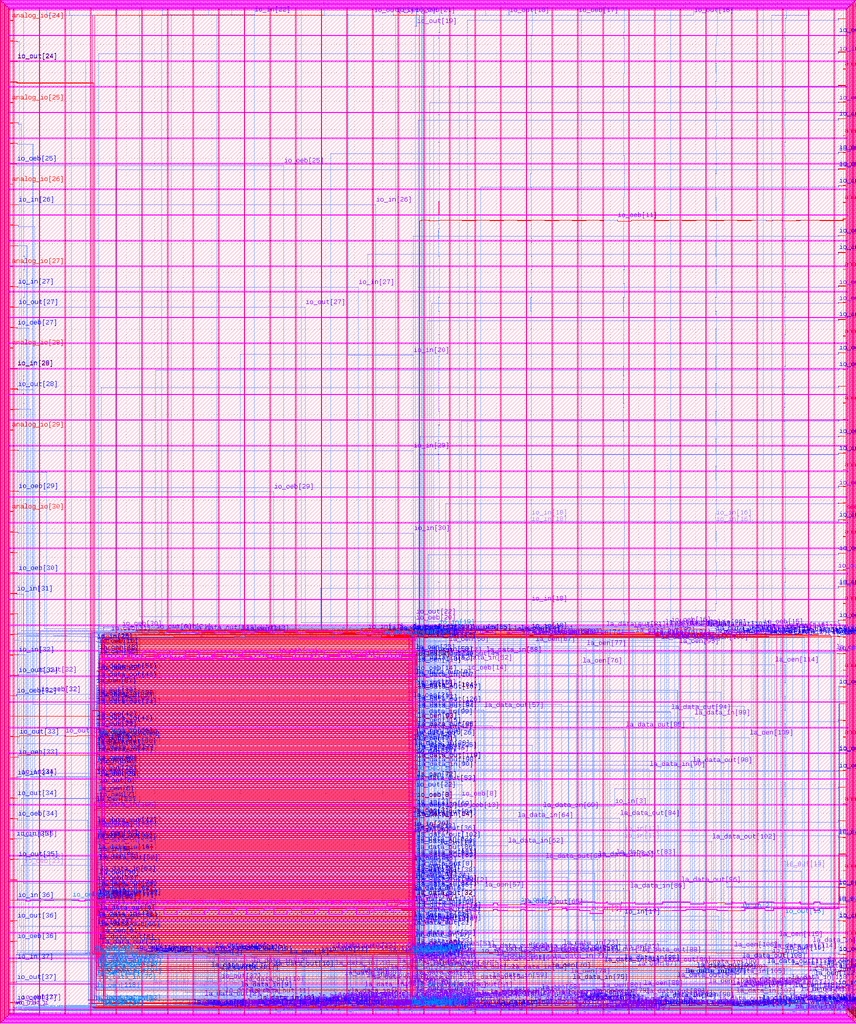
<source format=lef>
VERSION 5.7 ;
  NOWIREEXTENSIONATPIN ON ;
  DIVIDERCHAR "/" ;
  BUSBITCHARS "[]" ;
MACRO user_project_wrapper
  CLASS BLOCK ;
  FOREIGN user_project_wrapper ;
  ORIGIN 0.000 0.000 ;
  SIZE 2920.000 BY 3520.000 ;
  PIN analog_io[0]
    DIRECTION INOUT ;
    USE SIGNAL ;
    PORT
      LAYER met3 ;
        RECT 2917.600 28.980 2924.800 30.180 ;
    END
  END analog_io[0]
  PIN analog_io[10]
    DIRECTION INOUT ;
    USE SIGNAL ;
    PORT
      LAYER met3 ;
        RECT 2917.600 2374.980 2924.800 2376.180 ;
    END
  END analog_io[10]
  PIN analog_io[11]
    DIRECTION INOUT ;
    USE SIGNAL ;
    PORT
      LAYER met3 ;
        RECT 2917.600 2609.580 2924.800 2610.780 ;
    END
  END analog_io[11]
  PIN analog_io[12]
    DIRECTION INOUT ;
    USE SIGNAL ;
    PORT
      LAYER met3 ;
        RECT 2917.600 2844.180 2924.800 2845.380 ;
    END
  END analog_io[12]
  PIN analog_io[13]
    DIRECTION INOUT ;
    USE SIGNAL ;
    PORT
      LAYER met3 ;
        RECT 2917.600 3078.780 2924.800 3079.980 ;
    END
  END analog_io[13]
  PIN analog_io[14]
    DIRECTION INOUT ;
    USE SIGNAL ;
    PORT
      LAYER met3 ;
        RECT 2917.600 3313.380 2924.800 3314.580 ;
    END
  END analog_io[14]
  PIN analog_io[15]
    DIRECTION INOUT ;
    USE SIGNAL ;
    PORT
      LAYER met2 ;
        RECT 2879.090 3517.600 2879.650 3524.800 ;
    END
  END analog_io[15]
  PIN analog_io[16]
    DIRECTION INOUT ;
    USE SIGNAL ;
    PORT
      LAYER met2 ;
        RECT 2554.790 3517.600 2555.350 3524.800 ;
    END
  END analog_io[16]
  PIN analog_io[17]
    DIRECTION INOUT ;
    USE SIGNAL ;
    PORT
      LAYER met2 ;
        RECT 2230.490 3517.600 2231.050 3524.800 ;
    END
  END analog_io[17]
  PIN analog_io[18]
    DIRECTION INOUT ;
    USE SIGNAL ;
    PORT
      LAYER met2 ;
        RECT 1905.730 3517.600 1906.290 3524.800 ;
    END
  END analog_io[18]
  PIN analog_io[19]
    DIRECTION INOUT ;
    USE SIGNAL ;
    PORT
      LAYER met2 ;
        RECT 1581.430 3517.600 1581.990 3524.800 ;
    END
  END analog_io[19]
  PIN analog_io[1]
    DIRECTION INOUT ;
    USE SIGNAL ;
    PORT
      LAYER met3 ;
        RECT 2917.600 263.580 2924.800 264.780 ;
    END
  END analog_io[1]
  PIN analog_io[20]
    DIRECTION INOUT ;
    USE SIGNAL ;
    PORT
      LAYER met2 ;
        RECT 1257.130 3517.600 1257.690 3524.800 ;
    END
  END analog_io[20]
  PIN analog_io[21]
    DIRECTION INOUT ;
    USE SIGNAL ;
    PORT
      LAYER met2 ;
        RECT 932.370 3517.600 932.930 3524.800 ;
    END
  END analog_io[21]
  PIN analog_io[22]
    DIRECTION INOUT ;
    USE SIGNAL ;
    PORT
      LAYER met2 ;
        RECT 608.070 3517.600 608.630 3524.800 ;
    END
  END analog_io[22]
  PIN analog_io[23]
    DIRECTION INOUT ;
    USE SIGNAL ;
    PORT
      LAYER met2 ;
        RECT 283.770 3517.600 284.330 3524.800 ;
    END
  END analog_io[23]
  PIN analog_io[24]
    DIRECTION INOUT ;
    USE SIGNAL ;
    PORT
      LAYER met3 ;
        RECT -4.800 3482.700 2.400 3483.900 ;
    END
  END analog_io[24]
  PIN analog_io[25]
    DIRECTION INOUT ;
    USE SIGNAL ;
    PORT
      LAYER met3 ;
        RECT -4.800 3195.060 2.400 3196.260 ;
    END
  END analog_io[25]
  PIN analog_io[26]
    DIRECTION INOUT ;
    USE SIGNAL ;
    PORT
      LAYER met3 ;
        RECT -4.800 2908.100 2.400 2909.300 ;
    END
  END analog_io[26]
  PIN analog_io[27]
    DIRECTION INOUT ;
    USE SIGNAL ;
    PORT
      LAYER met3 ;
        RECT -4.800 2620.460 2.400 2621.660 ;
    END
  END analog_io[27]
  PIN analog_io[28]
    DIRECTION INOUT ;
    USE SIGNAL ;
    PORT
      LAYER met3 ;
        RECT -4.800 2333.500 2.400 2334.700 ;
    END
  END analog_io[28]
  PIN analog_io[29]
    DIRECTION INOUT ;
    USE SIGNAL ;
    PORT
      LAYER met3 ;
        RECT -4.800 2045.860 2.400 2047.060 ;
    END
  END analog_io[29]
  PIN analog_io[2]
    DIRECTION INOUT ;
    USE SIGNAL ;
    PORT
      LAYER met3 ;
        RECT 2917.600 498.180 2924.800 499.380 ;
    END
  END analog_io[2]
  PIN analog_io[30]
    DIRECTION INOUT ;
    USE SIGNAL ;
    PORT
      LAYER met3 ;
        RECT -4.800 1758.900 2.400 1760.100 ;
    END
  END analog_io[30]
  PIN analog_io[3]
    DIRECTION INOUT ;
    USE SIGNAL ;
    PORT
      LAYER met3 ;
        RECT 2917.600 732.780 2924.800 733.980 ;
    END
  END analog_io[3]
  PIN analog_io[4]
    DIRECTION INOUT ;
    USE SIGNAL ;
    PORT
      LAYER met3 ;
        RECT 2917.600 967.380 2924.800 968.580 ;
    END
  END analog_io[4]
  PIN analog_io[5]
    DIRECTION INOUT ;
    USE SIGNAL ;
    PORT
      LAYER met3 ;
        RECT 2917.600 1201.980 2924.800 1203.180 ;
    END
  END analog_io[5]
  PIN analog_io[6]
    DIRECTION INOUT ;
    USE SIGNAL ;
    PORT
      LAYER met3 ;
        RECT 2917.600 1436.580 2924.800 1437.780 ;
    END
  END analog_io[6]
  PIN analog_io[7]
    DIRECTION INOUT ;
    USE SIGNAL ;
    PORT
      LAYER met3 ;
        RECT 2917.600 1671.180 2924.800 1672.380 ;
    END
  END analog_io[7]
  PIN analog_io[8]
    DIRECTION INOUT ;
    USE SIGNAL ;
    PORT
      LAYER met3 ;
        RECT 2917.600 1905.780 2924.800 1906.980 ;
    END
  END analog_io[8]
  PIN analog_io[9]
    DIRECTION INOUT ;
    USE SIGNAL ;
    PORT
      LAYER met3 ;
        RECT 2917.600 2140.380 2924.800 2141.580 ;
    END
  END analog_io[9]
  PIN io_in[0]
    DIRECTION INPUT ;
    USE SIGNAL ;
    PORT
      LAYER met1 ;
        RECT 279.750 503.780 280.070 503.840 ;
        RECT 296.770 503.780 297.090 503.840 ;
        RECT 279.750 503.640 297.090 503.780 ;
        RECT 279.750 503.580 280.070 503.640 ;
        RECT 296.770 503.580 297.090 503.640 ;
        RECT 279.750 89.660 280.070 89.720 ;
        RECT 2898.990 89.660 2899.310 89.720 ;
        RECT 279.750 89.520 2899.310 89.660 ;
        RECT 279.750 89.460 280.070 89.520 ;
        RECT 2898.990 89.460 2899.310 89.520 ;
      LAYER via ;
        RECT 279.780 503.580 280.040 503.840 ;
        RECT 296.800 503.580 297.060 503.840 ;
        RECT 279.780 89.460 280.040 89.720 ;
        RECT 2899.020 89.460 2899.280 89.720 ;
      LAYER met2 ;
        RECT 296.790 504.715 297.070 505.085 ;
        RECT 296.860 503.870 297.000 504.715 ;
        RECT 279.780 503.550 280.040 503.870 ;
        RECT 296.800 503.550 297.060 503.870 ;
        RECT 279.840 89.750 279.980 503.550 ;
        RECT 279.780 89.430 280.040 89.750 ;
        RECT 2899.020 89.430 2899.280 89.750 ;
        RECT 2899.080 88.245 2899.220 89.430 ;
        RECT 2899.010 87.875 2899.290 88.245 ;
      LAYER via2 ;
        RECT 296.790 504.760 297.070 505.040 ;
        RECT 2899.010 87.920 2899.290 88.200 ;
      LAYER met3 ;
        RECT 296.765 505.050 297.095 505.065 ;
        RECT 296.765 504.960 310.500 505.050 ;
        RECT 296.765 504.750 314.000 504.960 ;
        RECT 296.765 504.735 297.095 504.750 ;
        RECT 310.000 504.360 314.000 504.750 ;
        RECT 2898.985 88.210 2899.315 88.225 ;
        RECT 2917.600 88.210 2924.800 88.660 ;
        RECT 2898.985 87.910 2924.800 88.210 ;
        RECT 2898.985 87.895 2899.315 87.910 ;
        RECT 2917.600 87.460 2924.800 87.910 ;
    END
  END io_in[0]
  PIN io_in[10]
    DIRECTION INPUT ;
    USE SIGNAL ;
    PORT
      LAYER met1 ;
        RECT 1459.190 2429.200 1459.510 2429.260 ;
        RECT 2900.830 2429.200 2901.150 2429.260 ;
        RECT 1459.190 2429.060 2901.150 2429.200 ;
        RECT 1459.190 2429.000 1459.510 2429.060 ;
        RECT 2900.830 2429.000 2901.150 2429.060 ;
        RECT 1098.550 198.460 1098.870 198.520 ;
        RECT 1459.190 198.460 1459.510 198.520 ;
        RECT 1098.550 198.320 1459.510 198.460 ;
        RECT 1098.550 198.260 1098.870 198.320 ;
        RECT 1459.190 198.260 1459.510 198.320 ;
      LAYER via ;
        RECT 1459.220 2429.000 1459.480 2429.260 ;
        RECT 2900.860 2429.000 2901.120 2429.260 ;
        RECT 1098.580 198.260 1098.840 198.520 ;
        RECT 1459.220 198.260 1459.480 198.520 ;
      LAYER met2 ;
        RECT 2900.850 2433.875 2901.130 2434.245 ;
        RECT 2900.920 2429.290 2901.060 2433.875 ;
        RECT 1459.220 2428.970 1459.480 2429.290 ;
        RECT 2900.860 2428.970 2901.120 2429.290 ;
        RECT 1098.530 216.000 1098.810 220.000 ;
        RECT 1098.640 198.550 1098.780 216.000 ;
        RECT 1459.280 198.550 1459.420 2428.970 ;
        RECT 1098.580 198.230 1098.840 198.550 ;
        RECT 1459.220 198.230 1459.480 198.550 ;
      LAYER via2 ;
        RECT 2900.850 2433.920 2901.130 2434.200 ;
      LAYER met3 ;
        RECT 2900.825 2434.210 2901.155 2434.225 ;
        RECT 2917.600 2434.210 2924.800 2434.660 ;
        RECT 2900.825 2433.910 2924.800 2434.210 ;
        RECT 2900.825 2433.895 2901.155 2433.910 ;
        RECT 2917.600 2433.460 2924.800 2433.910 ;
    END
  END io_in[10]
  PIN io_in[11]
    DIRECTION INPUT ;
    USE SIGNAL ;
    PORT
      LAYER met1 ;
        RECT 1248.510 2663.800 1248.830 2663.860 ;
        RECT 2900.830 2663.800 2901.150 2663.860 ;
        RECT 1248.510 2663.660 2901.150 2663.800 ;
        RECT 1248.510 2663.600 1248.830 2663.660 ;
        RECT 2900.830 2663.600 2901.150 2663.660 ;
        RECT 1244.830 1338.480 1245.150 1338.540 ;
        RECT 1248.510 1338.480 1248.830 1338.540 ;
        RECT 1244.830 1338.340 1248.830 1338.480 ;
        RECT 1244.830 1338.280 1245.150 1338.340 ;
        RECT 1248.510 1338.280 1248.830 1338.340 ;
      LAYER via ;
        RECT 1248.540 2663.600 1248.800 2663.860 ;
        RECT 2900.860 2663.600 2901.120 2663.860 ;
        RECT 1244.860 1338.280 1245.120 1338.540 ;
        RECT 1248.540 1338.280 1248.800 1338.540 ;
      LAYER met2 ;
        RECT 2900.850 2669.155 2901.130 2669.525 ;
        RECT 2900.920 2663.890 2901.060 2669.155 ;
        RECT 1248.540 2663.570 1248.800 2663.890 ;
        RECT 2900.860 2663.570 2901.120 2663.890 ;
        RECT 1248.600 1338.570 1248.740 2663.570 ;
        RECT 1244.860 1338.250 1245.120 1338.570 ;
        RECT 1248.540 1338.250 1248.800 1338.570 ;
        RECT 1244.920 1325.025 1245.060 1338.250 ;
        RECT 1244.810 1321.025 1245.090 1325.025 ;
      LAYER via2 ;
        RECT 2900.850 2669.200 2901.130 2669.480 ;
      LAYER met3 ;
        RECT 2900.825 2669.490 2901.155 2669.505 ;
        RECT 2917.600 2669.490 2924.800 2669.940 ;
        RECT 2900.825 2669.190 2924.800 2669.490 ;
        RECT 2900.825 2669.175 2901.155 2669.190 ;
        RECT 2917.600 2668.740 2924.800 2669.190 ;
    END
  END io_in[11]
  PIN io_in[12]
    DIRECTION INPUT ;
    USE SIGNAL ;
    PORT
      LAYER met1 ;
        RECT 1645.490 2898.400 1645.810 2898.460 ;
        RECT 2900.830 2898.400 2901.150 2898.460 ;
        RECT 1645.490 2898.260 2901.150 2898.400 ;
        RECT 1645.490 2898.200 1645.810 2898.260 ;
        RECT 2900.830 2898.200 2901.150 2898.260 ;
        RECT 1325.790 199.820 1326.110 199.880 ;
        RECT 1645.490 199.820 1645.810 199.880 ;
        RECT 1325.790 199.680 1645.810 199.820 ;
        RECT 1325.790 199.620 1326.110 199.680 ;
        RECT 1645.490 199.620 1645.810 199.680 ;
      LAYER via ;
        RECT 1645.520 2898.200 1645.780 2898.460 ;
        RECT 2900.860 2898.200 2901.120 2898.460 ;
        RECT 1325.820 199.620 1326.080 199.880 ;
        RECT 1645.520 199.620 1645.780 199.880 ;
      LAYER met2 ;
        RECT 2900.850 2903.755 2901.130 2904.125 ;
        RECT 2900.920 2898.490 2901.060 2903.755 ;
        RECT 1645.520 2898.170 1645.780 2898.490 ;
        RECT 2900.860 2898.170 2901.120 2898.490 ;
        RECT 1325.770 216.000 1326.050 220.000 ;
        RECT 1325.880 199.910 1326.020 216.000 ;
        RECT 1645.580 199.910 1645.720 2898.170 ;
        RECT 1325.820 199.590 1326.080 199.910 ;
        RECT 1645.520 199.590 1645.780 199.910 ;
      LAYER via2 ;
        RECT 2900.850 2903.800 2901.130 2904.080 ;
      LAYER met3 ;
        RECT 2900.825 2904.090 2901.155 2904.105 ;
        RECT 2917.600 2904.090 2924.800 2904.540 ;
        RECT 2900.825 2903.790 2924.800 2904.090 ;
        RECT 2900.825 2903.775 2901.155 2903.790 ;
        RECT 2917.600 2903.340 2924.800 2903.790 ;
    END
  END io_in[12]
  PIN io_in[13]
    DIRECTION INPUT ;
    USE SIGNAL ;
    PORT
      LAYER met1 ;
        RECT 1424.690 3133.000 1425.010 3133.060 ;
        RECT 2900.830 3133.000 2901.150 3133.060 ;
        RECT 1424.690 3132.860 2901.150 3133.000 ;
        RECT 1424.690 3132.800 1425.010 3132.860 ;
        RECT 2900.830 3132.800 2901.150 3132.860 ;
        RECT 371.750 198.800 372.070 198.860 ;
        RECT 1424.690 198.800 1425.010 198.860 ;
        RECT 371.750 198.660 1425.010 198.800 ;
        RECT 371.750 198.600 372.070 198.660 ;
        RECT 1424.690 198.600 1425.010 198.660 ;
      LAYER via ;
        RECT 1424.720 3132.800 1424.980 3133.060 ;
        RECT 2900.860 3132.800 2901.120 3133.060 ;
        RECT 371.780 198.600 372.040 198.860 ;
        RECT 1424.720 198.600 1424.980 198.860 ;
      LAYER met2 ;
        RECT 2900.850 3138.355 2901.130 3138.725 ;
        RECT 2900.920 3133.090 2901.060 3138.355 ;
        RECT 1424.720 3132.770 1424.980 3133.090 ;
        RECT 2900.860 3132.770 2901.120 3133.090 ;
        RECT 371.730 216.000 372.010 220.000 ;
        RECT 371.840 198.890 371.980 216.000 ;
        RECT 1424.780 198.890 1424.920 3132.770 ;
        RECT 371.780 198.570 372.040 198.890 ;
        RECT 1424.720 198.570 1424.980 198.890 ;
      LAYER via2 ;
        RECT 2900.850 3138.400 2901.130 3138.680 ;
      LAYER met3 ;
        RECT 2900.825 3138.690 2901.155 3138.705 ;
        RECT 2917.600 3138.690 2924.800 3139.140 ;
        RECT 2900.825 3138.390 2924.800 3138.690 ;
        RECT 2900.825 3138.375 2901.155 3138.390 ;
        RECT 2917.600 3137.940 2924.800 3138.390 ;
    END
  END io_in[13]
  PIN io_in[14]
    DIRECTION INPUT ;
    USE SIGNAL ;
    PORT
      LAYER met1 ;
        RECT 303.210 3367.600 303.530 3367.660 ;
        RECT 2900.830 3367.600 2901.150 3367.660 ;
        RECT 303.210 3367.460 2901.150 3367.600 ;
        RECT 303.210 3367.400 303.530 3367.460 ;
        RECT 2900.830 3367.400 2901.150 3367.460 ;
      LAYER via ;
        RECT 303.240 3367.400 303.500 3367.660 ;
        RECT 2900.860 3367.400 2901.120 3367.660 ;
      LAYER met2 ;
        RECT 2900.850 3372.955 2901.130 3373.325 ;
        RECT 2900.920 3367.690 2901.060 3372.955 ;
        RECT 303.240 3367.370 303.500 3367.690 ;
        RECT 2900.860 3367.370 2901.120 3367.690 ;
        RECT 303.300 864.125 303.440 3367.370 ;
        RECT 303.230 863.755 303.510 864.125 ;
      LAYER via2 ;
        RECT 2900.850 3373.000 2901.130 3373.280 ;
        RECT 303.230 863.800 303.510 864.080 ;
      LAYER met3 ;
        RECT 2900.825 3373.290 2901.155 3373.305 ;
        RECT 2917.600 3373.290 2924.800 3373.740 ;
        RECT 2900.825 3372.990 2924.800 3373.290 ;
        RECT 2900.825 3372.975 2901.155 3372.990 ;
        RECT 2917.600 3372.540 2924.800 3372.990 ;
        RECT 303.205 864.090 303.535 864.105 ;
        RECT 303.205 864.000 310.500 864.090 ;
        RECT 303.205 863.790 314.000 864.000 ;
        RECT 303.205 863.775 303.535 863.790 ;
        RECT 310.000 863.400 314.000 863.790 ;
    END
  END io_in[14]
  PIN io_in[15]
    DIRECTION INPUT ;
    USE SIGNAL ;
    PORT
      LAYER met1 ;
        RECT 2666.690 3501.560 2667.010 3501.620 ;
        RECT 2798.250 3501.560 2798.570 3501.620 ;
        RECT 2666.690 3501.420 2798.570 3501.560 ;
        RECT 2666.690 3501.360 2667.010 3501.420 ;
        RECT 2798.250 3501.360 2798.570 3501.420 ;
        RECT 475.710 200.160 476.030 200.220 ;
        RECT 2666.690 200.160 2667.010 200.220 ;
        RECT 475.710 200.020 2667.010 200.160 ;
        RECT 475.710 199.960 476.030 200.020 ;
        RECT 2666.690 199.960 2667.010 200.020 ;
      LAYER via ;
        RECT 2666.720 3501.360 2666.980 3501.620 ;
        RECT 2798.280 3501.360 2798.540 3501.620 ;
        RECT 475.740 199.960 476.000 200.220 ;
        RECT 2666.720 199.960 2666.980 200.220 ;
      LAYER met2 ;
        RECT 2798.130 3517.600 2798.690 3524.800 ;
        RECT 2798.340 3501.650 2798.480 3517.600 ;
        RECT 2666.720 3501.330 2666.980 3501.650 ;
        RECT 2798.280 3501.330 2798.540 3501.650 ;
        RECT 475.690 216.000 475.970 220.000 ;
        RECT 475.800 200.250 475.940 216.000 ;
        RECT 2666.780 200.250 2666.920 3501.330 ;
        RECT 475.740 199.930 476.000 200.250 ;
        RECT 2666.720 199.930 2666.980 200.250 ;
    END
  END io_in[15]
  PIN io_in[16]
    DIRECTION INPUT ;
    USE SIGNAL ;
    PORT
      LAYER li1 ;
        RECT 2470.345 3332.765 2470.515 3380.875 ;
        RECT 2471.265 2753.065 2471.435 2767.175 ;
        RECT 2471.265 1787.465 2471.435 1801.235 ;
        RECT 2470.345 1690.565 2470.515 1738.675 ;
      LAYER mcon ;
        RECT 2470.345 3380.705 2470.515 3380.875 ;
        RECT 2471.265 2767.005 2471.435 2767.175 ;
        RECT 2471.265 1801.065 2471.435 1801.235 ;
        RECT 2470.345 1738.505 2470.515 1738.675 ;
      LAYER met1 ;
        RECT 2470.270 3380.860 2470.590 3380.920 ;
        RECT 2470.075 3380.720 2470.590 3380.860 ;
        RECT 2470.270 3380.660 2470.590 3380.720 ;
        RECT 2470.285 3332.920 2470.575 3332.965 ;
        RECT 2470.730 3332.920 2471.050 3332.980 ;
        RECT 2470.285 3332.780 2471.050 3332.920 ;
        RECT 2470.285 3332.735 2470.575 3332.780 ;
        RECT 2470.730 3332.720 2471.050 3332.780 ;
        RECT 2470.270 3270.700 2470.590 3270.760 ;
        RECT 2471.190 3270.700 2471.510 3270.760 ;
        RECT 2470.270 3270.560 2471.510 3270.700 ;
        RECT 2470.270 3270.500 2470.590 3270.560 ;
        RECT 2471.190 3270.500 2471.510 3270.560 ;
        RECT 2470.270 3174.140 2470.590 3174.200 ;
        RECT 2471.190 3174.140 2471.510 3174.200 ;
        RECT 2470.270 3174.000 2471.510 3174.140 ;
        RECT 2470.270 3173.940 2470.590 3174.000 ;
        RECT 2471.190 3173.940 2471.510 3174.000 ;
        RECT 2470.270 3077.580 2470.590 3077.640 ;
        RECT 2471.190 3077.580 2471.510 3077.640 ;
        RECT 2470.270 3077.440 2471.510 3077.580 ;
        RECT 2470.270 3077.380 2470.590 3077.440 ;
        RECT 2471.190 3077.380 2471.510 3077.440 ;
        RECT 2470.270 2981.020 2470.590 2981.080 ;
        RECT 2471.190 2981.020 2471.510 2981.080 ;
        RECT 2470.270 2980.880 2471.510 2981.020 ;
        RECT 2470.270 2980.820 2470.590 2980.880 ;
        RECT 2471.190 2980.820 2471.510 2980.880 ;
        RECT 2469.350 2946.340 2469.670 2946.400 ;
        RECT 2470.730 2946.340 2471.050 2946.400 ;
        RECT 2469.350 2946.200 2471.050 2946.340 ;
        RECT 2469.350 2946.140 2469.670 2946.200 ;
        RECT 2470.730 2946.140 2471.050 2946.200 ;
        RECT 2471.190 2767.160 2471.510 2767.220 ;
        RECT 2470.995 2767.020 2471.510 2767.160 ;
        RECT 2471.190 2766.960 2471.510 2767.020 ;
        RECT 2471.190 2753.220 2471.510 2753.280 ;
        RECT 2470.995 2753.080 2471.510 2753.220 ;
        RECT 2471.190 2753.020 2471.510 2753.080 ;
        RECT 2471.190 2719.020 2471.510 2719.280 ;
        RECT 2471.280 2718.880 2471.420 2719.020 ;
        RECT 2471.650 2718.880 2471.970 2718.940 ;
        RECT 2471.280 2718.740 2471.970 2718.880 ;
        RECT 2471.650 2718.680 2471.970 2718.740 ;
        RECT 2470.730 2656.660 2471.050 2656.720 ;
        RECT 2472.110 2656.660 2472.430 2656.720 ;
        RECT 2470.730 2656.520 2472.430 2656.660 ;
        RECT 2470.730 2656.460 2471.050 2656.520 ;
        RECT 2472.110 2656.460 2472.430 2656.520 ;
        RECT 2472.110 2622.660 2472.430 2622.720 ;
        RECT 2471.740 2622.520 2472.430 2622.660 ;
        RECT 2471.740 2622.040 2471.880 2622.520 ;
        RECT 2472.110 2622.460 2472.430 2622.520 ;
        RECT 2471.650 2621.780 2471.970 2622.040 ;
        RECT 2470.730 2560.100 2471.050 2560.160 ;
        RECT 2472.110 2560.100 2472.430 2560.160 ;
        RECT 2470.730 2559.960 2472.430 2560.100 ;
        RECT 2470.730 2559.900 2471.050 2559.960 ;
        RECT 2472.110 2559.900 2472.430 2559.960 ;
        RECT 2471.190 2511.820 2471.510 2511.880 ;
        RECT 2472.110 2511.820 2472.430 2511.880 ;
        RECT 2471.190 2511.680 2472.430 2511.820 ;
        RECT 2471.190 2511.620 2471.510 2511.680 ;
        RECT 2472.110 2511.620 2472.430 2511.680 ;
        RECT 2470.270 2401.320 2470.590 2401.380 ;
        RECT 2471.190 2401.320 2471.510 2401.380 ;
        RECT 2470.270 2401.180 2471.510 2401.320 ;
        RECT 2470.270 2401.120 2470.590 2401.180 ;
        RECT 2471.190 2401.120 2471.510 2401.180 ;
        RECT 2470.270 2304.760 2470.590 2304.820 ;
        RECT 2471.190 2304.760 2471.510 2304.820 ;
        RECT 2470.270 2304.620 2471.510 2304.760 ;
        RECT 2470.270 2304.560 2470.590 2304.620 ;
        RECT 2471.190 2304.560 2471.510 2304.620 ;
        RECT 2470.270 2208.200 2470.590 2208.260 ;
        RECT 2471.190 2208.200 2471.510 2208.260 ;
        RECT 2470.270 2208.060 2471.510 2208.200 ;
        RECT 2470.270 2208.000 2470.590 2208.060 ;
        RECT 2471.190 2208.000 2471.510 2208.060 ;
        RECT 2470.270 2111.640 2470.590 2111.700 ;
        RECT 2471.190 2111.640 2471.510 2111.700 ;
        RECT 2470.270 2111.500 2471.510 2111.640 ;
        RECT 2470.270 2111.440 2470.590 2111.500 ;
        RECT 2471.190 2111.440 2471.510 2111.500 ;
        RECT 2470.270 2015.080 2470.590 2015.140 ;
        RECT 2471.190 2015.080 2471.510 2015.140 ;
        RECT 2470.270 2014.940 2471.510 2015.080 ;
        RECT 2470.270 2014.880 2470.590 2014.940 ;
        RECT 2471.190 2014.880 2471.510 2014.940 ;
        RECT 2470.270 1918.520 2470.590 1918.580 ;
        RECT 2471.190 1918.520 2471.510 1918.580 ;
        RECT 2470.270 1918.380 2471.510 1918.520 ;
        RECT 2470.270 1918.320 2470.590 1918.380 ;
        RECT 2471.190 1918.320 2471.510 1918.380 ;
        RECT 2471.190 1801.220 2471.510 1801.280 ;
        RECT 2470.995 1801.080 2471.510 1801.220 ;
        RECT 2471.190 1801.020 2471.510 1801.080 ;
        RECT 2471.190 1787.620 2471.510 1787.680 ;
        RECT 2470.995 1787.480 2471.510 1787.620 ;
        RECT 2471.190 1787.420 2471.510 1787.480 ;
        RECT 2470.270 1738.660 2470.590 1738.720 ;
        RECT 2470.075 1738.520 2470.590 1738.660 ;
        RECT 2470.270 1738.460 2470.590 1738.520 ;
        RECT 2470.285 1690.720 2470.575 1690.765 ;
        RECT 2470.730 1690.720 2471.050 1690.780 ;
        RECT 2470.285 1690.580 2471.050 1690.720 ;
        RECT 2470.285 1690.535 2470.575 1690.580 ;
        RECT 2470.730 1690.520 2471.050 1690.580 ;
        RECT 2470.270 1628.500 2470.590 1628.560 ;
        RECT 2471.190 1628.500 2471.510 1628.560 ;
        RECT 2470.270 1628.360 2471.510 1628.500 ;
        RECT 2470.270 1628.300 2470.590 1628.360 ;
        RECT 2471.190 1628.300 2471.510 1628.360 ;
        RECT 2470.270 1531.940 2470.590 1532.000 ;
        RECT 2471.190 1531.940 2471.510 1532.000 ;
        RECT 2470.270 1531.800 2471.510 1531.940 ;
        RECT 2470.270 1531.740 2470.590 1531.800 ;
        RECT 2471.190 1531.740 2471.510 1531.800 ;
        RECT 2470.270 1435.380 2470.590 1435.440 ;
        RECT 2471.190 1435.380 2471.510 1435.440 ;
        RECT 2470.270 1435.240 2471.510 1435.380 ;
        RECT 2470.270 1435.180 2470.590 1435.240 ;
        RECT 2471.190 1435.180 2471.510 1435.240 ;
        RECT 1432.510 1410.900 1432.830 1410.960 ;
        RECT 2470.270 1410.900 2470.590 1410.960 ;
        RECT 1432.510 1410.760 2470.590 1410.900 ;
        RECT 1432.510 1410.700 1432.830 1410.760 ;
        RECT 2470.270 1410.700 2470.590 1410.760 ;
        RECT 1420.550 1142.980 1420.870 1143.040 ;
        RECT 1432.510 1142.980 1432.830 1143.040 ;
        RECT 1420.550 1142.840 1432.830 1142.980 ;
        RECT 1420.550 1142.780 1420.870 1142.840 ;
        RECT 1432.510 1142.780 1432.830 1142.840 ;
      LAYER via ;
        RECT 2470.300 3380.660 2470.560 3380.920 ;
        RECT 2470.760 3332.720 2471.020 3332.980 ;
        RECT 2470.300 3270.500 2470.560 3270.760 ;
        RECT 2471.220 3270.500 2471.480 3270.760 ;
        RECT 2470.300 3173.940 2470.560 3174.200 ;
        RECT 2471.220 3173.940 2471.480 3174.200 ;
        RECT 2470.300 3077.380 2470.560 3077.640 ;
        RECT 2471.220 3077.380 2471.480 3077.640 ;
        RECT 2470.300 2980.820 2470.560 2981.080 ;
        RECT 2471.220 2980.820 2471.480 2981.080 ;
        RECT 2469.380 2946.140 2469.640 2946.400 ;
        RECT 2470.760 2946.140 2471.020 2946.400 ;
        RECT 2471.220 2766.960 2471.480 2767.220 ;
        RECT 2471.220 2753.020 2471.480 2753.280 ;
        RECT 2471.220 2719.020 2471.480 2719.280 ;
        RECT 2471.680 2718.680 2471.940 2718.940 ;
        RECT 2470.760 2656.460 2471.020 2656.720 ;
        RECT 2472.140 2656.460 2472.400 2656.720 ;
        RECT 2472.140 2622.460 2472.400 2622.720 ;
        RECT 2471.680 2621.780 2471.940 2622.040 ;
        RECT 2470.760 2559.900 2471.020 2560.160 ;
        RECT 2472.140 2559.900 2472.400 2560.160 ;
        RECT 2471.220 2511.620 2471.480 2511.880 ;
        RECT 2472.140 2511.620 2472.400 2511.880 ;
        RECT 2470.300 2401.120 2470.560 2401.380 ;
        RECT 2471.220 2401.120 2471.480 2401.380 ;
        RECT 2470.300 2304.560 2470.560 2304.820 ;
        RECT 2471.220 2304.560 2471.480 2304.820 ;
        RECT 2470.300 2208.000 2470.560 2208.260 ;
        RECT 2471.220 2208.000 2471.480 2208.260 ;
        RECT 2470.300 2111.440 2470.560 2111.700 ;
        RECT 2471.220 2111.440 2471.480 2111.700 ;
        RECT 2470.300 2014.880 2470.560 2015.140 ;
        RECT 2471.220 2014.880 2471.480 2015.140 ;
        RECT 2470.300 1918.320 2470.560 1918.580 ;
        RECT 2471.220 1918.320 2471.480 1918.580 ;
        RECT 2471.220 1801.020 2471.480 1801.280 ;
        RECT 2471.220 1787.420 2471.480 1787.680 ;
        RECT 2470.300 1738.460 2470.560 1738.720 ;
        RECT 2470.760 1690.520 2471.020 1690.780 ;
        RECT 2470.300 1628.300 2470.560 1628.560 ;
        RECT 2471.220 1628.300 2471.480 1628.560 ;
        RECT 2470.300 1531.740 2470.560 1532.000 ;
        RECT 2471.220 1531.740 2471.480 1532.000 ;
        RECT 2470.300 1435.180 2470.560 1435.440 ;
        RECT 2471.220 1435.180 2471.480 1435.440 ;
        RECT 1432.540 1410.700 1432.800 1410.960 ;
        RECT 2470.300 1410.700 2470.560 1410.960 ;
        RECT 1420.580 1142.780 1420.840 1143.040 ;
        RECT 1432.540 1142.780 1432.800 1143.040 ;
      LAYER met2 ;
        RECT 2473.830 3517.600 2474.390 3524.800 ;
        RECT 2474.040 3517.370 2474.180 3517.600 ;
        RECT 2474.040 3517.230 2474.640 3517.370 ;
        RECT 2474.500 3430.445 2474.640 3517.230 ;
        RECT 2474.430 3430.075 2474.710 3430.445 ;
        RECT 2471.210 3429.395 2471.490 3429.765 ;
        RECT 2471.280 3394.970 2471.420 3429.395 ;
        RECT 2470.360 3394.830 2471.420 3394.970 ;
        RECT 2470.360 3380.950 2470.500 3394.830 ;
        RECT 2470.300 3380.630 2470.560 3380.950 ;
        RECT 2470.760 3332.690 2471.020 3333.010 ;
        RECT 2470.820 3298.410 2470.960 3332.690 ;
        RECT 2470.820 3298.270 2471.420 3298.410 ;
        RECT 2471.280 3270.790 2471.420 3298.270 ;
        RECT 2470.300 3270.470 2470.560 3270.790 ;
        RECT 2471.220 3270.470 2471.480 3270.790 ;
        RECT 2470.360 3222.250 2470.500 3270.470 ;
        RECT 2470.360 3222.110 2471.420 3222.250 ;
        RECT 2471.280 3174.230 2471.420 3222.110 ;
        RECT 2470.300 3173.910 2470.560 3174.230 ;
        RECT 2471.220 3173.910 2471.480 3174.230 ;
        RECT 2470.360 3125.690 2470.500 3173.910 ;
        RECT 2470.360 3125.550 2471.420 3125.690 ;
        RECT 2471.280 3077.670 2471.420 3125.550 ;
        RECT 2470.300 3077.350 2470.560 3077.670 ;
        RECT 2471.220 3077.350 2471.480 3077.670 ;
        RECT 2470.360 3029.130 2470.500 3077.350 ;
        RECT 2470.360 3028.990 2471.420 3029.130 ;
        RECT 2471.280 2981.110 2471.420 3028.990 ;
        RECT 2470.300 2980.850 2470.560 2981.110 ;
        RECT 2470.300 2980.790 2470.960 2980.850 ;
        RECT 2471.220 2980.790 2471.480 2981.110 ;
        RECT 2470.360 2980.710 2470.960 2980.790 ;
        RECT 2470.820 2980.170 2470.960 2980.710 ;
        RECT 2470.820 2980.030 2471.420 2980.170 ;
        RECT 2471.280 2959.770 2471.420 2980.030 ;
        RECT 2470.820 2959.630 2471.420 2959.770 ;
        RECT 2470.820 2946.430 2470.960 2959.630 ;
        RECT 2469.380 2946.110 2469.640 2946.430 ;
        RECT 2470.760 2946.110 2471.020 2946.430 ;
        RECT 2469.440 2898.685 2469.580 2946.110 ;
        RECT 2469.370 2898.315 2469.650 2898.685 ;
        RECT 2470.290 2898.315 2470.570 2898.685 ;
        RECT 2470.360 2863.210 2470.500 2898.315 ;
        RECT 2470.360 2863.070 2470.960 2863.210 ;
        RECT 2470.820 2815.610 2470.960 2863.070 ;
        RECT 2470.820 2815.470 2471.420 2815.610 ;
        RECT 2471.280 2767.250 2471.420 2815.470 ;
        RECT 2471.220 2766.930 2471.480 2767.250 ;
        RECT 2471.220 2752.990 2471.480 2753.310 ;
        RECT 2471.280 2719.310 2471.420 2752.990 ;
        RECT 2471.220 2718.990 2471.480 2719.310 ;
        RECT 2471.680 2718.650 2471.940 2718.970 ;
        RECT 2471.740 2704.885 2471.880 2718.650 ;
        RECT 2470.750 2704.515 2471.030 2704.885 ;
        RECT 2471.670 2704.515 2471.950 2704.885 ;
        RECT 2470.820 2656.750 2470.960 2704.515 ;
        RECT 2470.760 2656.430 2471.020 2656.750 ;
        RECT 2472.140 2656.430 2472.400 2656.750 ;
        RECT 2472.200 2622.750 2472.340 2656.430 ;
        RECT 2472.140 2622.430 2472.400 2622.750 ;
        RECT 2471.680 2621.750 2471.940 2622.070 ;
        RECT 2471.740 2608.325 2471.880 2621.750 ;
        RECT 2470.750 2607.955 2471.030 2608.325 ;
        RECT 2471.670 2607.955 2471.950 2608.325 ;
        RECT 2470.820 2560.190 2470.960 2607.955 ;
        RECT 2470.760 2559.870 2471.020 2560.190 ;
        RECT 2472.140 2559.870 2472.400 2560.190 ;
        RECT 2472.200 2511.910 2472.340 2559.870 ;
        RECT 2471.220 2511.765 2471.480 2511.910 ;
        RECT 2469.830 2511.395 2470.110 2511.765 ;
        RECT 2471.210 2511.395 2471.490 2511.765 ;
        RECT 2472.140 2511.590 2472.400 2511.910 ;
        RECT 2469.900 2463.485 2470.040 2511.395 ;
        RECT 2469.830 2463.115 2470.110 2463.485 ;
        RECT 2470.750 2463.115 2471.030 2463.485 ;
        RECT 2470.820 2449.770 2470.960 2463.115 ;
        RECT 2470.820 2449.630 2471.420 2449.770 ;
        RECT 2471.280 2401.410 2471.420 2449.630 ;
        RECT 2470.300 2401.090 2470.560 2401.410 ;
        RECT 2471.220 2401.090 2471.480 2401.410 ;
        RECT 2470.360 2400.810 2470.500 2401.090 ;
        RECT 2470.360 2400.670 2470.960 2400.810 ;
        RECT 2470.820 2353.210 2470.960 2400.670 ;
        RECT 2470.820 2353.070 2471.420 2353.210 ;
        RECT 2471.280 2304.850 2471.420 2353.070 ;
        RECT 2470.300 2304.530 2470.560 2304.850 ;
        RECT 2471.220 2304.530 2471.480 2304.850 ;
        RECT 2470.360 2304.250 2470.500 2304.530 ;
        RECT 2470.360 2304.110 2470.960 2304.250 ;
        RECT 2470.820 2256.650 2470.960 2304.110 ;
        RECT 2470.820 2256.510 2471.420 2256.650 ;
        RECT 2471.280 2208.290 2471.420 2256.510 ;
        RECT 2470.300 2207.970 2470.560 2208.290 ;
        RECT 2471.220 2207.970 2471.480 2208.290 ;
        RECT 2470.360 2207.690 2470.500 2207.970 ;
        RECT 2470.360 2207.550 2470.960 2207.690 ;
        RECT 2470.820 2160.090 2470.960 2207.550 ;
        RECT 2470.820 2159.950 2471.420 2160.090 ;
        RECT 2471.280 2111.730 2471.420 2159.950 ;
        RECT 2470.300 2111.410 2470.560 2111.730 ;
        RECT 2471.220 2111.410 2471.480 2111.730 ;
        RECT 2470.360 2111.130 2470.500 2111.410 ;
        RECT 2470.360 2110.990 2470.960 2111.130 ;
        RECT 2470.820 2063.530 2470.960 2110.990 ;
        RECT 2470.820 2063.390 2471.420 2063.530 ;
        RECT 2471.280 2015.170 2471.420 2063.390 ;
        RECT 2470.300 2014.850 2470.560 2015.170 ;
        RECT 2471.220 2014.850 2471.480 2015.170 ;
        RECT 2470.360 2014.570 2470.500 2014.850 ;
        RECT 2470.360 2014.430 2470.960 2014.570 ;
        RECT 2470.820 1966.970 2470.960 2014.430 ;
        RECT 2470.820 1966.830 2471.420 1966.970 ;
        RECT 2471.280 1918.610 2471.420 1966.830 ;
        RECT 2470.300 1918.290 2470.560 1918.610 ;
        RECT 2471.220 1918.290 2471.480 1918.610 ;
        RECT 2470.360 1918.010 2470.500 1918.290 ;
        RECT 2470.360 1917.870 2470.960 1918.010 ;
        RECT 2470.820 1870.410 2470.960 1917.870 ;
        RECT 2470.820 1870.270 2471.420 1870.410 ;
        RECT 2471.280 1801.310 2471.420 1870.270 ;
        RECT 2471.220 1800.990 2471.480 1801.310 ;
        RECT 2471.220 1787.390 2471.480 1787.710 ;
        RECT 2471.280 1752.770 2471.420 1787.390 ;
        RECT 2470.360 1752.630 2471.420 1752.770 ;
        RECT 2470.360 1738.750 2470.500 1752.630 ;
        RECT 2470.300 1738.430 2470.560 1738.750 ;
        RECT 2470.760 1690.490 2471.020 1690.810 ;
        RECT 2470.820 1656.210 2470.960 1690.490 ;
        RECT 2470.820 1656.070 2471.420 1656.210 ;
        RECT 2471.280 1628.590 2471.420 1656.070 ;
        RECT 2470.300 1628.270 2470.560 1628.590 ;
        RECT 2471.220 1628.270 2471.480 1628.590 ;
        RECT 2470.360 1580.050 2470.500 1628.270 ;
        RECT 2470.360 1579.910 2471.420 1580.050 ;
        RECT 2471.280 1532.030 2471.420 1579.910 ;
        RECT 2470.300 1531.710 2470.560 1532.030 ;
        RECT 2471.220 1531.710 2471.480 1532.030 ;
        RECT 2470.360 1483.490 2470.500 1531.710 ;
        RECT 2470.360 1483.350 2471.420 1483.490 ;
        RECT 2471.280 1435.470 2471.420 1483.350 ;
        RECT 2470.300 1435.150 2470.560 1435.470 ;
        RECT 2471.220 1435.150 2471.480 1435.470 ;
        RECT 2470.360 1410.990 2470.500 1435.150 ;
        RECT 1432.540 1410.670 1432.800 1410.990 ;
        RECT 2470.300 1410.670 2470.560 1410.990 ;
        RECT 1432.600 1143.070 1432.740 1410.670 ;
        RECT 1420.580 1142.750 1420.840 1143.070 ;
        RECT 1432.540 1142.750 1432.800 1143.070 ;
        RECT 1420.640 1141.565 1420.780 1142.750 ;
        RECT 1420.570 1141.195 1420.850 1141.565 ;
      LAYER via2 ;
        RECT 2474.430 3430.120 2474.710 3430.400 ;
        RECT 2471.210 3429.440 2471.490 3429.720 ;
        RECT 2469.370 2898.360 2469.650 2898.640 ;
        RECT 2470.290 2898.360 2470.570 2898.640 ;
        RECT 2470.750 2704.560 2471.030 2704.840 ;
        RECT 2471.670 2704.560 2471.950 2704.840 ;
        RECT 2470.750 2608.000 2471.030 2608.280 ;
        RECT 2471.670 2608.000 2471.950 2608.280 ;
        RECT 2469.830 2511.440 2470.110 2511.720 ;
        RECT 2471.210 2511.440 2471.490 2511.720 ;
        RECT 2469.830 2463.160 2470.110 2463.440 ;
        RECT 2470.750 2463.160 2471.030 2463.440 ;
        RECT 1420.570 1141.240 1420.850 1141.520 ;
      LAYER met3 ;
        RECT 2474.405 3430.410 2474.735 3430.425 ;
        RECT 2470.510 3430.110 2474.735 3430.410 ;
        RECT 2470.510 3429.730 2470.810 3430.110 ;
        RECT 2474.405 3430.095 2474.735 3430.110 ;
        RECT 2471.185 3429.730 2471.515 3429.745 ;
        RECT 2470.510 3429.430 2471.515 3429.730 ;
        RECT 2471.185 3429.415 2471.515 3429.430 ;
        RECT 2469.345 2898.650 2469.675 2898.665 ;
        RECT 2470.265 2898.650 2470.595 2898.665 ;
        RECT 2469.345 2898.350 2470.595 2898.650 ;
        RECT 2469.345 2898.335 2469.675 2898.350 ;
        RECT 2470.265 2898.335 2470.595 2898.350 ;
        RECT 2470.725 2704.850 2471.055 2704.865 ;
        RECT 2471.645 2704.850 2471.975 2704.865 ;
        RECT 2470.725 2704.550 2471.975 2704.850 ;
        RECT 2470.725 2704.535 2471.055 2704.550 ;
        RECT 2471.645 2704.535 2471.975 2704.550 ;
        RECT 2470.725 2608.290 2471.055 2608.305 ;
        RECT 2471.645 2608.290 2471.975 2608.305 ;
        RECT 2470.725 2607.990 2471.975 2608.290 ;
        RECT 2470.725 2607.975 2471.055 2607.990 ;
        RECT 2471.645 2607.975 2471.975 2607.990 ;
        RECT 2469.805 2511.730 2470.135 2511.745 ;
        RECT 2471.185 2511.730 2471.515 2511.745 ;
        RECT 2469.805 2511.430 2471.515 2511.730 ;
        RECT 2469.805 2511.415 2470.135 2511.430 ;
        RECT 2471.185 2511.415 2471.515 2511.430 ;
        RECT 2469.805 2463.450 2470.135 2463.465 ;
        RECT 2470.725 2463.450 2471.055 2463.465 ;
        RECT 2469.805 2463.150 2471.055 2463.450 ;
        RECT 2469.805 2463.135 2470.135 2463.150 ;
        RECT 2470.725 2463.135 2471.055 2463.150 ;
        RECT 1420.545 1141.530 1420.875 1141.545 ;
        RECT 1408.060 1141.440 1420.875 1141.530 ;
        RECT 1404.305 1141.230 1420.875 1141.440 ;
        RECT 1404.305 1140.840 1408.305 1141.230 ;
        RECT 1420.545 1141.215 1420.875 1141.230 ;
    END
  END io_in[16]
  PIN io_in[17]
    DIRECTION INPUT ;
    USE SIGNAL ;
    PORT
      LAYER li1 ;
        RECT 2147.885 3332.765 2148.055 3422.355 ;
        RECT 2146.965 3008.405 2147.135 3042.915 ;
        RECT 2147.885 2946.525 2148.055 2994.635 ;
        RECT 2146.505 2753.065 2146.675 2801.175 ;
        RECT 2146.965 2428.705 2147.135 2463.215 ;
        RECT 2146.965 2331.805 2147.135 2366.655 ;
        RECT 2146.505 1993.845 2146.675 2028.355 ;
        RECT 2147.885 1766.725 2148.055 1787.635 ;
        RECT 2148.345 1703.825 2148.515 1766.215 ;
        RECT 2147.425 1400.885 2147.595 1448.995 ;
        RECT 2146.965 1317.585 2147.135 1352.435 ;
        RECT 2147.885 1269.645 2148.055 1304.155 ;
        RECT 2146.505 1110.865 2146.675 1158.975 ;
        RECT 2147.425 966.365 2147.595 1014.135 ;
        RECT 2147.425 869.805 2147.595 917.575 ;
        RECT 2146.965 786.505 2147.135 821.015 ;
        RECT 2146.965 689.605 2147.135 724.455 ;
        RECT 2146.505 579.785 2146.675 627.895 ;
      LAYER mcon ;
        RECT 2147.885 3422.185 2148.055 3422.355 ;
        RECT 2146.965 3042.745 2147.135 3042.915 ;
        RECT 2147.885 2994.465 2148.055 2994.635 ;
        RECT 2146.505 2801.005 2146.675 2801.175 ;
        RECT 2146.965 2463.045 2147.135 2463.215 ;
        RECT 2146.965 2366.485 2147.135 2366.655 ;
        RECT 2146.505 2028.185 2146.675 2028.355 ;
        RECT 2147.885 1787.465 2148.055 1787.635 ;
        RECT 2148.345 1766.045 2148.515 1766.215 ;
        RECT 2147.425 1448.825 2147.595 1448.995 ;
        RECT 2146.965 1352.265 2147.135 1352.435 ;
        RECT 2147.885 1303.985 2148.055 1304.155 ;
        RECT 2146.505 1158.805 2146.675 1158.975 ;
        RECT 2147.425 1013.965 2147.595 1014.135 ;
        RECT 2147.425 917.405 2147.595 917.575 ;
        RECT 2146.965 820.845 2147.135 821.015 ;
        RECT 2146.965 724.285 2147.135 724.455 ;
        RECT 2146.505 627.725 2146.675 627.895 ;
      LAYER met1 ;
        RECT 2146.890 3443.080 2147.210 3443.140 ;
        RECT 2149.190 3443.080 2149.510 3443.140 ;
        RECT 2146.890 3442.940 2149.510 3443.080 ;
        RECT 2146.890 3442.880 2147.210 3442.940 ;
        RECT 2149.190 3442.880 2149.510 3442.940 ;
        RECT 2146.430 3422.340 2146.750 3422.400 ;
        RECT 2147.825 3422.340 2148.115 3422.385 ;
        RECT 2146.430 3422.200 2148.115 3422.340 ;
        RECT 2146.430 3422.140 2146.750 3422.200 ;
        RECT 2147.825 3422.155 2148.115 3422.200 ;
        RECT 2147.825 3332.920 2148.115 3332.965 ;
        RECT 2148.270 3332.920 2148.590 3332.980 ;
        RECT 2147.825 3332.780 2148.590 3332.920 ;
        RECT 2147.825 3332.735 2148.115 3332.780 ;
        RECT 2148.270 3332.720 2148.590 3332.780 ;
        RECT 2146.890 3236.360 2147.210 3236.420 ;
        RECT 2147.350 3236.360 2147.670 3236.420 ;
        RECT 2146.890 3236.220 2147.670 3236.360 ;
        RECT 2146.890 3236.160 2147.210 3236.220 ;
        RECT 2147.350 3236.160 2147.670 3236.220 ;
        RECT 2146.890 3202.020 2147.210 3202.080 ;
        RECT 2147.350 3202.020 2147.670 3202.080 ;
        RECT 2146.890 3201.880 2147.670 3202.020 ;
        RECT 2146.890 3201.820 2147.210 3201.880 ;
        RECT 2147.350 3201.820 2147.670 3201.880 ;
        RECT 2146.430 3153.400 2146.750 3153.460 ;
        RECT 2147.350 3153.400 2147.670 3153.460 ;
        RECT 2146.430 3153.260 2147.670 3153.400 ;
        RECT 2146.430 3153.200 2146.750 3153.260 ;
        RECT 2147.350 3153.200 2147.670 3153.260 ;
        RECT 2146.430 3056.840 2146.750 3056.900 ;
        RECT 2147.350 3056.840 2147.670 3056.900 ;
        RECT 2146.430 3056.700 2147.670 3056.840 ;
        RECT 2146.430 3056.640 2146.750 3056.700 ;
        RECT 2147.350 3056.640 2147.670 3056.700 ;
        RECT 2146.890 3042.900 2147.210 3042.960 ;
        RECT 2146.695 3042.760 2147.210 3042.900 ;
        RECT 2146.890 3042.700 2147.210 3042.760 ;
        RECT 2146.905 3008.560 2147.195 3008.605 ;
        RECT 2147.810 3008.560 2148.130 3008.620 ;
        RECT 2146.905 3008.420 2148.130 3008.560 ;
        RECT 2146.905 3008.375 2147.195 3008.420 ;
        RECT 2147.810 3008.360 2148.130 3008.420 ;
        RECT 2147.810 2994.620 2148.130 2994.680 ;
        RECT 2147.615 2994.480 2148.130 2994.620 ;
        RECT 2147.810 2994.420 2148.130 2994.480 ;
        RECT 2147.825 2946.680 2148.115 2946.725 ;
        RECT 2148.270 2946.680 2148.590 2946.740 ;
        RECT 2147.825 2946.540 2148.590 2946.680 ;
        RECT 2147.825 2946.495 2148.115 2946.540 ;
        RECT 2148.270 2946.480 2148.590 2946.540 ;
        RECT 2148.270 2912.340 2148.590 2912.400 ;
        RECT 2147.900 2912.200 2148.590 2912.340 ;
        RECT 2147.900 2911.720 2148.040 2912.200 ;
        RECT 2148.270 2912.140 2148.590 2912.200 ;
        RECT 2147.810 2911.460 2148.130 2911.720 ;
        RECT 2146.430 2815.580 2146.750 2815.840 ;
        RECT 2146.520 2815.160 2146.660 2815.580 ;
        RECT 2146.430 2814.900 2146.750 2815.160 ;
        RECT 2146.430 2801.160 2146.750 2801.220 ;
        RECT 2146.235 2801.020 2146.750 2801.160 ;
        RECT 2146.430 2800.960 2146.750 2801.020 ;
        RECT 2146.445 2753.220 2146.735 2753.265 ;
        RECT 2147.350 2753.220 2147.670 2753.280 ;
        RECT 2146.445 2753.080 2147.670 2753.220 ;
        RECT 2146.445 2753.035 2146.735 2753.080 ;
        RECT 2147.350 2753.020 2147.670 2753.080 ;
        RECT 2146.430 2718.200 2146.750 2718.260 ;
        RECT 2147.350 2718.200 2147.670 2718.260 ;
        RECT 2146.430 2718.060 2147.670 2718.200 ;
        RECT 2146.430 2718.000 2146.750 2718.060 ;
        RECT 2147.350 2718.000 2147.670 2718.060 ;
        RECT 2146.430 2670.260 2146.750 2670.320 ;
        RECT 2147.350 2670.260 2147.670 2670.320 ;
        RECT 2146.430 2670.120 2147.670 2670.260 ;
        RECT 2146.430 2670.060 2146.750 2670.120 ;
        RECT 2147.350 2670.060 2147.670 2670.120 ;
        RECT 2147.350 2622.120 2147.670 2622.380 ;
        RECT 2147.440 2621.980 2147.580 2622.120 ;
        RECT 2147.810 2621.980 2148.130 2622.040 ;
        RECT 2147.440 2621.840 2148.130 2621.980 ;
        RECT 2147.810 2621.780 2148.130 2621.840 ;
        RECT 2146.890 2560.100 2147.210 2560.160 ;
        RECT 2148.270 2560.100 2148.590 2560.160 ;
        RECT 2146.890 2559.960 2148.590 2560.100 ;
        RECT 2146.890 2559.900 2147.210 2559.960 ;
        RECT 2148.270 2559.900 2148.590 2559.960 ;
        RECT 2147.350 2511.820 2147.670 2511.880 ;
        RECT 2148.270 2511.820 2148.590 2511.880 ;
        RECT 2147.350 2511.680 2148.590 2511.820 ;
        RECT 2147.350 2511.620 2147.670 2511.680 ;
        RECT 2148.270 2511.620 2148.590 2511.680 ;
        RECT 2146.890 2463.200 2147.210 2463.260 ;
        RECT 2146.695 2463.060 2147.210 2463.200 ;
        RECT 2146.890 2463.000 2147.210 2463.060 ;
        RECT 2146.890 2428.860 2147.210 2428.920 ;
        RECT 2146.695 2428.720 2147.210 2428.860 ;
        RECT 2146.890 2428.660 2147.210 2428.720 ;
        RECT 2146.430 2380.580 2146.750 2380.640 ;
        RECT 2147.350 2380.580 2147.670 2380.640 ;
        RECT 2146.430 2380.440 2147.670 2380.580 ;
        RECT 2146.430 2380.380 2146.750 2380.440 ;
        RECT 2147.350 2380.380 2147.670 2380.440 ;
        RECT 2146.890 2366.640 2147.210 2366.700 ;
        RECT 2146.695 2366.500 2147.210 2366.640 ;
        RECT 2146.890 2366.440 2147.210 2366.500 ;
        RECT 2146.890 2331.960 2147.210 2332.020 ;
        RECT 2146.695 2331.820 2147.210 2331.960 ;
        RECT 2146.890 2331.760 2147.210 2331.820 ;
        RECT 2145.970 2235.540 2146.290 2235.800 ;
        RECT 2146.060 2235.400 2146.200 2235.540 ;
        RECT 2146.430 2235.400 2146.750 2235.460 ;
        RECT 2146.060 2235.260 2146.750 2235.400 ;
        RECT 2146.430 2235.200 2146.750 2235.260 ;
        RECT 2145.050 2221.800 2145.370 2221.860 ;
        RECT 2146.430 2221.800 2146.750 2221.860 ;
        RECT 2145.050 2221.660 2146.750 2221.800 ;
        RECT 2145.050 2221.600 2145.370 2221.660 ;
        RECT 2146.430 2221.600 2146.750 2221.660 ;
        RECT 2145.970 2138.980 2146.290 2139.240 ;
        RECT 2146.060 2138.840 2146.200 2138.980 ;
        RECT 2146.430 2138.840 2146.750 2138.900 ;
        RECT 2146.060 2138.700 2146.750 2138.840 ;
        RECT 2146.430 2138.640 2146.750 2138.700 ;
        RECT 2145.050 2125.240 2145.370 2125.300 ;
        RECT 2146.430 2125.240 2146.750 2125.300 ;
        RECT 2145.050 2125.100 2146.750 2125.240 ;
        RECT 2145.050 2125.040 2145.370 2125.100 ;
        RECT 2146.430 2125.040 2146.750 2125.100 ;
        RECT 2145.970 2042.420 2146.290 2042.680 ;
        RECT 2146.060 2041.940 2146.200 2042.420 ;
        RECT 2146.430 2041.940 2146.750 2042.000 ;
        RECT 2146.060 2041.800 2146.750 2041.940 ;
        RECT 2146.430 2041.740 2146.750 2041.800 ;
        RECT 2146.430 2028.340 2146.750 2028.400 ;
        RECT 2146.235 2028.200 2146.750 2028.340 ;
        RECT 2146.430 2028.140 2146.750 2028.200 ;
        RECT 2146.430 1994.000 2146.750 1994.060 ;
        RECT 2146.235 1993.860 2146.750 1994.000 ;
        RECT 2146.430 1993.800 2146.750 1993.860 ;
        RECT 2146.430 1945.860 2146.750 1946.120 ;
        RECT 2146.520 1945.440 2146.660 1945.860 ;
        RECT 2146.430 1945.180 2146.750 1945.440 ;
        RECT 2146.430 1897.440 2146.750 1897.500 ;
        RECT 2147.350 1897.440 2147.670 1897.500 ;
        RECT 2146.430 1897.300 2147.670 1897.440 ;
        RECT 2146.430 1897.240 2146.750 1897.300 ;
        RECT 2147.350 1897.240 2147.670 1897.300 ;
        RECT 2147.810 1787.620 2148.130 1787.680 ;
        RECT 2147.615 1787.480 2148.130 1787.620 ;
        RECT 2147.810 1787.420 2148.130 1787.480 ;
        RECT 2147.810 1766.880 2148.130 1766.940 ;
        RECT 2147.615 1766.740 2148.130 1766.880 ;
        RECT 2147.810 1766.680 2148.130 1766.740 ;
        RECT 2148.270 1766.200 2148.590 1766.260 ;
        RECT 2148.075 1766.060 2148.590 1766.200 ;
        RECT 2148.270 1766.000 2148.590 1766.060 ;
        RECT 2148.270 1703.980 2148.590 1704.040 ;
        RECT 2148.075 1703.840 2148.590 1703.980 ;
        RECT 2148.270 1703.780 2148.590 1703.840 ;
        RECT 2147.350 1628.500 2147.670 1628.560 ;
        RECT 2147.810 1628.500 2148.130 1628.560 ;
        RECT 2147.350 1628.360 2148.130 1628.500 ;
        RECT 2147.350 1628.300 2147.670 1628.360 ;
        RECT 2147.810 1628.300 2148.130 1628.360 ;
        RECT 2146.890 1594.160 2147.210 1594.220 ;
        RECT 2147.350 1594.160 2147.670 1594.220 ;
        RECT 2146.890 1594.020 2147.670 1594.160 ;
        RECT 2146.890 1593.960 2147.210 1594.020 ;
        RECT 2147.350 1593.960 2147.670 1594.020 ;
        RECT 2146.890 1559.820 2147.210 1559.880 ;
        RECT 2147.350 1559.820 2147.670 1559.880 ;
        RECT 2146.890 1559.680 2147.670 1559.820 ;
        RECT 2146.890 1559.620 2147.210 1559.680 ;
        RECT 2147.350 1559.620 2147.670 1559.680 ;
        RECT 2146.430 1511.200 2146.750 1511.260 ;
        RECT 2147.350 1511.200 2147.670 1511.260 ;
        RECT 2146.430 1511.060 2147.670 1511.200 ;
        RECT 2146.430 1511.000 2146.750 1511.060 ;
        RECT 2147.350 1511.000 2147.670 1511.060 ;
        RECT 2147.350 1448.980 2147.670 1449.040 ;
        RECT 2147.155 1448.840 2147.670 1448.980 ;
        RECT 2147.350 1448.780 2147.670 1448.840 ;
        RECT 2147.365 1401.040 2147.655 1401.085 ;
        RECT 2147.810 1401.040 2148.130 1401.100 ;
        RECT 2147.365 1400.900 2148.130 1401.040 ;
        RECT 2147.365 1400.855 2147.655 1400.900 ;
        RECT 2147.810 1400.840 2148.130 1400.900 ;
        RECT 2146.890 1374.520 2147.210 1374.580 ;
        RECT 2147.810 1374.520 2148.130 1374.580 ;
        RECT 2146.890 1374.380 2148.130 1374.520 ;
        RECT 2146.890 1374.320 2147.210 1374.380 ;
        RECT 2147.810 1374.320 2148.130 1374.380 ;
        RECT 2146.890 1352.420 2147.210 1352.480 ;
        RECT 2146.695 1352.280 2147.210 1352.420 ;
        RECT 2146.890 1352.220 2147.210 1352.280 ;
        RECT 2146.890 1317.740 2147.210 1317.800 ;
        RECT 2146.695 1317.600 2147.210 1317.740 ;
        RECT 2146.890 1317.540 2147.210 1317.600 ;
        RECT 2146.890 1304.140 2147.210 1304.200 ;
        RECT 2147.825 1304.140 2148.115 1304.185 ;
        RECT 2146.890 1304.000 2148.115 1304.140 ;
        RECT 2146.890 1303.940 2147.210 1304.000 ;
        RECT 2147.825 1303.955 2148.115 1304.000 ;
        RECT 2147.810 1269.800 2148.130 1269.860 ;
        RECT 2147.615 1269.660 2148.130 1269.800 ;
        RECT 2147.810 1269.600 2148.130 1269.660 ;
        RECT 2146.430 1173.380 2146.750 1173.640 ;
        RECT 2146.520 1172.960 2146.660 1173.380 ;
        RECT 2146.430 1172.700 2146.750 1172.960 ;
        RECT 2146.430 1158.960 2146.750 1159.020 ;
        RECT 2146.235 1158.820 2146.750 1158.960 ;
        RECT 2146.430 1158.760 2146.750 1158.820 ;
        RECT 2146.445 1111.020 2146.735 1111.065 ;
        RECT 2147.350 1111.020 2147.670 1111.080 ;
        RECT 2146.445 1110.880 2147.670 1111.020 ;
        RECT 2146.445 1110.835 2146.735 1110.880 ;
        RECT 2147.350 1110.820 2147.670 1110.880 ;
        RECT 2146.430 1076.000 2146.750 1076.060 ;
        RECT 2147.350 1076.000 2147.670 1076.060 ;
        RECT 2146.430 1075.860 2147.670 1076.000 ;
        RECT 2146.430 1075.800 2146.750 1075.860 ;
        RECT 2147.350 1075.800 2147.670 1075.860 ;
        RECT 2146.430 1028.060 2146.750 1028.120 ;
        RECT 2147.350 1028.060 2147.670 1028.120 ;
        RECT 2146.430 1027.920 2147.670 1028.060 ;
        RECT 2146.430 1027.860 2146.750 1027.920 ;
        RECT 2147.350 1027.860 2147.670 1027.920 ;
        RECT 2147.350 1014.120 2147.670 1014.180 ;
        RECT 2147.155 1013.980 2147.670 1014.120 ;
        RECT 2147.350 1013.920 2147.670 1013.980 ;
        RECT 2147.365 966.520 2147.655 966.565 ;
        RECT 2147.810 966.520 2148.130 966.580 ;
        RECT 2147.365 966.380 2148.130 966.520 ;
        RECT 2147.365 966.335 2147.655 966.380 ;
        RECT 2147.810 966.320 2148.130 966.380 ;
        RECT 2147.350 917.560 2147.670 917.620 ;
        RECT 2147.155 917.420 2147.670 917.560 ;
        RECT 2147.350 917.360 2147.670 917.420 ;
        RECT 2147.365 869.960 2147.655 870.005 ;
        RECT 2147.810 869.960 2148.130 870.020 ;
        RECT 2147.365 869.820 2148.130 869.960 ;
        RECT 2147.365 869.775 2147.655 869.820 ;
        RECT 2147.810 869.760 2148.130 869.820 ;
        RECT 2146.890 821.000 2147.210 821.060 ;
        RECT 2146.695 820.860 2147.210 821.000 ;
        RECT 2146.890 820.800 2147.210 820.860 ;
        RECT 2146.890 786.660 2147.210 786.720 ;
        RECT 2146.695 786.520 2147.210 786.660 ;
        RECT 2146.890 786.460 2147.210 786.520 ;
        RECT 2146.430 738.380 2146.750 738.440 ;
        RECT 2147.350 738.380 2147.670 738.440 ;
        RECT 2146.430 738.240 2147.670 738.380 ;
        RECT 2146.430 738.180 2146.750 738.240 ;
        RECT 2147.350 738.180 2147.670 738.240 ;
        RECT 2146.890 724.440 2147.210 724.500 ;
        RECT 2146.695 724.300 2147.210 724.440 ;
        RECT 2146.890 724.240 2147.210 724.300 ;
        RECT 2146.890 689.760 2147.210 689.820 ;
        RECT 2146.695 689.620 2147.210 689.760 ;
        RECT 2146.890 689.560 2147.210 689.620 ;
        RECT 2146.430 641.820 2146.750 641.880 ;
        RECT 2147.350 641.820 2147.670 641.880 ;
        RECT 2146.430 641.680 2147.670 641.820 ;
        RECT 2146.430 641.620 2146.750 641.680 ;
        RECT 2147.350 641.620 2147.670 641.680 ;
        RECT 2146.430 627.880 2146.750 627.940 ;
        RECT 2146.235 627.740 2146.750 627.880 ;
        RECT 2146.430 627.680 2146.750 627.740 ;
        RECT 2146.430 579.940 2146.750 580.000 ;
        RECT 2146.235 579.800 2146.750 579.940 ;
        RECT 2146.430 579.740 2146.750 579.800 ;
        RECT 2145.510 483.040 2145.830 483.100 ;
        RECT 2146.890 483.040 2147.210 483.100 ;
        RECT 2145.510 482.900 2147.210 483.040 ;
        RECT 2145.510 482.840 2145.830 482.900 ;
        RECT 2146.890 482.840 2147.210 482.900 ;
        RECT 2146.430 400.220 2146.750 400.480 ;
        RECT 2146.520 399.740 2146.660 400.220 ;
        RECT 2146.890 399.740 2147.210 399.800 ;
        RECT 2146.520 399.600 2147.210 399.740 ;
        RECT 2146.890 399.540 2147.210 399.600 ;
        RECT 2146.890 303.180 2147.210 303.240 ;
        RECT 2147.810 303.180 2148.130 303.240 ;
        RECT 2146.890 303.040 2148.130 303.180 ;
        RECT 2146.890 302.980 2147.210 303.040 ;
        RECT 2147.810 302.980 2148.130 303.040 ;
        RECT 1167.550 214.100 1167.870 214.160 ;
        RECT 2146.890 214.100 2147.210 214.160 ;
        RECT 1167.550 213.960 2147.210 214.100 ;
        RECT 1167.550 213.900 1167.870 213.960 ;
        RECT 2146.890 213.900 2147.210 213.960 ;
      LAYER via ;
        RECT 2146.920 3442.880 2147.180 3443.140 ;
        RECT 2149.220 3442.880 2149.480 3443.140 ;
        RECT 2146.460 3422.140 2146.720 3422.400 ;
        RECT 2148.300 3332.720 2148.560 3332.980 ;
        RECT 2146.920 3236.160 2147.180 3236.420 ;
        RECT 2147.380 3236.160 2147.640 3236.420 ;
        RECT 2146.920 3201.820 2147.180 3202.080 ;
        RECT 2147.380 3201.820 2147.640 3202.080 ;
        RECT 2146.460 3153.200 2146.720 3153.460 ;
        RECT 2147.380 3153.200 2147.640 3153.460 ;
        RECT 2146.460 3056.640 2146.720 3056.900 ;
        RECT 2147.380 3056.640 2147.640 3056.900 ;
        RECT 2146.920 3042.700 2147.180 3042.960 ;
        RECT 2147.840 3008.360 2148.100 3008.620 ;
        RECT 2147.840 2994.420 2148.100 2994.680 ;
        RECT 2148.300 2946.480 2148.560 2946.740 ;
        RECT 2148.300 2912.140 2148.560 2912.400 ;
        RECT 2147.840 2911.460 2148.100 2911.720 ;
        RECT 2146.460 2815.580 2146.720 2815.840 ;
        RECT 2146.460 2814.900 2146.720 2815.160 ;
        RECT 2146.460 2800.960 2146.720 2801.220 ;
        RECT 2147.380 2753.020 2147.640 2753.280 ;
        RECT 2146.460 2718.000 2146.720 2718.260 ;
        RECT 2147.380 2718.000 2147.640 2718.260 ;
        RECT 2146.460 2670.060 2146.720 2670.320 ;
        RECT 2147.380 2670.060 2147.640 2670.320 ;
        RECT 2147.380 2622.120 2147.640 2622.380 ;
        RECT 2147.840 2621.780 2148.100 2622.040 ;
        RECT 2146.920 2559.900 2147.180 2560.160 ;
        RECT 2148.300 2559.900 2148.560 2560.160 ;
        RECT 2147.380 2511.620 2147.640 2511.880 ;
        RECT 2148.300 2511.620 2148.560 2511.880 ;
        RECT 2146.920 2463.000 2147.180 2463.260 ;
        RECT 2146.920 2428.660 2147.180 2428.920 ;
        RECT 2146.460 2380.380 2146.720 2380.640 ;
        RECT 2147.380 2380.380 2147.640 2380.640 ;
        RECT 2146.920 2366.440 2147.180 2366.700 ;
        RECT 2146.920 2331.760 2147.180 2332.020 ;
        RECT 2146.000 2235.540 2146.260 2235.800 ;
        RECT 2146.460 2235.200 2146.720 2235.460 ;
        RECT 2145.080 2221.600 2145.340 2221.860 ;
        RECT 2146.460 2221.600 2146.720 2221.860 ;
        RECT 2146.000 2138.980 2146.260 2139.240 ;
        RECT 2146.460 2138.640 2146.720 2138.900 ;
        RECT 2145.080 2125.040 2145.340 2125.300 ;
        RECT 2146.460 2125.040 2146.720 2125.300 ;
        RECT 2146.000 2042.420 2146.260 2042.680 ;
        RECT 2146.460 2041.740 2146.720 2042.000 ;
        RECT 2146.460 2028.140 2146.720 2028.400 ;
        RECT 2146.460 1993.800 2146.720 1994.060 ;
        RECT 2146.460 1945.860 2146.720 1946.120 ;
        RECT 2146.460 1945.180 2146.720 1945.440 ;
        RECT 2146.460 1897.240 2146.720 1897.500 ;
        RECT 2147.380 1897.240 2147.640 1897.500 ;
        RECT 2147.840 1787.420 2148.100 1787.680 ;
        RECT 2147.840 1766.680 2148.100 1766.940 ;
        RECT 2148.300 1766.000 2148.560 1766.260 ;
        RECT 2148.300 1703.780 2148.560 1704.040 ;
        RECT 2147.380 1628.300 2147.640 1628.560 ;
        RECT 2147.840 1628.300 2148.100 1628.560 ;
        RECT 2146.920 1593.960 2147.180 1594.220 ;
        RECT 2147.380 1593.960 2147.640 1594.220 ;
        RECT 2146.920 1559.620 2147.180 1559.880 ;
        RECT 2147.380 1559.620 2147.640 1559.880 ;
        RECT 2146.460 1511.000 2146.720 1511.260 ;
        RECT 2147.380 1511.000 2147.640 1511.260 ;
        RECT 2147.380 1448.780 2147.640 1449.040 ;
        RECT 2147.840 1400.840 2148.100 1401.100 ;
        RECT 2146.920 1374.320 2147.180 1374.580 ;
        RECT 2147.840 1374.320 2148.100 1374.580 ;
        RECT 2146.920 1352.220 2147.180 1352.480 ;
        RECT 2146.920 1317.540 2147.180 1317.800 ;
        RECT 2146.920 1303.940 2147.180 1304.200 ;
        RECT 2147.840 1269.600 2148.100 1269.860 ;
        RECT 2146.460 1173.380 2146.720 1173.640 ;
        RECT 2146.460 1172.700 2146.720 1172.960 ;
        RECT 2146.460 1158.760 2146.720 1159.020 ;
        RECT 2147.380 1110.820 2147.640 1111.080 ;
        RECT 2146.460 1075.800 2146.720 1076.060 ;
        RECT 2147.380 1075.800 2147.640 1076.060 ;
        RECT 2146.460 1027.860 2146.720 1028.120 ;
        RECT 2147.380 1027.860 2147.640 1028.120 ;
        RECT 2147.380 1013.920 2147.640 1014.180 ;
        RECT 2147.840 966.320 2148.100 966.580 ;
        RECT 2147.380 917.360 2147.640 917.620 ;
        RECT 2147.840 869.760 2148.100 870.020 ;
        RECT 2146.920 820.800 2147.180 821.060 ;
        RECT 2146.920 786.460 2147.180 786.720 ;
        RECT 2146.460 738.180 2146.720 738.440 ;
        RECT 2147.380 738.180 2147.640 738.440 ;
        RECT 2146.920 724.240 2147.180 724.500 ;
        RECT 2146.920 689.560 2147.180 689.820 ;
        RECT 2146.460 641.620 2146.720 641.880 ;
        RECT 2147.380 641.620 2147.640 641.880 ;
        RECT 2146.460 627.680 2146.720 627.940 ;
        RECT 2146.460 579.740 2146.720 580.000 ;
        RECT 2145.540 482.840 2145.800 483.100 ;
        RECT 2146.920 482.840 2147.180 483.100 ;
        RECT 2146.460 400.220 2146.720 400.480 ;
        RECT 2146.920 399.540 2147.180 399.800 ;
        RECT 2146.920 302.980 2147.180 303.240 ;
        RECT 2147.840 302.980 2148.100 303.240 ;
        RECT 1167.580 213.900 1167.840 214.160 ;
        RECT 2146.920 213.900 2147.180 214.160 ;
      LAYER met2 ;
        RECT 2149.070 3517.600 2149.630 3524.800 ;
        RECT 2149.280 3443.170 2149.420 3517.600 ;
        RECT 2146.920 3442.850 2147.180 3443.170 ;
        RECT 2149.220 3442.850 2149.480 3443.170 ;
        RECT 2146.980 3429.650 2147.120 3442.850 ;
        RECT 2146.520 3429.510 2147.120 3429.650 ;
        RECT 2146.520 3422.430 2146.660 3429.510 ;
        RECT 2146.460 3422.110 2146.720 3422.430 ;
        RECT 2148.300 3332.690 2148.560 3333.010 ;
        RECT 2148.360 3298.410 2148.500 3332.690 ;
        RECT 2147.440 3298.270 2148.500 3298.410 ;
        RECT 2147.440 3236.450 2147.580 3298.270 ;
        RECT 2146.920 3236.130 2147.180 3236.450 ;
        RECT 2147.380 3236.130 2147.640 3236.450 ;
        RECT 2146.980 3202.110 2147.120 3236.130 ;
        RECT 2146.920 3201.790 2147.180 3202.110 ;
        RECT 2147.380 3201.790 2147.640 3202.110 ;
        RECT 2147.440 3153.490 2147.580 3201.790 ;
        RECT 2146.460 3153.170 2146.720 3153.490 ;
        RECT 2147.380 3153.170 2147.640 3153.490 ;
        RECT 2146.520 3152.890 2146.660 3153.170 ;
        RECT 2146.520 3152.750 2147.120 3152.890 ;
        RECT 2146.980 3105.290 2147.120 3152.750 ;
        RECT 2146.980 3105.150 2147.580 3105.290 ;
        RECT 2147.440 3056.930 2147.580 3105.150 ;
        RECT 2146.460 3056.610 2146.720 3056.930 ;
        RECT 2147.380 3056.610 2147.640 3056.930 ;
        RECT 2146.520 3056.330 2146.660 3056.610 ;
        RECT 2146.520 3056.190 2147.120 3056.330 ;
        RECT 2146.980 3042.990 2147.120 3056.190 ;
        RECT 2146.920 3042.670 2147.180 3042.990 ;
        RECT 2147.840 3008.330 2148.100 3008.650 ;
        RECT 2147.900 2994.710 2148.040 3008.330 ;
        RECT 2147.840 2994.390 2148.100 2994.710 ;
        RECT 2148.300 2946.450 2148.560 2946.770 ;
        RECT 2148.360 2912.430 2148.500 2946.450 ;
        RECT 2148.300 2912.110 2148.560 2912.430 ;
        RECT 2147.840 2911.430 2148.100 2911.750 ;
        RECT 2147.900 2863.210 2148.040 2911.430 ;
        RECT 2146.980 2863.070 2148.040 2863.210 ;
        RECT 2146.980 2849.610 2147.120 2863.070 ;
        RECT 2146.520 2849.470 2147.120 2849.610 ;
        RECT 2146.520 2815.870 2146.660 2849.470 ;
        RECT 2146.460 2815.550 2146.720 2815.870 ;
        RECT 2146.460 2814.870 2146.720 2815.190 ;
        RECT 2146.520 2801.250 2146.660 2814.870 ;
        RECT 2146.460 2800.930 2146.720 2801.250 ;
        RECT 2147.380 2752.990 2147.640 2753.310 ;
        RECT 2147.440 2718.290 2147.580 2752.990 ;
        RECT 2146.460 2717.970 2146.720 2718.290 ;
        RECT 2147.380 2717.970 2147.640 2718.290 ;
        RECT 2146.520 2670.350 2146.660 2717.970 ;
        RECT 2146.460 2670.030 2146.720 2670.350 ;
        RECT 2147.380 2670.030 2147.640 2670.350 ;
        RECT 2147.440 2622.410 2147.580 2670.030 ;
        RECT 2147.380 2622.090 2147.640 2622.410 ;
        RECT 2147.840 2621.750 2148.100 2622.070 ;
        RECT 2147.900 2608.325 2148.040 2621.750 ;
        RECT 2146.910 2607.955 2147.190 2608.325 ;
        RECT 2147.830 2607.955 2148.110 2608.325 ;
        RECT 2146.980 2560.190 2147.120 2607.955 ;
        RECT 2146.920 2559.870 2147.180 2560.190 ;
        RECT 2148.300 2559.870 2148.560 2560.190 ;
        RECT 2148.360 2511.910 2148.500 2559.870 ;
        RECT 2147.380 2511.765 2147.640 2511.910 ;
        RECT 2145.990 2511.395 2146.270 2511.765 ;
        RECT 2147.370 2511.395 2147.650 2511.765 ;
        RECT 2148.300 2511.590 2148.560 2511.910 ;
        RECT 2146.060 2463.485 2146.200 2511.395 ;
        RECT 2145.990 2463.115 2146.270 2463.485 ;
        RECT 2146.910 2463.115 2147.190 2463.485 ;
        RECT 2146.920 2462.970 2147.180 2463.115 ;
        RECT 2146.920 2428.630 2147.180 2428.950 ;
        RECT 2146.980 2415.090 2147.120 2428.630 ;
        RECT 2146.980 2414.950 2147.580 2415.090 ;
        RECT 2147.440 2380.670 2147.580 2414.950 ;
        RECT 2146.460 2380.410 2146.720 2380.670 ;
        RECT 2146.460 2380.350 2147.120 2380.410 ;
        RECT 2147.380 2380.350 2147.640 2380.670 ;
        RECT 2146.520 2380.270 2147.120 2380.350 ;
        RECT 2146.980 2366.730 2147.120 2380.270 ;
        RECT 2146.920 2366.410 2147.180 2366.730 ;
        RECT 2146.920 2331.730 2147.180 2332.050 ;
        RECT 2146.980 2318.530 2147.120 2331.730 ;
        RECT 2146.980 2318.390 2147.580 2318.530 ;
        RECT 2147.440 2270.365 2147.580 2318.390 ;
        RECT 2145.990 2269.995 2146.270 2270.365 ;
        RECT 2147.370 2269.995 2147.650 2270.365 ;
        RECT 2146.060 2235.830 2146.200 2269.995 ;
        RECT 2146.000 2235.510 2146.260 2235.830 ;
        RECT 2146.460 2235.170 2146.720 2235.490 ;
        RECT 2146.520 2221.890 2146.660 2235.170 ;
        RECT 2145.080 2221.570 2145.340 2221.890 ;
        RECT 2146.460 2221.570 2146.720 2221.890 ;
        RECT 2145.140 2173.805 2145.280 2221.570 ;
        RECT 2145.070 2173.435 2145.350 2173.805 ;
        RECT 2145.990 2173.435 2146.270 2173.805 ;
        RECT 2146.060 2139.270 2146.200 2173.435 ;
        RECT 2146.000 2138.950 2146.260 2139.270 ;
        RECT 2146.460 2138.610 2146.720 2138.930 ;
        RECT 2146.520 2125.330 2146.660 2138.610 ;
        RECT 2145.080 2125.010 2145.340 2125.330 ;
        RECT 2146.460 2125.010 2146.720 2125.330 ;
        RECT 2145.140 2077.245 2145.280 2125.010 ;
        RECT 2145.070 2076.875 2145.350 2077.245 ;
        RECT 2145.990 2076.875 2146.270 2077.245 ;
        RECT 2146.060 2042.710 2146.200 2076.875 ;
        RECT 2146.000 2042.390 2146.260 2042.710 ;
        RECT 2146.460 2041.710 2146.720 2042.030 ;
        RECT 2146.520 2028.430 2146.660 2041.710 ;
        RECT 2146.460 2028.110 2146.720 2028.430 ;
        RECT 2146.460 1993.770 2146.720 1994.090 ;
        RECT 2146.520 1946.150 2146.660 1993.770 ;
        RECT 2146.460 1945.830 2146.720 1946.150 ;
        RECT 2146.460 1945.150 2146.720 1945.470 ;
        RECT 2146.520 1897.530 2146.660 1945.150 ;
        RECT 2146.460 1897.210 2146.720 1897.530 ;
        RECT 2147.380 1897.210 2147.640 1897.530 ;
        RECT 2147.440 1859.530 2147.580 1897.210 ;
        RECT 2147.440 1859.390 2148.040 1859.530 ;
        RECT 2147.900 1787.710 2148.040 1859.390 ;
        RECT 2147.840 1787.390 2148.100 1787.710 ;
        RECT 2147.840 1766.650 2148.100 1766.970 ;
        RECT 2147.900 1766.370 2148.040 1766.650 ;
        RECT 2147.900 1766.290 2148.500 1766.370 ;
        RECT 2147.900 1766.230 2148.560 1766.290 ;
        RECT 2148.300 1765.970 2148.560 1766.230 ;
        RECT 2148.300 1703.750 2148.560 1704.070 ;
        RECT 2148.360 1657.570 2148.500 1703.750 ;
        RECT 2147.900 1657.430 2148.500 1657.570 ;
        RECT 2147.900 1628.590 2148.040 1657.430 ;
        RECT 2147.380 1628.270 2147.640 1628.590 ;
        RECT 2147.840 1628.270 2148.100 1628.590 ;
        RECT 2147.440 1594.250 2147.580 1628.270 ;
        RECT 2146.920 1593.930 2147.180 1594.250 ;
        RECT 2147.380 1593.930 2147.640 1594.250 ;
        RECT 2146.980 1559.910 2147.120 1593.930 ;
        RECT 2146.920 1559.590 2147.180 1559.910 ;
        RECT 2147.380 1559.590 2147.640 1559.910 ;
        RECT 2147.440 1511.290 2147.580 1559.590 ;
        RECT 2146.460 1510.970 2146.720 1511.290 ;
        RECT 2147.380 1510.970 2147.640 1511.290 ;
        RECT 2146.520 1510.690 2146.660 1510.970 ;
        RECT 2146.520 1510.550 2147.120 1510.690 ;
        RECT 2146.980 1462.410 2147.120 1510.550 ;
        RECT 2146.980 1462.270 2147.580 1462.410 ;
        RECT 2147.440 1449.070 2147.580 1462.270 ;
        RECT 2147.380 1448.750 2147.640 1449.070 ;
        RECT 2147.840 1400.810 2148.100 1401.130 ;
        RECT 2147.900 1374.610 2148.040 1400.810 ;
        RECT 2146.920 1374.290 2147.180 1374.610 ;
        RECT 2147.840 1374.290 2148.100 1374.610 ;
        RECT 2146.980 1352.510 2147.120 1374.290 ;
        RECT 2146.920 1352.190 2147.180 1352.510 ;
        RECT 2146.920 1317.510 2147.180 1317.830 ;
        RECT 2146.980 1304.230 2147.120 1317.510 ;
        RECT 2146.920 1303.910 2147.180 1304.230 ;
        RECT 2147.840 1269.570 2148.100 1269.890 ;
        RECT 2147.900 1221.010 2148.040 1269.570 ;
        RECT 2146.980 1220.870 2148.040 1221.010 ;
        RECT 2146.980 1207.410 2147.120 1220.870 ;
        RECT 2146.520 1207.270 2147.120 1207.410 ;
        RECT 2146.520 1173.670 2146.660 1207.270 ;
        RECT 2146.460 1173.350 2146.720 1173.670 ;
        RECT 2146.460 1172.670 2146.720 1172.990 ;
        RECT 2146.520 1159.050 2146.660 1172.670 ;
        RECT 2146.460 1158.730 2146.720 1159.050 ;
        RECT 2147.380 1110.790 2147.640 1111.110 ;
        RECT 2147.440 1076.090 2147.580 1110.790 ;
        RECT 2146.460 1075.770 2146.720 1076.090 ;
        RECT 2147.380 1075.770 2147.640 1076.090 ;
        RECT 2146.520 1028.150 2146.660 1075.770 ;
        RECT 2146.460 1027.830 2146.720 1028.150 ;
        RECT 2147.380 1027.830 2147.640 1028.150 ;
        RECT 2147.440 1014.210 2147.580 1027.830 ;
        RECT 2147.380 1013.890 2147.640 1014.210 ;
        RECT 2147.840 966.290 2148.100 966.610 ;
        RECT 2147.900 931.330 2148.040 966.290 ;
        RECT 2147.440 931.190 2148.040 931.330 ;
        RECT 2147.440 917.650 2147.580 931.190 ;
        RECT 2147.380 917.330 2147.640 917.650 ;
        RECT 2147.840 869.730 2148.100 870.050 ;
        RECT 2147.900 834.770 2148.040 869.730 ;
        RECT 2146.980 834.630 2148.040 834.770 ;
        RECT 2146.980 821.090 2147.120 834.630 ;
        RECT 2146.920 820.770 2147.180 821.090 ;
        RECT 2146.920 786.430 2147.180 786.750 ;
        RECT 2146.980 772.890 2147.120 786.430 ;
        RECT 2146.980 772.750 2147.580 772.890 ;
        RECT 2147.440 738.470 2147.580 772.750 ;
        RECT 2146.460 738.210 2146.720 738.470 ;
        RECT 2146.460 738.150 2147.120 738.210 ;
        RECT 2147.380 738.150 2147.640 738.470 ;
        RECT 2146.520 738.070 2147.120 738.150 ;
        RECT 2146.980 724.530 2147.120 738.070 ;
        RECT 2146.920 724.210 2147.180 724.530 ;
        RECT 2146.920 689.530 2147.180 689.850 ;
        RECT 2146.980 676.330 2147.120 689.530 ;
        RECT 2146.980 676.190 2147.580 676.330 ;
        RECT 2147.440 641.910 2147.580 676.190 ;
        RECT 2146.460 641.590 2146.720 641.910 ;
        RECT 2147.380 641.590 2147.640 641.910 ;
        RECT 2146.520 627.970 2146.660 641.590 ;
        RECT 2146.460 627.650 2146.720 627.970 ;
        RECT 2146.460 579.710 2146.720 580.030 ;
        RECT 2146.520 545.090 2146.660 579.710 ;
        RECT 2146.520 544.950 2147.580 545.090 ;
        RECT 2147.440 507.010 2147.580 544.950 ;
        RECT 2146.980 506.870 2147.580 507.010 ;
        RECT 2146.980 483.130 2147.120 506.870 ;
        RECT 2145.540 482.810 2145.800 483.130 ;
        RECT 2146.920 482.810 2147.180 483.130 ;
        RECT 2145.600 435.045 2145.740 482.810 ;
        RECT 2145.530 434.675 2145.810 435.045 ;
        RECT 2146.450 434.675 2146.730 435.045 ;
        RECT 2146.520 400.510 2146.660 434.675 ;
        RECT 2146.460 400.190 2146.720 400.510 ;
        RECT 2146.920 399.510 2147.180 399.830 ;
        RECT 2146.980 352.650 2147.120 399.510 ;
        RECT 2146.980 352.510 2147.580 352.650 ;
        RECT 2147.440 351.290 2147.580 352.510 ;
        RECT 2146.520 351.150 2147.580 351.290 ;
        RECT 2146.520 337.805 2146.660 351.150 ;
        RECT 2146.450 337.435 2146.730 337.805 ;
        RECT 2147.830 337.435 2148.110 337.805 ;
        RECT 2147.900 303.270 2148.040 337.435 ;
        RECT 2146.920 302.950 2147.180 303.270 ;
        RECT 2147.840 302.950 2148.100 303.270 ;
        RECT 1167.530 216.000 1167.810 220.000 ;
        RECT 1167.640 214.190 1167.780 216.000 ;
        RECT 2146.980 214.190 2147.120 302.950 ;
        RECT 1167.580 213.870 1167.840 214.190 ;
        RECT 2146.920 213.870 2147.180 214.190 ;
      LAYER via2 ;
        RECT 2146.910 2608.000 2147.190 2608.280 ;
        RECT 2147.830 2608.000 2148.110 2608.280 ;
        RECT 2145.990 2511.440 2146.270 2511.720 ;
        RECT 2147.370 2511.440 2147.650 2511.720 ;
        RECT 2145.990 2463.160 2146.270 2463.440 ;
        RECT 2146.910 2463.160 2147.190 2463.440 ;
        RECT 2145.990 2270.040 2146.270 2270.320 ;
        RECT 2147.370 2270.040 2147.650 2270.320 ;
        RECT 2145.070 2173.480 2145.350 2173.760 ;
        RECT 2145.990 2173.480 2146.270 2173.760 ;
        RECT 2145.070 2076.920 2145.350 2077.200 ;
        RECT 2145.990 2076.920 2146.270 2077.200 ;
        RECT 2145.530 434.720 2145.810 435.000 ;
        RECT 2146.450 434.720 2146.730 435.000 ;
        RECT 2146.450 337.480 2146.730 337.760 ;
        RECT 2147.830 337.480 2148.110 337.760 ;
      LAYER met3 ;
        RECT 2146.885 2608.290 2147.215 2608.305 ;
        RECT 2147.805 2608.290 2148.135 2608.305 ;
        RECT 2146.885 2607.990 2148.135 2608.290 ;
        RECT 2146.885 2607.975 2147.215 2607.990 ;
        RECT 2147.805 2607.975 2148.135 2607.990 ;
        RECT 2145.965 2511.730 2146.295 2511.745 ;
        RECT 2147.345 2511.730 2147.675 2511.745 ;
        RECT 2145.965 2511.430 2147.675 2511.730 ;
        RECT 2145.965 2511.415 2146.295 2511.430 ;
        RECT 2147.345 2511.415 2147.675 2511.430 ;
        RECT 2145.965 2463.450 2146.295 2463.465 ;
        RECT 2146.885 2463.450 2147.215 2463.465 ;
        RECT 2145.965 2463.150 2147.215 2463.450 ;
        RECT 2145.965 2463.135 2146.295 2463.150 ;
        RECT 2146.885 2463.135 2147.215 2463.150 ;
        RECT 2145.965 2270.330 2146.295 2270.345 ;
        RECT 2147.345 2270.330 2147.675 2270.345 ;
        RECT 2145.965 2270.030 2147.675 2270.330 ;
        RECT 2145.965 2270.015 2146.295 2270.030 ;
        RECT 2147.345 2270.015 2147.675 2270.030 ;
        RECT 2145.045 2173.770 2145.375 2173.785 ;
        RECT 2145.965 2173.770 2146.295 2173.785 ;
        RECT 2145.045 2173.470 2146.295 2173.770 ;
        RECT 2145.045 2173.455 2145.375 2173.470 ;
        RECT 2145.965 2173.455 2146.295 2173.470 ;
        RECT 2145.045 2077.210 2145.375 2077.225 ;
        RECT 2145.965 2077.210 2146.295 2077.225 ;
        RECT 2145.045 2076.910 2146.295 2077.210 ;
        RECT 2145.045 2076.895 2145.375 2076.910 ;
        RECT 2145.965 2076.895 2146.295 2076.910 ;
        RECT 2145.505 435.010 2145.835 435.025 ;
        RECT 2146.425 435.010 2146.755 435.025 ;
        RECT 2145.505 434.710 2146.755 435.010 ;
        RECT 2145.505 434.695 2145.835 434.710 ;
        RECT 2146.425 434.695 2146.755 434.710 ;
        RECT 2146.425 337.770 2146.755 337.785 ;
        RECT 2147.805 337.770 2148.135 337.785 ;
        RECT 2146.425 337.470 2148.135 337.770 ;
        RECT 2146.425 337.455 2146.755 337.470 ;
        RECT 2147.805 337.455 2148.135 337.470 ;
    END
  END io_in[17]
  PIN io_in[18]
    DIRECTION INPUT ;
    USE SIGNAL ;
    PORT
      LAYER li1 ;
        RECT 1821.745 3332.765 1821.915 3380.875 ;
        RECT 1822.665 2753.065 1822.835 2767.175 ;
        RECT 1822.665 1787.465 1822.835 1801.235 ;
        RECT 1821.745 1690.565 1821.915 1738.675 ;
      LAYER mcon ;
        RECT 1821.745 3380.705 1821.915 3380.875 ;
        RECT 1822.665 2767.005 1822.835 2767.175 ;
        RECT 1822.665 1801.065 1822.835 1801.235 ;
        RECT 1821.745 1738.505 1821.915 1738.675 ;
      LAYER met1 ;
        RECT 1821.670 3380.860 1821.990 3380.920 ;
        RECT 1821.475 3380.720 1821.990 3380.860 ;
        RECT 1821.670 3380.660 1821.990 3380.720 ;
        RECT 1821.685 3332.920 1821.975 3332.965 ;
        RECT 1822.130 3332.920 1822.450 3332.980 ;
        RECT 1821.685 3332.780 1822.450 3332.920 ;
        RECT 1821.685 3332.735 1821.975 3332.780 ;
        RECT 1822.130 3332.720 1822.450 3332.780 ;
        RECT 1821.670 3270.700 1821.990 3270.760 ;
        RECT 1822.590 3270.700 1822.910 3270.760 ;
        RECT 1821.670 3270.560 1822.910 3270.700 ;
        RECT 1821.670 3270.500 1821.990 3270.560 ;
        RECT 1822.590 3270.500 1822.910 3270.560 ;
        RECT 1821.670 3174.140 1821.990 3174.200 ;
        RECT 1822.590 3174.140 1822.910 3174.200 ;
        RECT 1821.670 3174.000 1822.910 3174.140 ;
        RECT 1821.670 3173.940 1821.990 3174.000 ;
        RECT 1822.590 3173.940 1822.910 3174.000 ;
        RECT 1821.670 3077.580 1821.990 3077.640 ;
        RECT 1822.590 3077.580 1822.910 3077.640 ;
        RECT 1821.670 3077.440 1822.910 3077.580 ;
        RECT 1821.670 3077.380 1821.990 3077.440 ;
        RECT 1822.590 3077.380 1822.910 3077.440 ;
        RECT 1821.670 2981.020 1821.990 2981.080 ;
        RECT 1822.590 2981.020 1822.910 2981.080 ;
        RECT 1821.670 2980.880 1822.910 2981.020 ;
        RECT 1821.670 2980.820 1821.990 2980.880 ;
        RECT 1822.590 2980.820 1822.910 2980.880 ;
        RECT 1820.750 2946.340 1821.070 2946.400 ;
        RECT 1822.130 2946.340 1822.450 2946.400 ;
        RECT 1820.750 2946.200 1822.450 2946.340 ;
        RECT 1820.750 2946.140 1821.070 2946.200 ;
        RECT 1822.130 2946.140 1822.450 2946.200 ;
        RECT 1822.590 2767.160 1822.910 2767.220 ;
        RECT 1822.395 2767.020 1822.910 2767.160 ;
        RECT 1822.590 2766.960 1822.910 2767.020 ;
        RECT 1822.590 2753.220 1822.910 2753.280 ;
        RECT 1822.395 2753.080 1822.910 2753.220 ;
        RECT 1822.590 2753.020 1822.910 2753.080 ;
        RECT 1822.590 2719.020 1822.910 2719.280 ;
        RECT 1822.680 2718.880 1822.820 2719.020 ;
        RECT 1823.050 2718.880 1823.370 2718.940 ;
        RECT 1822.680 2718.740 1823.370 2718.880 ;
        RECT 1823.050 2718.680 1823.370 2718.740 ;
        RECT 1822.130 2656.660 1822.450 2656.720 ;
        RECT 1823.510 2656.660 1823.830 2656.720 ;
        RECT 1822.130 2656.520 1823.830 2656.660 ;
        RECT 1822.130 2656.460 1822.450 2656.520 ;
        RECT 1823.510 2656.460 1823.830 2656.520 ;
        RECT 1823.510 2622.660 1823.830 2622.720 ;
        RECT 1823.140 2622.520 1823.830 2622.660 ;
        RECT 1823.140 2622.040 1823.280 2622.520 ;
        RECT 1823.510 2622.460 1823.830 2622.520 ;
        RECT 1823.050 2621.780 1823.370 2622.040 ;
        RECT 1822.130 2560.100 1822.450 2560.160 ;
        RECT 1823.510 2560.100 1823.830 2560.160 ;
        RECT 1822.130 2559.960 1823.830 2560.100 ;
        RECT 1822.130 2559.900 1822.450 2559.960 ;
        RECT 1823.510 2559.900 1823.830 2559.960 ;
        RECT 1822.590 2511.820 1822.910 2511.880 ;
        RECT 1823.510 2511.820 1823.830 2511.880 ;
        RECT 1822.590 2511.680 1823.830 2511.820 ;
        RECT 1822.590 2511.620 1822.910 2511.680 ;
        RECT 1823.510 2511.620 1823.830 2511.680 ;
        RECT 1821.670 2401.320 1821.990 2401.380 ;
        RECT 1822.590 2401.320 1822.910 2401.380 ;
        RECT 1821.670 2401.180 1822.910 2401.320 ;
        RECT 1821.670 2401.120 1821.990 2401.180 ;
        RECT 1822.590 2401.120 1822.910 2401.180 ;
        RECT 1821.670 2304.760 1821.990 2304.820 ;
        RECT 1822.590 2304.760 1822.910 2304.820 ;
        RECT 1821.670 2304.620 1822.910 2304.760 ;
        RECT 1821.670 2304.560 1821.990 2304.620 ;
        RECT 1822.590 2304.560 1822.910 2304.620 ;
        RECT 1821.670 2208.200 1821.990 2208.260 ;
        RECT 1822.590 2208.200 1822.910 2208.260 ;
        RECT 1821.670 2208.060 1822.910 2208.200 ;
        RECT 1821.670 2208.000 1821.990 2208.060 ;
        RECT 1822.590 2208.000 1822.910 2208.060 ;
        RECT 1821.670 2111.640 1821.990 2111.700 ;
        RECT 1822.590 2111.640 1822.910 2111.700 ;
        RECT 1821.670 2111.500 1822.910 2111.640 ;
        RECT 1821.670 2111.440 1821.990 2111.500 ;
        RECT 1822.590 2111.440 1822.910 2111.500 ;
        RECT 1821.670 2015.080 1821.990 2015.140 ;
        RECT 1822.590 2015.080 1822.910 2015.140 ;
        RECT 1821.670 2014.940 1822.910 2015.080 ;
        RECT 1821.670 2014.880 1821.990 2014.940 ;
        RECT 1822.590 2014.880 1822.910 2014.940 ;
        RECT 1821.670 1918.520 1821.990 1918.580 ;
        RECT 1822.590 1918.520 1822.910 1918.580 ;
        RECT 1821.670 1918.380 1822.910 1918.520 ;
        RECT 1821.670 1918.320 1821.990 1918.380 ;
        RECT 1822.590 1918.320 1822.910 1918.380 ;
        RECT 1822.590 1801.220 1822.910 1801.280 ;
        RECT 1822.395 1801.080 1822.910 1801.220 ;
        RECT 1822.590 1801.020 1822.910 1801.080 ;
        RECT 1822.590 1787.620 1822.910 1787.680 ;
        RECT 1822.395 1787.480 1822.910 1787.620 ;
        RECT 1822.590 1787.420 1822.910 1787.480 ;
        RECT 1821.670 1738.660 1821.990 1738.720 ;
        RECT 1821.475 1738.520 1821.990 1738.660 ;
        RECT 1821.670 1738.460 1821.990 1738.520 ;
        RECT 1821.685 1690.720 1821.975 1690.765 ;
        RECT 1822.130 1690.720 1822.450 1690.780 ;
        RECT 1821.685 1690.580 1822.450 1690.720 ;
        RECT 1821.685 1690.535 1821.975 1690.580 ;
        RECT 1822.130 1690.520 1822.450 1690.580 ;
        RECT 1821.670 1628.500 1821.990 1628.560 ;
        RECT 1822.590 1628.500 1822.910 1628.560 ;
        RECT 1821.670 1628.360 1822.910 1628.500 ;
        RECT 1821.670 1628.300 1821.990 1628.360 ;
        RECT 1822.590 1628.300 1822.910 1628.360 ;
        RECT 1821.670 1531.940 1821.990 1532.000 ;
        RECT 1822.590 1531.940 1822.910 1532.000 ;
        RECT 1821.670 1531.800 1822.910 1531.940 ;
        RECT 1821.670 1531.740 1821.990 1531.800 ;
        RECT 1822.590 1531.740 1822.910 1531.800 ;
        RECT 1821.670 1435.380 1821.990 1435.440 ;
        RECT 1822.590 1435.380 1822.910 1435.440 ;
        RECT 1821.670 1435.240 1822.910 1435.380 ;
        RECT 1821.670 1435.180 1821.990 1435.240 ;
        RECT 1822.590 1435.180 1822.910 1435.240 ;
      LAYER via ;
        RECT 1821.700 3380.660 1821.960 3380.920 ;
        RECT 1822.160 3332.720 1822.420 3332.980 ;
        RECT 1821.700 3270.500 1821.960 3270.760 ;
        RECT 1822.620 3270.500 1822.880 3270.760 ;
        RECT 1821.700 3173.940 1821.960 3174.200 ;
        RECT 1822.620 3173.940 1822.880 3174.200 ;
        RECT 1821.700 3077.380 1821.960 3077.640 ;
        RECT 1822.620 3077.380 1822.880 3077.640 ;
        RECT 1821.700 2980.820 1821.960 2981.080 ;
        RECT 1822.620 2980.820 1822.880 2981.080 ;
        RECT 1820.780 2946.140 1821.040 2946.400 ;
        RECT 1822.160 2946.140 1822.420 2946.400 ;
        RECT 1822.620 2766.960 1822.880 2767.220 ;
        RECT 1822.620 2753.020 1822.880 2753.280 ;
        RECT 1822.620 2719.020 1822.880 2719.280 ;
        RECT 1823.080 2718.680 1823.340 2718.940 ;
        RECT 1822.160 2656.460 1822.420 2656.720 ;
        RECT 1823.540 2656.460 1823.800 2656.720 ;
        RECT 1823.540 2622.460 1823.800 2622.720 ;
        RECT 1823.080 2621.780 1823.340 2622.040 ;
        RECT 1822.160 2559.900 1822.420 2560.160 ;
        RECT 1823.540 2559.900 1823.800 2560.160 ;
        RECT 1822.620 2511.620 1822.880 2511.880 ;
        RECT 1823.540 2511.620 1823.800 2511.880 ;
        RECT 1821.700 2401.120 1821.960 2401.380 ;
        RECT 1822.620 2401.120 1822.880 2401.380 ;
        RECT 1821.700 2304.560 1821.960 2304.820 ;
        RECT 1822.620 2304.560 1822.880 2304.820 ;
        RECT 1821.700 2208.000 1821.960 2208.260 ;
        RECT 1822.620 2208.000 1822.880 2208.260 ;
        RECT 1821.700 2111.440 1821.960 2111.700 ;
        RECT 1822.620 2111.440 1822.880 2111.700 ;
        RECT 1821.700 2014.880 1821.960 2015.140 ;
        RECT 1822.620 2014.880 1822.880 2015.140 ;
        RECT 1821.700 1918.320 1821.960 1918.580 ;
        RECT 1822.620 1918.320 1822.880 1918.580 ;
        RECT 1822.620 1801.020 1822.880 1801.280 ;
        RECT 1822.620 1787.420 1822.880 1787.680 ;
        RECT 1821.700 1738.460 1821.960 1738.720 ;
        RECT 1822.160 1690.520 1822.420 1690.780 ;
        RECT 1821.700 1628.300 1821.960 1628.560 ;
        RECT 1822.620 1628.300 1822.880 1628.560 ;
        RECT 1821.700 1531.740 1821.960 1532.000 ;
        RECT 1822.620 1531.740 1822.880 1532.000 ;
        RECT 1821.700 1435.180 1821.960 1435.440 ;
        RECT 1822.620 1435.180 1822.880 1435.440 ;
      LAYER met2 ;
        RECT 1824.770 3517.600 1825.330 3524.800 ;
        RECT 1824.980 3517.370 1825.120 3517.600 ;
        RECT 1824.980 3517.230 1825.580 3517.370 ;
        RECT 1825.440 3430.445 1825.580 3517.230 ;
        RECT 1825.370 3430.075 1825.650 3430.445 ;
        RECT 1822.610 3429.395 1822.890 3429.765 ;
        RECT 1822.680 3394.970 1822.820 3429.395 ;
        RECT 1821.760 3394.830 1822.820 3394.970 ;
        RECT 1821.760 3380.950 1821.900 3394.830 ;
        RECT 1821.700 3380.630 1821.960 3380.950 ;
        RECT 1822.160 3332.690 1822.420 3333.010 ;
        RECT 1822.220 3298.410 1822.360 3332.690 ;
        RECT 1822.220 3298.270 1822.820 3298.410 ;
        RECT 1822.680 3270.790 1822.820 3298.270 ;
        RECT 1821.700 3270.470 1821.960 3270.790 ;
        RECT 1822.620 3270.470 1822.880 3270.790 ;
        RECT 1821.760 3222.250 1821.900 3270.470 ;
        RECT 1821.760 3222.110 1822.820 3222.250 ;
        RECT 1822.680 3174.230 1822.820 3222.110 ;
        RECT 1821.700 3173.910 1821.960 3174.230 ;
        RECT 1822.620 3173.910 1822.880 3174.230 ;
        RECT 1821.760 3125.690 1821.900 3173.910 ;
        RECT 1821.760 3125.550 1822.820 3125.690 ;
        RECT 1822.680 3077.670 1822.820 3125.550 ;
        RECT 1821.700 3077.350 1821.960 3077.670 ;
        RECT 1822.620 3077.350 1822.880 3077.670 ;
        RECT 1821.760 3029.130 1821.900 3077.350 ;
        RECT 1821.760 3028.990 1822.820 3029.130 ;
        RECT 1822.680 2981.110 1822.820 3028.990 ;
        RECT 1821.700 2980.850 1821.960 2981.110 ;
        RECT 1821.700 2980.790 1822.360 2980.850 ;
        RECT 1822.620 2980.790 1822.880 2981.110 ;
        RECT 1821.760 2980.710 1822.360 2980.790 ;
        RECT 1822.220 2980.170 1822.360 2980.710 ;
        RECT 1822.220 2980.030 1822.820 2980.170 ;
        RECT 1822.680 2959.770 1822.820 2980.030 ;
        RECT 1822.220 2959.630 1822.820 2959.770 ;
        RECT 1822.220 2946.430 1822.360 2959.630 ;
        RECT 1820.780 2946.110 1821.040 2946.430 ;
        RECT 1822.160 2946.110 1822.420 2946.430 ;
        RECT 1820.840 2898.685 1820.980 2946.110 ;
        RECT 1820.770 2898.315 1821.050 2898.685 ;
        RECT 1821.690 2898.315 1821.970 2898.685 ;
        RECT 1821.760 2863.210 1821.900 2898.315 ;
        RECT 1821.760 2863.070 1822.360 2863.210 ;
        RECT 1822.220 2815.610 1822.360 2863.070 ;
        RECT 1822.220 2815.470 1822.820 2815.610 ;
        RECT 1822.680 2767.250 1822.820 2815.470 ;
        RECT 1822.620 2766.930 1822.880 2767.250 ;
        RECT 1822.620 2752.990 1822.880 2753.310 ;
        RECT 1822.680 2719.310 1822.820 2752.990 ;
        RECT 1822.620 2718.990 1822.880 2719.310 ;
        RECT 1823.080 2718.650 1823.340 2718.970 ;
        RECT 1823.140 2704.885 1823.280 2718.650 ;
        RECT 1822.150 2704.515 1822.430 2704.885 ;
        RECT 1823.070 2704.515 1823.350 2704.885 ;
        RECT 1822.220 2656.750 1822.360 2704.515 ;
        RECT 1822.160 2656.430 1822.420 2656.750 ;
        RECT 1823.540 2656.430 1823.800 2656.750 ;
        RECT 1823.600 2622.750 1823.740 2656.430 ;
        RECT 1823.540 2622.430 1823.800 2622.750 ;
        RECT 1823.080 2621.750 1823.340 2622.070 ;
        RECT 1823.140 2608.325 1823.280 2621.750 ;
        RECT 1822.150 2607.955 1822.430 2608.325 ;
        RECT 1823.070 2607.955 1823.350 2608.325 ;
        RECT 1822.220 2560.190 1822.360 2607.955 ;
        RECT 1822.160 2559.870 1822.420 2560.190 ;
        RECT 1823.540 2559.870 1823.800 2560.190 ;
        RECT 1823.600 2511.910 1823.740 2559.870 ;
        RECT 1822.620 2511.765 1822.880 2511.910 ;
        RECT 1821.230 2511.395 1821.510 2511.765 ;
        RECT 1822.610 2511.395 1822.890 2511.765 ;
        RECT 1823.540 2511.590 1823.800 2511.910 ;
        RECT 1821.300 2463.485 1821.440 2511.395 ;
        RECT 1821.230 2463.115 1821.510 2463.485 ;
        RECT 1822.150 2463.115 1822.430 2463.485 ;
        RECT 1822.220 2449.770 1822.360 2463.115 ;
        RECT 1822.220 2449.630 1822.820 2449.770 ;
        RECT 1822.680 2401.410 1822.820 2449.630 ;
        RECT 1821.700 2401.090 1821.960 2401.410 ;
        RECT 1822.620 2401.090 1822.880 2401.410 ;
        RECT 1821.760 2400.810 1821.900 2401.090 ;
        RECT 1821.760 2400.670 1822.360 2400.810 ;
        RECT 1822.220 2353.210 1822.360 2400.670 ;
        RECT 1822.220 2353.070 1822.820 2353.210 ;
        RECT 1822.680 2304.850 1822.820 2353.070 ;
        RECT 1821.700 2304.530 1821.960 2304.850 ;
        RECT 1822.620 2304.530 1822.880 2304.850 ;
        RECT 1821.760 2304.250 1821.900 2304.530 ;
        RECT 1821.760 2304.110 1822.360 2304.250 ;
        RECT 1822.220 2256.650 1822.360 2304.110 ;
        RECT 1822.220 2256.510 1822.820 2256.650 ;
        RECT 1822.680 2208.290 1822.820 2256.510 ;
        RECT 1821.700 2207.970 1821.960 2208.290 ;
        RECT 1822.620 2207.970 1822.880 2208.290 ;
        RECT 1821.760 2207.690 1821.900 2207.970 ;
        RECT 1821.760 2207.550 1822.360 2207.690 ;
        RECT 1822.220 2160.090 1822.360 2207.550 ;
        RECT 1822.220 2159.950 1822.820 2160.090 ;
        RECT 1822.680 2111.730 1822.820 2159.950 ;
        RECT 1821.700 2111.410 1821.960 2111.730 ;
        RECT 1822.620 2111.410 1822.880 2111.730 ;
        RECT 1821.760 2111.130 1821.900 2111.410 ;
        RECT 1821.760 2110.990 1822.360 2111.130 ;
        RECT 1822.220 2063.530 1822.360 2110.990 ;
        RECT 1822.220 2063.390 1822.820 2063.530 ;
        RECT 1822.680 2015.170 1822.820 2063.390 ;
        RECT 1821.700 2014.850 1821.960 2015.170 ;
        RECT 1822.620 2014.850 1822.880 2015.170 ;
        RECT 1821.760 2014.570 1821.900 2014.850 ;
        RECT 1821.760 2014.430 1822.360 2014.570 ;
        RECT 1822.220 1966.970 1822.360 2014.430 ;
        RECT 1822.220 1966.830 1822.820 1966.970 ;
        RECT 1822.680 1918.610 1822.820 1966.830 ;
        RECT 1821.700 1918.290 1821.960 1918.610 ;
        RECT 1822.620 1918.290 1822.880 1918.610 ;
        RECT 1821.760 1918.010 1821.900 1918.290 ;
        RECT 1821.760 1917.870 1822.360 1918.010 ;
        RECT 1822.220 1870.410 1822.360 1917.870 ;
        RECT 1822.220 1870.270 1822.820 1870.410 ;
        RECT 1822.680 1801.310 1822.820 1870.270 ;
        RECT 1822.620 1800.990 1822.880 1801.310 ;
        RECT 1822.620 1787.390 1822.880 1787.710 ;
        RECT 1822.680 1752.770 1822.820 1787.390 ;
        RECT 1821.760 1752.630 1822.820 1752.770 ;
        RECT 1821.760 1738.750 1821.900 1752.630 ;
        RECT 1821.700 1738.430 1821.960 1738.750 ;
        RECT 1822.160 1690.490 1822.420 1690.810 ;
        RECT 1822.220 1656.210 1822.360 1690.490 ;
        RECT 1822.220 1656.070 1822.820 1656.210 ;
        RECT 1822.680 1628.590 1822.820 1656.070 ;
        RECT 1821.700 1628.270 1821.960 1628.590 ;
        RECT 1822.620 1628.270 1822.880 1628.590 ;
        RECT 1821.760 1580.050 1821.900 1628.270 ;
        RECT 1821.760 1579.910 1822.820 1580.050 ;
        RECT 1822.680 1532.030 1822.820 1579.910 ;
        RECT 1821.700 1531.710 1821.960 1532.030 ;
        RECT 1822.620 1531.710 1822.880 1532.030 ;
        RECT 1821.760 1483.490 1821.900 1531.710 ;
        RECT 1821.760 1483.350 1822.820 1483.490 ;
        RECT 1822.680 1435.470 1822.820 1483.350 ;
        RECT 1821.700 1435.150 1821.960 1435.470 ;
        RECT 1822.620 1435.150 1822.880 1435.470 ;
        RECT 1821.760 1386.930 1821.900 1435.150 ;
        RECT 1821.760 1386.790 1822.820 1386.930 ;
        RECT 1822.680 1342.165 1822.820 1386.790 ;
        RECT 433.410 1341.795 433.690 1342.165 ;
        RECT 1822.610 1341.795 1822.890 1342.165 ;
        RECT 433.480 1325.025 433.620 1341.795 ;
        RECT 433.370 1321.025 433.650 1325.025 ;
      LAYER via2 ;
        RECT 1825.370 3430.120 1825.650 3430.400 ;
        RECT 1822.610 3429.440 1822.890 3429.720 ;
        RECT 1820.770 2898.360 1821.050 2898.640 ;
        RECT 1821.690 2898.360 1821.970 2898.640 ;
        RECT 1822.150 2704.560 1822.430 2704.840 ;
        RECT 1823.070 2704.560 1823.350 2704.840 ;
        RECT 1822.150 2608.000 1822.430 2608.280 ;
        RECT 1823.070 2608.000 1823.350 2608.280 ;
        RECT 1821.230 2511.440 1821.510 2511.720 ;
        RECT 1822.610 2511.440 1822.890 2511.720 ;
        RECT 1821.230 2463.160 1821.510 2463.440 ;
        RECT 1822.150 2463.160 1822.430 2463.440 ;
        RECT 433.410 1341.840 433.690 1342.120 ;
        RECT 1822.610 1341.840 1822.890 1342.120 ;
      LAYER met3 ;
        RECT 1825.345 3430.410 1825.675 3430.425 ;
        RECT 1821.910 3430.110 1825.675 3430.410 ;
        RECT 1821.910 3429.730 1822.210 3430.110 ;
        RECT 1825.345 3430.095 1825.675 3430.110 ;
        RECT 1822.585 3429.730 1822.915 3429.745 ;
        RECT 1821.910 3429.430 1822.915 3429.730 ;
        RECT 1822.585 3429.415 1822.915 3429.430 ;
        RECT 1820.745 2898.650 1821.075 2898.665 ;
        RECT 1821.665 2898.650 1821.995 2898.665 ;
        RECT 1820.745 2898.350 1821.995 2898.650 ;
        RECT 1820.745 2898.335 1821.075 2898.350 ;
        RECT 1821.665 2898.335 1821.995 2898.350 ;
        RECT 1822.125 2704.850 1822.455 2704.865 ;
        RECT 1823.045 2704.850 1823.375 2704.865 ;
        RECT 1822.125 2704.550 1823.375 2704.850 ;
        RECT 1822.125 2704.535 1822.455 2704.550 ;
        RECT 1823.045 2704.535 1823.375 2704.550 ;
        RECT 1822.125 2608.290 1822.455 2608.305 ;
        RECT 1823.045 2608.290 1823.375 2608.305 ;
        RECT 1822.125 2607.990 1823.375 2608.290 ;
        RECT 1822.125 2607.975 1822.455 2607.990 ;
        RECT 1823.045 2607.975 1823.375 2607.990 ;
        RECT 1821.205 2511.730 1821.535 2511.745 ;
        RECT 1822.585 2511.730 1822.915 2511.745 ;
        RECT 1821.205 2511.430 1822.915 2511.730 ;
        RECT 1821.205 2511.415 1821.535 2511.430 ;
        RECT 1822.585 2511.415 1822.915 2511.430 ;
        RECT 1821.205 2463.450 1821.535 2463.465 ;
        RECT 1822.125 2463.450 1822.455 2463.465 ;
        RECT 1821.205 2463.150 1822.455 2463.450 ;
        RECT 1821.205 2463.135 1821.535 2463.150 ;
        RECT 1822.125 2463.135 1822.455 2463.150 ;
        RECT 433.385 1342.130 433.715 1342.145 ;
        RECT 1822.585 1342.130 1822.915 1342.145 ;
        RECT 433.385 1341.830 1822.915 1342.130 ;
        RECT 433.385 1341.815 433.715 1341.830 ;
        RECT 1822.585 1341.815 1822.915 1341.830 ;
    END
  END io_in[18]
  PIN io_in[19]
    DIRECTION INPUT ;
    USE SIGNAL ;
    PORT
      LAYER li1 ;
        RECT 1499.285 3332.765 1499.455 3422.355 ;
        RECT 1498.365 3008.405 1498.535 3042.915 ;
        RECT 1499.285 2946.525 1499.455 2994.635 ;
        RECT 1498.365 2428.705 1498.535 2463.215 ;
        RECT 1498.365 2331.805 1498.535 2366.655 ;
        RECT 1497.445 2201.245 1497.615 2249.355 ;
        RECT 1497.445 2118.285 1497.615 2184.075 ;
        RECT 1497.905 1945.225 1498.075 1959.675 ;
        RECT 1499.285 1780.665 1499.455 1787.635 ;
        RECT 1499.285 1683.765 1499.455 1773.355 ;
        RECT 1498.365 1449.165 1498.535 1497.275 ;
        RECT 1498.365 966.365 1498.535 1014.135 ;
        RECT 1498.365 496.485 1498.535 507.195 ;
        RECT 1498.365 386.325 1498.535 434.775 ;
        RECT 1498.365 304.725 1498.535 337.875 ;
      LAYER mcon ;
        RECT 1499.285 3422.185 1499.455 3422.355 ;
        RECT 1498.365 3042.745 1498.535 3042.915 ;
        RECT 1499.285 2994.465 1499.455 2994.635 ;
        RECT 1498.365 2463.045 1498.535 2463.215 ;
        RECT 1498.365 2366.485 1498.535 2366.655 ;
        RECT 1497.445 2249.185 1497.615 2249.355 ;
        RECT 1497.445 2183.905 1497.615 2184.075 ;
        RECT 1497.905 1959.505 1498.075 1959.675 ;
        RECT 1499.285 1787.465 1499.455 1787.635 ;
        RECT 1499.285 1773.185 1499.455 1773.355 ;
        RECT 1498.365 1497.105 1498.535 1497.275 ;
        RECT 1498.365 1013.965 1498.535 1014.135 ;
        RECT 1498.365 507.025 1498.535 507.195 ;
        RECT 1498.365 434.605 1498.535 434.775 ;
        RECT 1498.365 337.705 1498.535 337.875 ;
      LAYER met1 ;
        RECT 1498.290 3443.080 1498.610 3443.140 ;
        RECT 1500.590 3443.080 1500.910 3443.140 ;
        RECT 1498.290 3442.940 1500.910 3443.080 ;
        RECT 1498.290 3442.880 1498.610 3442.940 ;
        RECT 1500.590 3442.880 1500.910 3442.940 ;
        RECT 1497.830 3422.340 1498.150 3422.400 ;
        RECT 1499.225 3422.340 1499.515 3422.385 ;
        RECT 1497.830 3422.200 1499.515 3422.340 ;
        RECT 1497.830 3422.140 1498.150 3422.200 ;
        RECT 1499.225 3422.155 1499.515 3422.200 ;
        RECT 1499.225 3332.920 1499.515 3332.965 ;
        RECT 1499.670 3332.920 1499.990 3332.980 ;
        RECT 1499.225 3332.780 1499.990 3332.920 ;
        RECT 1499.225 3332.735 1499.515 3332.780 ;
        RECT 1499.670 3332.720 1499.990 3332.780 ;
        RECT 1498.290 3236.360 1498.610 3236.420 ;
        RECT 1498.750 3236.360 1499.070 3236.420 ;
        RECT 1498.290 3236.220 1499.070 3236.360 ;
        RECT 1498.290 3236.160 1498.610 3236.220 ;
        RECT 1498.750 3236.160 1499.070 3236.220 ;
        RECT 1498.290 3202.020 1498.610 3202.080 ;
        RECT 1498.750 3202.020 1499.070 3202.080 ;
        RECT 1498.290 3201.880 1499.070 3202.020 ;
        RECT 1498.290 3201.820 1498.610 3201.880 ;
        RECT 1498.750 3201.820 1499.070 3201.880 ;
        RECT 1497.830 3153.400 1498.150 3153.460 ;
        RECT 1498.750 3153.400 1499.070 3153.460 ;
        RECT 1497.830 3153.260 1499.070 3153.400 ;
        RECT 1497.830 3153.200 1498.150 3153.260 ;
        RECT 1498.750 3153.200 1499.070 3153.260 ;
        RECT 1497.830 3056.840 1498.150 3056.900 ;
        RECT 1498.750 3056.840 1499.070 3056.900 ;
        RECT 1497.830 3056.700 1499.070 3056.840 ;
        RECT 1497.830 3056.640 1498.150 3056.700 ;
        RECT 1498.750 3056.640 1499.070 3056.700 ;
        RECT 1498.290 3042.900 1498.610 3042.960 ;
        RECT 1498.095 3042.760 1498.610 3042.900 ;
        RECT 1498.290 3042.700 1498.610 3042.760 ;
        RECT 1498.305 3008.560 1498.595 3008.605 ;
        RECT 1499.210 3008.560 1499.530 3008.620 ;
        RECT 1498.305 3008.420 1499.530 3008.560 ;
        RECT 1498.305 3008.375 1498.595 3008.420 ;
        RECT 1499.210 3008.360 1499.530 3008.420 ;
        RECT 1499.210 2994.620 1499.530 2994.680 ;
        RECT 1499.015 2994.480 1499.530 2994.620 ;
        RECT 1499.210 2994.420 1499.530 2994.480 ;
        RECT 1499.225 2946.680 1499.515 2946.725 ;
        RECT 1499.670 2946.680 1499.990 2946.740 ;
        RECT 1499.225 2946.540 1499.990 2946.680 ;
        RECT 1499.225 2946.495 1499.515 2946.540 ;
        RECT 1499.670 2946.480 1499.990 2946.540 ;
        RECT 1499.670 2912.340 1499.990 2912.400 ;
        RECT 1499.300 2912.200 1499.990 2912.340 ;
        RECT 1499.300 2911.720 1499.440 2912.200 ;
        RECT 1499.670 2912.140 1499.990 2912.200 ;
        RECT 1499.210 2911.460 1499.530 2911.720 ;
        RECT 1497.370 2753.220 1497.690 2753.280 ;
        RECT 1498.290 2753.220 1498.610 2753.280 ;
        RECT 1497.370 2753.080 1498.610 2753.220 ;
        RECT 1497.370 2753.020 1497.690 2753.080 ;
        RECT 1498.290 2753.020 1498.610 2753.080 ;
        RECT 1496.450 2718.540 1496.770 2718.600 ;
        RECT 1497.370 2718.540 1497.690 2718.600 ;
        RECT 1496.450 2718.400 1497.690 2718.540 ;
        RECT 1496.450 2718.340 1496.770 2718.400 ;
        RECT 1497.370 2718.340 1497.690 2718.400 ;
        RECT 1497.830 2656.660 1498.150 2656.720 ;
        RECT 1498.750 2656.660 1499.070 2656.720 ;
        RECT 1497.830 2656.520 1499.070 2656.660 ;
        RECT 1497.830 2656.460 1498.150 2656.520 ;
        RECT 1498.750 2656.460 1499.070 2656.520 ;
        RECT 1498.750 2622.120 1499.070 2622.380 ;
        RECT 1498.840 2621.980 1498.980 2622.120 ;
        RECT 1499.210 2621.980 1499.530 2622.040 ;
        RECT 1498.840 2621.840 1499.530 2621.980 ;
        RECT 1499.210 2621.780 1499.530 2621.840 ;
        RECT 1498.290 2560.100 1498.610 2560.160 ;
        RECT 1499.670 2560.100 1499.990 2560.160 ;
        RECT 1498.290 2559.960 1499.990 2560.100 ;
        RECT 1498.290 2559.900 1498.610 2559.960 ;
        RECT 1499.670 2559.900 1499.990 2559.960 ;
        RECT 1498.750 2511.820 1499.070 2511.880 ;
        RECT 1499.670 2511.820 1499.990 2511.880 ;
        RECT 1498.750 2511.680 1499.990 2511.820 ;
        RECT 1498.750 2511.620 1499.070 2511.680 ;
        RECT 1499.670 2511.620 1499.990 2511.680 ;
        RECT 1498.290 2463.200 1498.610 2463.260 ;
        RECT 1498.095 2463.060 1498.610 2463.200 ;
        RECT 1498.290 2463.000 1498.610 2463.060 ;
        RECT 1498.290 2428.860 1498.610 2428.920 ;
        RECT 1498.095 2428.720 1498.610 2428.860 ;
        RECT 1498.290 2428.660 1498.610 2428.720 ;
        RECT 1497.830 2380.580 1498.150 2380.640 ;
        RECT 1498.750 2380.580 1499.070 2380.640 ;
        RECT 1497.830 2380.440 1499.070 2380.580 ;
        RECT 1497.830 2380.380 1498.150 2380.440 ;
        RECT 1498.750 2380.380 1499.070 2380.440 ;
        RECT 1498.290 2366.640 1498.610 2366.700 ;
        RECT 1498.095 2366.500 1498.610 2366.640 ;
        RECT 1498.290 2366.440 1498.610 2366.500 ;
        RECT 1498.290 2331.960 1498.610 2332.020 ;
        RECT 1498.095 2331.820 1498.610 2331.960 ;
        RECT 1498.290 2331.760 1498.610 2331.820 ;
        RECT 1496.910 2304.420 1497.230 2304.480 ;
        RECT 1498.750 2304.420 1499.070 2304.480 ;
        RECT 1496.910 2304.280 1499.070 2304.420 ;
        RECT 1496.910 2304.220 1497.230 2304.280 ;
        RECT 1498.750 2304.220 1499.070 2304.280 ;
        RECT 1497.370 2249.340 1497.690 2249.400 ;
        RECT 1497.175 2249.200 1497.690 2249.340 ;
        RECT 1497.370 2249.140 1497.690 2249.200 ;
        RECT 1497.385 2201.400 1497.675 2201.445 ;
        RECT 1497.830 2201.400 1498.150 2201.460 ;
        RECT 1497.385 2201.260 1498.150 2201.400 ;
        RECT 1497.385 2201.215 1497.675 2201.260 ;
        RECT 1497.830 2201.200 1498.150 2201.260 ;
        RECT 1497.385 2184.060 1497.675 2184.105 ;
        RECT 1497.830 2184.060 1498.150 2184.120 ;
        RECT 1497.385 2183.920 1498.150 2184.060 ;
        RECT 1497.385 2183.875 1497.675 2183.920 ;
        RECT 1497.830 2183.860 1498.150 2183.920 ;
        RECT 1497.385 2118.440 1497.675 2118.485 ;
        RECT 1497.830 2118.440 1498.150 2118.500 ;
        RECT 1497.385 2118.300 1498.150 2118.440 ;
        RECT 1497.385 2118.255 1497.675 2118.300 ;
        RECT 1497.830 2118.240 1498.150 2118.300 ;
        RECT 1497.830 2111.300 1498.150 2111.360 ;
        RECT 1498.750 2111.300 1499.070 2111.360 ;
        RECT 1497.830 2111.160 1499.070 2111.300 ;
        RECT 1497.830 2111.100 1498.150 2111.160 ;
        RECT 1498.750 2111.100 1499.070 2111.160 ;
        RECT 1497.370 2063.020 1497.690 2063.080 ;
        RECT 1497.830 2063.020 1498.150 2063.080 ;
        RECT 1497.370 2062.880 1498.150 2063.020 ;
        RECT 1497.370 2062.820 1497.690 2062.880 ;
        RECT 1497.830 2062.820 1498.150 2062.880 ;
        RECT 1495.990 2007.940 1496.310 2008.000 ;
        RECT 1497.830 2007.940 1498.150 2008.000 ;
        RECT 1495.990 2007.800 1498.150 2007.940 ;
        RECT 1495.990 2007.740 1496.310 2007.800 ;
        RECT 1497.830 2007.740 1498.150 2007.800 ;
        RECT 1496.910 1959.660 1497.230 1959.720 ;
        RECT 1497.845 1959.660 1498.135 1959.705 ;
        RECT 1496.910 1959.520 1498.135 1959.660 ;
        RECT 1496.910 1959.460 1497.230 1959.520 ;
        RECT 1497.845 1959.475 1498.135 1959.520 ;
        RECT 1497.830 1945.380 1498.150 1945.440 ;
        RECT 1497.635 1945.240 1498.150 1945.380 ;
        RECT 1497.830 1945.180 1498.150 1945.240 ;
        RECT 1497.830 1897.440 1498.150 1897.500 ;
        RECT 1498.750 1897.440 1499.070 1897.500 ;
        RECT 1497.830 1897.300 1499.070 1897.440 ;
        RECT 1497.830 1897.240 1498.150 1897.300 ;
        RECT 1498.750 1897.240 1499.070 1897.300 ;
        RECT 1499.210 1787.620 1499.530 1787.680 ;
        RECT 1499.015 1787.480 1499.530 1787.620 ;
        RECT 1499.210 1787.420 1499.530 1787.480 ;
        RECT 1498.750 1780.820 1499.070 1780.880 ;
        RECT 1499.225 1780.820 1499.515 1780.865 ;
        RECT 1498.750 1780.680 1499.515 1780.820 ;
        RECT 1498.750 1780.620 1499.070 1780.680 ;
        RECT 1499.225 1780.635 1499.515 1780.680 ;
        RECT 1499.210 1773.340 1499.530 1773.400 ;
        RECT 1499.015 1773.200 1499.530 1773.340 ;
        RECT 1499.210 1773.140 1499.530 1773.200 ;
        RECT 1499.225 1683.920 1499.515 1683.965 ;
        RECT 1499.670 1683.920 1499.990 1683.980 ;
        RECT 1499.225 1683.780 1499.990 1683.920 ;
        RECT 1499.225 1683.735 1499.515 1683.780 ;
        RECT 1499.670 1683.720 1499.990 1683.780 ;
        RECT 1498.750 1635.640 1499.070 1635.700 ;
        RECT 1499.210 1635.640 1499.530 1635.700 ;
        RECT 1498.750 1635.500 1499.530 1635.640 ;
        RECT 1498.750 1635.440 1499.070 1635.500 ;
        RECT 1499.210 1635.440 1499.530 1635.500 ;
        RECT 1498.290 1594.160 1498.610 1594.220 ;
        RECT 1498.750 1594.160 1499.070 1594.220 ;
        RECT 1498.290 1594.020 1499.070 1594.160 ;
        RECT 1498.290 1593.960 1498.610 1594.020 ;
        RECT 1498.750 1593.960 1499.070 1594.020 ;
        RECT 1498.290 1559.820 1498.610 1559.880 ;
        RECT 1498.750 1559.820 1499.070 1559.880 ;
        RECT 1498.290 1559.680 1499.070 1559.820 ;
        RECT 1498.290 1559.620 1498.610 1559.680 ;
        RECT 1498.750 1559.620 1499.070 1559.680 ;
        RECT 1497.830 1511.200 1498.150 1511.260 ;
        RECT 1498.750 1511.200 1499.070 1511.260 ;
        RECT 1497.830 1511.060 1499.070 1511.200 ;
        RECT 1497.830 1511.000 1498.150 1511.060 ;
        RECT 1498.750 1511.000 1499.070 1511.060 ;
        RECT 1498.290 1497.260 1498.610 1497.320 ;
        RECT 1498.095 1497.120 1498.610 1497.260 ;
        RECT 1498.290 1497.060 1498.610 1497.120 ;
        RECT 1498.305 1449.320 1498.595 1449.365 ;
        RECT 1498.750 1449.320 1499.070 1449.380 ;
        RECT 1498.305 1449.180 1499.070 1449.320 ;
        RECT 1498.305 1449.135 1498.595 1449.180 ;
        RECT 1498.750 1449.120 1499.070 1449.180 ;
        RECT 1497.370 1304.140 1497.690 1304.200 ;
        RECT 1498.290 1304.140 1498.610 1304.200 ;
        RECT 1497.370 1304.000 1498.610 1304.140 ;
        RECT 1497.370 1303.940 1497.690 1304.000 ;
        RECT 1498.290 1303.940 1498.610 1304.000 ;
        RECT 1497.370 1159.300 1497.690 1159.360 ;
        RECT 1498.750 1159.300 1499.070 1159.360 ;
        RECT 1497.370 1159.160 1499.070 1159.300 ;
        RECT 1497.370 1159.100 1497.690 1159.160 ;
        RECT 1498.750 1159.100 1499.070 1159.160 ;
        RECT 1497.370 1063.080 1497.690 1063.140 ;
        RECT 1498.750 1063.080 1499.070 1063.140 ;
        RECT 1497.370 1062.940 1499.070 1063.080 ;
        RECT 1497.370 1062.880 1497.690 1062.940 ;
        RECT 1498.750 1062.880 1499.070 1062.940 ;
        RECT 1498.290 1014.120 1498.610 1014.180 ;
        RECT 1498.095 1013.980 1498.610 1014.120 ;
        RECT 1498.290 1013.920 1498.610 1013.980 ;
        RECT 1498.305 966.520 1498.595 966.565 ;
        RECT 1498.750 966.520 1499.070 966.580 ;
        RECT 1498.305 966.380 1499.070 966.520 ;
        RECT 1498.305 966.335 1498.595 966.380 ;
        RECT 1498.750 966.320 1499.070 966.380 ;
        RECT 1497.370 869.960 1497.690 870.020 ;
        RECT 1498.750 869.960 1499.070 870.020 ;
        RECT 1497.370 869.820 1499.070 869.960 ;
        RECT 1497.370 869.760 1497.690 869.820 ;
        RECT 1498.750 869.760 1499.070 869.820 ;
        RECT 1497.370 821.000 1497.690 821.060 ;
        RECT 1498.290 821.000 1498.610 821.060 ;
        RECT 1497.370 820.860 1498.610 821.000 ;
        RECT 1497.370 820.800 1497.690 820.860 ;
        RECT 1498.290 820.800 1498.610 820.860 ;
        RECT 1498.290 507.180 1498.610 507.240 ;
        RECT 1498.095 507.040 1498.610 507.180 ;
        RECT 1498.290 506.980 1498.610 507.040 ;
        RECT 1498.290 496.640 1498.610 496.700 ;
        RECT 1498.095 496.500 1498.610 496.640 ;
        RECT 1498.290 496.440 1498.610 496.500 ;
        RECT 1498.290 434.760 1498.610 434.820 ;
        RECT 1498.095 434.620 1498.610 434.760 ;
        RECT 1498.290 434.560 1498.610 434.620 ;
        RECT 1498.290 386.480 1498.610 386.540 ;
        RECT 1498.095 386.340 1498.610 386.480 ;
        RECT 1498.290 386.280 1498.610 386.340 ;
        RECT 1498.290 337.860 1498.610 337.920 ;
        RECT 1498.095 337.720 1498.610 337.860 ;
        RECT 1498.290 337.660 1498.610 337.720 ;
        RECT 1498.290 304.880 1498.610 304.940 ;
        RECT 1498.095 304.740 1498.610 304.880 ;
        RECT 1498.290 304.680 1498.610 304.740 ;
        RECT 406.710 199.480 407.030 199.540 ;
        RECT 1498.750 199.480 1499.070 199.540 ;
        RECT 406.710 199.340 1499.070 199.480 ;
        RECT 406.710 199.280 407.030 199.340 ;
        RECT 1498.750 199.280 1499.070 199.340 ;
      LAYER via ;
        RECT 1498.320 3442.880 1498.580 3443.140 ;
        RECT 1500.620 3442.880 1500.880 3443.140 ;
        RECT 1497.860 3422.140 1498.120 3422.400 ;
        RECT 1499.700 3332.720 1499.960 3332.980 ;
        RECT 1498.320 3236.160 1498.580 3236.420 ;
        RECT 1498.780 3236.160 1499.040 3236.420 ;
        RECT 1498.320 3201.820 1498.580 3202.080 ;
        RECT 1498.780 3201.820 1499.040 3202.080 ;
        RECT 1497.860 3153.200 1498.120 3153.460 ;
        RECT 1498.780 3153.200 1499.040 3153.460 ;
        RECT 1497.860 3056.640 1498.120 3056.900 ;
        RECT 1498.780 3056.640 1499.040 3056.900 ;
        RECT 1498.320 3042.700 1498.580 3042.960 ;
        RECT 1499.240 3008.360 1499.500 3008.620 ;
        RECT 1499.240 2994.420 1499.500 2994.680 ;
        RECT 1499.700 2946.480 1499.960 2946.740 ;
        RECT 1499.700 2912.140 1499.960 2912.400 ;
        RECT 1499.240 2911.460 1499.500 2911.720 ;
        RECT 1497.400 2753.020 1497.660 2753.280 ;
        RECT 1498.320 2753.020 1498.580 2753.280 ;
        RECT 1496.480 2718.340 1496.740 2718.600 ;
        RECT 1497.400 2718.340 1497.660 2718.600 ;
        RECT 1497.860 2656.460 1498.120 2656.720 ;
        RECT 1498.780 2656.460 1499.040 2656.720 ;
        RECT 1498.780 2622.120 1499.040 2622.380 ;
        RECT 1499.240 2621.780 1499.500 2622.040 ;
        RECT 1498.320 2559.900 1498.580 2560.160 ;
        RECT 1499.700 2559.900 1499.960 2560.160 ;
        RECT 1498.780 2511.620 1499.040 2511.880 ;
        RECT 1499.700 2511.620 1499.960 2511.880 ;
        RECT 1498.320 2463.000 1498.580 2463.260 ;
        RECT 1498.320 2428.660 1498.580 2428.920 ;
        RECT 1497.860 2380.380 1498.120 2380.640 ;
        RECT 1498.780 2380.380 1499.040 2380.640 ;
        RECT 1498.320 2366.440 1498.580 2366.700 ;
        RECT 1498.320 2331.760 1498.580 2332.020 ;
        RECT 1496.940 2304.220 1497.200 2304.480 ;
        RECT 1498.780 2304.220 1499.040 2304.480 ;
        RECT 1497.400 2249.140 1497.660 2249.400 ;
        RECT 1497.860 2201.200 1498.120 2201.460 ;
        RECT 1497.860 2183.860 1498.120 2184.120 ;
        RECT 1497.860 2118.240 1498.120 2118.500 ;
        RECT 1497.860 2111.100 1498.120 2111.360 ;
        RECT 1498.780 2111.100 1499.040 2111.360 ;
        RECT 1497.400 2062.820 1497.660 2063.080 ;
        RECT 1497.860 2062.820 1498.120 2063.080 ;
        RECT 1496.020 2007.740 1496.280 2008.000 ;
        RECT 1497.860 2007.740 1498.120 2008.000 ;
        RECT 1496.940 1959.460 1497.200 1959.720 ;
        RECT 1497.860 1945.180 1498.120 1945.440 ;
        RECT 1497.860 1897.240 1498.120 1897.500 ;
        RECT 1498.780 1897.240 1499.040 1897.500 ;
        RECT 1499.240 1787.420 1499.500 1787.680 ;
        RECT 1498.780 1780.620 1499.040 1780.880 ;
        RECT 1499.240 1773.140 1499.500 1773.400 ;
        RECT 1499.700 1683.720 1499.960 1683.980 ;
        RECT 1498.780 1635.440 1499.040 1635.700 ;
        RECT 1499.240 1635.440 1499.500 1635.700 ;
        RECT 1498.320 1593.960 1498.580 1594.220 ;
        RECT 1498.780 1593.960 1499.040 1594.220 ;
        RECT 1498.320 1559.620 1498.580 1559.880 ;
        RECT 1498.780 1559.620 1499.040 1559.880 ;
        RECT 1497.860 1511.000 1498.120 1511.260 ;
        RECT 1498.780 1511.000 1499.040 1511.260 ;
        RECT 1498.320 1497.060 1498.580 1497.320 ;
        RECT 1498.780 1449.120 1499.040 1449.380 ;
        RECT 1497.400 1303.940 1497.660 1304.200 ;
        RECT 1498.320 1303.940 1498.580 1304.200 ;
        RECT 1497.400 1159.100 1497.660 1159.360 ;
        RECT 1498.780 1159.100 1499.040 1159.360 ;
        RECT 1497.400 1062.880 1497.660 1063.140 ;
        RECT 1498.780 1062.880 1499.040 1063.140 ;
        RECT 1498.320 1013.920 1498.580 1014.180 ;
        RECT 1498.780 966.320 1499.040 966.580 ;
        RECT 1497.400 869.760 1497.660 870.020 ;
        RECT 1498.780 869.760 1499.040 870.020 ;
        RECT 1497.400 820.800 1497.660 821.060 ;
        RECT 1498.320 820.800 1498.580 821.060 ;
        RECT 1498.320 506.980 1498.580 507.240 ;
        RECT 1498.320 496.440 1498.580 496.700 ;
        RECT 1498.320 434.560 1498.580 434.820 ;
        RECT 1498.320 386.280 1498.580 386.540 ;
        RECT 1498.320 337.660 1498.580 337.920 ;
        RECT 1498.320 304.680 1498.580 304.940 ;
        RECT 406.740 199.280 407.000 199.540 ;
        RECT 1498.780 199.280 1499.040 199.540 ;
      LAYER met2 ;
        RECT 1500.470 3517.600 1501.030 3524.800 ;
        RECT 1500.680 3443.170 1500.820 3517.600 ;
        RECT 1498.320 3442.850 1498.580 3443.170 ;
        RECT 1500.620 3442.850 1500.880 3443.170 ;
        RECT 1498.380 3429.650 1498.520 3442.850 ;
        RECT 1497.920 3429.510 1498.520 3429.650 ;
        RECT 1497.920 3422.430 1498.060 3429.510 ;
        RECT 1497.860 3422.110 1498.120 3422.430 ;
        RECT 1499.700 3332.690 1499.960 3333.010 ;
        RECT 1499.760 3298.410 1499.900 3332.690 ;
        RECT 1498.840 3298.270 1499.900 3298.410 ;
        RECT 1498.840 3236.450 1498.980 3298.270 ;
        RECT 1498.320 3236.130 1498.580 3236.450 ;
        RECT 1498.780 3236.130 1499.040 3236.450 ;
        RECT 1498.380 3202.110 1498.520 3236.130 ;
        RECT 1498.320 3201.790 1498.580 3202.110 ;
        RECT 1498.780 3201.790 1499.040 3202.110 ;
        RECT 1498.840 3153.490 1498.980 3201.790 ;
        RECT 1497.860 3153.170 1498.120 3153.490 ;
        RECT 1498.780 3153.170 1499.040 3153.490 ;
        RECT 1497.920 3152.890 1498.060 3153.170 ;
        RECT 1497.920 3152.750 1498.520 3152.890 ;
        RECT 1498.380 3105.290 1498.520 3152.750 ;
        RECT 1498.380 3105.150 1498.980 3105.290 ;
        RECT 1498.840 3056.930 1498.980 3105.150 ;
        RECT 1497.860 3056.610 1498.120 3056.930 ;
        RECT 1498.780 3056.610 1499.040 3056.930 ;
        RECT 1497.920 3056.330 1498.060 3056.610 ;
        RECT 1497.920 3056.190 1498.520 3056.330 ;
        RECT 1498.380 3042.990 1498.520 3056.190 ;
        RECT 1498.320 3042.670 1498.580 3042.990 ;
        RECT 1499.240 3008.330 1499.500 3008.650 ;
        RECT 1499.300 2994.710 1499.440 3008.330 ;
        RECT 1499.240 2994.390 1499.500 2994.710 ;
        RECT 1499.700 2946.450 1499.960 2946.770 ;
        RECT 1499.760 2912.430 1499.900 2946.450 ;
        RECT 1499.700 2912.110 1499.960 2912.430 ;
        RECT 1499.240 2911.430 1499.500 2911.750 ;
        RECT 1499.300 2863.210 1499.440 2911.430 ;
        RECT 1498.380 2863.070 1499.440 2863.210 ;
        RECT 1498.380 2849.725 1498.520 2863.070 ;
        RECT 1498.310 2849.355 1498.590 2849.725 ;
        RECT 1497.850 2801.755 1498.130 2802.125 ;
        RECT 1497.920 2767.330 1498.060 2801.755 ;
        RECT 1497.920 2767.190 1498.520 2767.330 ;
        RECT 1498.380 2753.310 1498.520 2767.190 ;
        RECT 1497.400 2752.990 1497.660 2753.310 ;
        RECT 1498.320 2752.990 1498.580 2753.310 ;
        RECT 1497.460 2746.365 1497.600 2752.990 ;
        RECT 1496.470 2745.995 1496.750 2746.365 ;
        RECT 1497.390 2745.995 1497.670 2746.365 ;
        RECT 1496.540 2718.630 1496.680 2745.995 ;
        RECT 1496.480 2718.310 1496.740 2718.630 ;
        RECT 1497.400 2718.310 1497.660 2718.630 ;
        RECT 1497.460 2697.970 1497.600 2718.310 ;
        RECT 1497.460 2697.830 1498.060 2697.970 ;
        RECT 1497.920 2656.750 1498.060 2697.830 ;
        RECT 1497.860 2656.430 1498.120 2656.750 ;
        RECT 1498.780 2656.430 1499.040 2656.750 ;
        RECT 1498.840 2622.410 1498.980 2656.430 ;
        RECT 1498.780 2622.090 1499.040 2622.410 ;
        RECT 1499.240 2621.750 1499.500 2622.070 ;
        RECT 1499.300 2608.325 1499.440 2621.750 ;
        RECT 1498.310 2607.955 1498.590 2608.325 ;
        RECT 1499.230 2607.955 1499.510 2608.325 ;
        RECT 1498.380 2560.190 1498.520 2607.955 ;
        RECT 1498.320 2559.870 1498.580 2560.190 ;
        RECT 1499.700 2559.870 1499.960 2560.190 ;
        RECT 1499.760 2511.910 1499.900 2559.870 ;
        RECT 1498.780 2511.765 1499.040 2511.910 ;
        RECT 1497.390 2511.395 1497.670 2511.765 ;
        RECT 1498.770 2511.395 1499.050 2511.765 ;
        RECT 1499.700 2511.590 1499.960 2511.910 ;
        RECT 1497.460 2463.485 1497.600 2511.395 ;
        RECT 1497.390 2463.115 1497.670 2463.485 ;
        RECT 1498.310 2463.115 1498.590 2463.485 ;
        RECT 1498.320 2462.970 1498.580 2463.115 ;
        RECT 1498.320 2428.630 1498.580 2428.950 ;
        RECT 1498.380 2415.090 1498.520 2428.630 ;
        RECT 1498.380 2414.950 1498.980 2415.090 ;
        RECT 1498.840 2380.670 1498.980 2414.950 ;
        RECT 1497.860 2380.410 1498.120 2380.670 ;
        RECT 1497.860 2380.350 1498.520 2380.410 ;
        RECT 1498.780 2380.350 1499.040 2380.670 ;
        RECT 1497.920 2380.270 1498.520 2380.350 ;
        RECT 1498.380 2366.730 1498.520 2380.270 ;
        RECT 1498.320 2366.410 1498.580 2366.730 ;
        RECT 1498.320 2331.730 1498.580 2332.050 ;
        RECT 1498.380 2318.530 1498.520 2331.730 ;
        RECT 1498.380 2318.390 1498.980 2318.530 ;
        RECT 1498.840 2304.510 1498.980 2318.390 ;
        RECT 1496.940 2304.190 1497.200 2304.510 ;
        RECT 1498.780 2304.190 1499.040 2304.510 ;
        RECT 1497.000 2256.650 1497.140 2304.190 ;
        RECT 1497.000 2256.510 1497.600 2256.650 ;
        RECT 1497.460 2249.430 1497.600 2256.510 ;
        RECT 1497.400 2249.110 1497.660 2249.430 ;
        RECT 1497.860 2201.170 1498.120 2201.490 ;
        RECT 1497.920 2184.150 1498.060 2201.170 ;
        RECT 1497.860 2183.830 1498.120 2184.150 ;
        RECT 1497.860 2118.210 1498.120 2118.530 ;
        RECT 1497.920 2111.390 1498.060 2118.210 ;
        RECT 1497.860 2111.070 1498.120 2111.390 ;
        RECT 1498.780 2111.070 1499.040 2111.390 ;
        RECT 1498.840 2063.645 1498.980 2111.070 ;
        RECT 1497.390 2063.275 1497.670 2063.645 ;
        RECT 1498.770 2063.275 1499.050 2063.645 ;
        RECT 1497.460 2063.110 1497.600 2063.275 ;
        RECT 1497.400 2062.790 1497.660 2063.110 ;
        RECT 1497.860 2062.790 1498.120 2063.110 ;
        RECT 1497.920 2008.030 1498.060 2062.790 ;
        RECT 1496.020 2007.710 1496.280 2008.030 ;
        RECT 1497.860 2007.710 1498.120 2008.030 ;
        RECT 1496.080 1960.285 1496.220 2007.710 ;
        RECT 1496.010 1959.915 1496.290 1960.285 ;
        RECT 1496.930 1959.915 1497.210 1960.285 ;
        RECT 1497.000 1959.750 1497.140 1959.915 ;
        RECT 1496.940 1959.430 1497.200 1959.750 ;
        RECT 1497.860 1945.150 1498.120 1945.470 ;
        RECT 1497.920 1897.530 1498.060 1945.150 ;
        RECT 1497.860 1897.210 1498.120 1897.530 ;
        RECT 1498.780 1897.210 1499.040 1897.530 ;
        RECT 1498.840 1859.530 1498.980 1897.210 ;
        RECT 1498.840 1859.390 1499.440 1859.530 ;
        RECT 1499.300 1787.710 1499.440 1859.390 ;
        RECT 1499.240 1787.390 1499.500 1787.710 ;
        RECT 1498.780 1780.650 1499.040 1780.910 ;
        RECT 1498.780 1780.590 1499.440 1780.650 ;
        RECT 1498.840 1780.510 1499.440 1780.590 ;
        RECT 1499.300 1773.430 1499.440 1780.510 ;
        RECT 1499.240 1773.110 1499.500 1773.430 ;
        RECT 1499.700 1683.690 1499.960 1684.010 ;
        RECT 1499.760 1656.890 1499.900 1683.690 ;
        RECT 1499.300 1656.750 1499.900 1656.890 ;
        RECT 1499.300 1635.730 1499.440 1656.750 ;
        RECT 1498.780 1635.410 1499.040 1635.730 ;
        RECT 1499.240 1635.410 1499.500 1635.730 ;
        RECT 1498.840 1594.250 1498.980 1635.410 ;
        RECT 1498.320 1593.930 1498.580 1594.250 ;
        RECT 1498.780 1593.930 1499.040 1594.250 ;
        RECT 1498.380 1559.910 1498.520 1593.930 ;
        RECT 1498.320 1559.590 1498.580 1559.910 ;
        RECT 1498.780 1559.590 1499.040 1559.910 ;
        RECT 1498.840 1511.290 1498.980 1559.590 ;
        RECT 1497.860 1510.970 1498.120 1511.290 ;
        RECT 1498.780 1510.970 1499.040 1511.290 ;
        RECT 1497.920 1510.690 1498.060 1510.970 ;
        RECT 1497.920 1510.550 1498.520 1510.690 ;
        RECT 1498.380 1497.350 1498.520 1510.550 ;
        RECT 1498.320 1497.030 1498.580 1497.350 ;
        RECT 1498.780 1449.090 1499.040 1449.410 ;
        RECT 1498.840 1414.130 1498.980 1449.090 ;
        RECT 1498.380 1413.990 1498.980 1414.130 ;
        RECT 1498.380 1366.645 1498.520 1413.990 ;
        RECT 1498.310 1366.275 1498.590 1366.645 ;
        RECT 1498.310 1352.675 1498.590 1353.045 ;
        RECT 1498.380 1304.230 1498.520 1352.675 ;
        RECT 1497.400 1303.910 1497.660 1304.230 ;
        RECT 1498.320 1303.910 1498.580 1304.230 ;
        RECT 1497.460 1256.485 1497.600 1303.910 ;
        RECT 1497.390 1256.115 1497.670 1256.485 ;
        RECT 1498.770 1256.115 1499.050 1256.485 ;
        RECT 1498.840 1221.010 1498.980 1256.115 ;
        RECT 1498.380 1220.870 1498.980 1221.010 ;
        RECT 1498.380 1207.525 1498.520 1220.870 ;
        RECT 1497.390 1207.155 1497.670 1207.525 ;
        RECT 1498.310 1207.155 1498.590 1207.525 ;
        RECT 1497.460 1159.390 1497.600 1207.155 ;
        RECT 1497.400 1159.070 1497.660 1159.390 ;
        RECT 1498.780 1159.070 1499.040 1159.390 ;
        RECT 1498.840 1124.450 1498.980 1159.070 ;
        RECT 1498.380 1124.310 1498.980 1124.450 ;
        RECT 1498.380 1110.965 1498.520 1124.310 ;
        RECT 1497.390 1110.595 1497.670 1110.965 ;
        RECT 1498.310 1110.595 1498.590 1110.965 ;
        RECT 1497.460 1063.170 1497.600 1110.595 ;
        RECT 1497.400 1062.850 1497.660 1063.170 ;
        RECT 1498.780 1062.850 1499.040 1063.170 ;
        RECT 1498.840 1027.890 1498.980 1062.850 ;
        RECT 1498.380 1027.750 1498.980 1027.890 ;
        RECT 1498.380 1014.210 1498.520 1027.750 ;
        RECT 1498.320 1013.890 1498.580 1014.210 ;
        RECT 1498.780 966.290 1499.040 966.610 ;
        RECT 1498.840 931.330 1498.980 966.290 ;
        RECT 1498.380 931.190 1498.980 931.330 ;
        RECT 1498.380 917.845 1498.520 931.190 ;
        RECT 1497.390 917.475 1497.670 917.845 ;
        RECT 1498.310 917.475 1498.590 917.845 ;
        RECT 1497.460 870.050 1497.600 917.475 ;
        RECT 1497.400 869.730 1497.660 870.050 ;
        RECT 1498.780 869.730 1499.040 870.050 ;
        RECT 1498.840 834.770 1498.980 869.730 ;
        RECT 1498.380 834.630 1498.980 834.770 ;
        RECT 1498.380 821.090 1498.520 834.630 ;
        RECT 1497.400 820.770 1497.660 821.090 ;
        RECT 1498.320 820.770 1498.580 821.090 ;
        RECT 1497.460 773.005 1497.600 820.770 ;
        RECT 1497.390 772.635 1497.670 773.005 ;
        RECT 1498.770 772.635 1499.050 773.005 ;
        RECT 1498.840 738.210 1498.980 772.635 ;
        RECT 1498.380 738.070 1498.980 738.210 ;
        RECT 1498.380 700.130 1498.520 738.070 ;
        RECT 1497.460 699.990 1498.520 700.130 ;
        RECT 1497.460 676.445 1497.600 699.990 ;
        RECT 1497.390 676.075 1497.670 676.445 ;
        RECT 1498.770 676.075 1499.050 676.445 ;
        RECT 1498.840 641.650 1498.980 676.075 ;
        RECT 1498.380 641.510 1498.980 641.650 ;
        RECT 1498.380 603.570 1498.520 641.510 ;
        RECT 1497.460 603.430 1498.520 603.570 ;
        RECT 1497.460 579.885 1497.600 603.430 ;
        RECT 1497.390 579.515 1497.670 579.885 ;
        RECT 1498.770 579.515 1499.050 579.885 ;
        RECT 1498.840 545.090 1498.980 579.515 ;
        RECT 1498.380 544.950 1498.980 545.090 ;
        RECT 1498.380 507.270 1498.520 544.950 ;
        RECT 1498.320 506.950 1498.580 507.270 ;
        RECT 1498.320 496.410 1498.580 496.730 ;
        RECT 1498.380 483.210 1498.520 496.410 ;
        RECT 1498.380 483.070 1498.980 483.210 ;
        RECT 1498.840 448.530 1498.980 483.070 ;
        RECT 1498.380 448.390 1498.980 448.530 ;
        RECT 1498.380 434.850 1498.520 448.390 ;
        RECT 1498.320 434.530 1498.580 434.850 ;
        RECT 1498.320 386.250 1498.580 386.570 ;
        RECT 1498.380 337.950 1498.520 386.250 ;
        RECT 1498.320 337.630 1498.580 337.950 ;
        RECT 1498.320 304.650 1498.580 304.970 ;
        RECT 1498.380 255.410 1498.520 304.650 ;
        RECT 1498.380 255.270 1498.980 255.410 ;
        RECT 406.690 216.000 406.970 220.000 ;
        RECT 406.800 199.570 406.940 216.000 ;
        RECT 1498.840 199.570 1498.980 255.270 ;
        RECT 406.740 199.250 407.000 199.570 ;
        RECT 1498.780 199.250 1499.040 199.570 ;
      LAYER via2 ;
        RECT 1498.310 2849.400 1498.590 2849.680 ;
        RECT 1497.850 2801.800 1498.130 2802.080 ;
        RECT 1496.470 2746.040 1496.750 2746.320 ;
        RECT 1497.390 2746.040 1497.670 2746.320 ;
        RECT 1498.310 2608.000 1498.590 2608.280 ;
        RECT 1499.230 2608.000 1499.510 2608.280 ;
        RECT 1497.390 2511.440 1497.670 2511.720 ;
        RECT 1498.770 2511.440 1499.050 2511.720 ;
        RECT 1497.390 2463.160 1497.670 2463.440 ;
        RECT 1498.310 2463.160 1498.590 2463.440 ;
        RECT 1497.390 2063.320 1497.670 2063.600 ;
        RECT 1498.770 2063.320 1499.050 2063.600 ;
        RECT 1496.010 1959.960 1496.290 1960.240 ;
        RECT 1496.930 1959.960 1497.210 1960.240 ;
        RECT 1498.310 1366.320 1498.590 1366.600 ;
        RECT 1498.310 1352.720 1498.590 1353.000 ;
        RECT 1497.390 1256.160 1497.670 1256.440 ;
        RECT 1498.770 1256.160 1499.050 1256.440 ;
        RECT 1497.390 1207.200 1497.670 1207.480 ;
        RECT 1498.310 1207.200 1498.590 1207.480 ;
        RECT 1497.390 1110.640 1497.670 1110.920 ;
        RECT 1498.310 1110.640 1498.590 1110.920 ;
        RECT 1497.390 917.520 1497.670 917.800 ;
        RECT 1498.310 917.520 1498.590 917.800 ;
        RECT 1497.390 772.680 1497.670 772.960 ;
        RECT 1498.770 772.680 1499.050 772.960 ;
        RECT 1497.390 676.120 1497.670 676.400 ;
        RECT 1498.770 676.120 1499.050 676.400 ;
        RECT 1497.390 579.560 1497.670 579.840 ;
        RECT 1498.770 579.560 1499.050 579.840 ;
      LAYER met3 ;
        RECT 1498.285 2849.700 1498.615 2849.705 ;
        RECT 1498.030 2849.690 1498.615 2849.700 ;
        RECT 1497.830 2849.390 1498.615 2849.690 ;
        RECT 1498.030 2849.380 1498.615 2849.390 ;
        RECT 1498.285 2849.375 1498.615 2849.380 ;
        RECT 1497.825 2802.100 1498.155 2802.105 ;
        RECT 1497.825 2802.090 1498.410 2802.100 ;
        RECT 1497.600 2801.790 1498.410 2802.090 ;
        RECT 1497.825 2801.780 1498.410 2801.790 ;
        RECT 1497.825 2801.775 1498.155 2801.780 ;
        RECT 1496.445 2746.330 1496.775 2746.345 ;
        RECT 1497.365 2746.330 1497.695 2746.345 ;
        RECT 1496.445 2746.030 1497.695 2746.330 ;
        RECT 1496.445 2746.015 1496.775 2746.030 ;
        RECT 1497.365 2746.015 1497.695 2746.030 ;
        RECT 1498.285 2608.290 1498.615 2608.305 ;
        RECT 1499.205 2608.290 1499.535 2608.305 ;
        RECT 1498.285 2607.990 1499.535 2608.290 ;
        RECT 1498.285 2607.975 1498.615 2607.990 ;
        RECT 1499.205 2607.975 1499.535 2607.990 ;
        RECT 1497.365 2511.730 1497.695 2511.745 ;
        RECT 1498.745 2511.730 1499.075 2511.745 ;
        RECT 1497.365 2511.430 1499.075 2511.730 ;
        RECT 1497.365 2511.415 1497.695 2511.430 ;
        RECT 1498.745 2511.415 1499.075 2511.430 ;
        RECT 1497.365 2463.450 1497.695 2463.465 ;
        RECT 1498.285 2463.450 1498.615 2463.465 ;
        RECT 1497.365 2463.150 1498.615 2463.450 ;
        RECT 1497.365 2463.135 1497.695 2463.150 ;
        RECT 1498.285 2463.135 1498.615 2463.150 ;
        RECT 1497.365 2063.610 1497.695 2063.625 ;
        RECT 1498.745 2063.610 1499.075 2063.625 ;
        RECT 1497.365 2063.310 1499.075 2063.610 ;
        RECT 1497.365 2063.295 1497.695 2063.310 ;
        RECT 1498.745 2063.295 1499.075 2063.310 ;
        RECT 1495.985 1960.250 1496.315 1960.265 ;
        RECT 1496.905 1960.250 1497.235 1960.265 ;
        RECT 1495.985 1959.950 1497.235 1960.250 ;
        RECT 1495.985 1959.935 1496.315 1959.950 ;
        RECT 1496.905 1959.935 1497.235 1959.950 ;
        RECT 1498.285 1366.620 1498.615 1366.625 ;
        RECT 1498.030 1366.610 1498.615 1366.620 ;
        RECT 1497.830 1366.310 1498.615 1366.610 ;
        RECT 1498.030 1366.300 1498.615 1366.310 ;
        RECT 1498.285 1366.295 1498.615 1366.300 ;
        RECT 1498.285 1353.020 1498.615 1353.025 ;
        RECT 1498.030 1353.010 1498.615 1353.020 ;
        RECT 1498.030 1352.710 1498.840 1353.010 ;
        RECT 1498.030 1352.700 1498.615 1352.710 ;
        RECT 1498.285 1352.695 1498.615 1352.700 ;
        RECT 1497.365 1256.450 1497.695 1256.465 ;
        RECT 1498.745 1256.450 1499.075 1256.465 ;
        RECT 1497.365 1256.150 1499.075 1256.450 ;
        RECT 1497.365 1256.135 1497.695 1256.150 ;
        RECT 1498.745 1256.135 1499.075 1256.150 ;
        RECT 1497.365 1207.490 1497.695 1207.505 ;
        RECT 1498.285 1207.490 1498.615 1207.505 ;
        RECT 1497.365 1207.190 1498.615 1207.490 ;
        RECT 1497.365 1207.175 1497.695 1207.190 ;
        RECT 1498.285 1207.175 1498.615 1207.190 ;
        RECT 1497.365 1110.930 1497.695 1110.945 ;
        RECT 1498.285 1110.930 1498.615 1110.945 ;
        RECT 1497.365 1110.630 1498.615 1110.930 ;
        RECT 1497.365 1110.615 1497.695 1110.630 ;
        RECT 1498.285 1110.615 1498.615 1110.630 ;
        RECT 1497.365 917.810 1497.695 917.825 ;
        RECT 1498.285 917.810 1498.615 917.825 ;
        RECT 1497.365 917.510 1498.615 917.810 ;
        RECT 1497.365 917.495 1497.695 917.510 ;
        RECT 1498.285 917.495 1498.615 917.510 ;
        RECT 1497.365 772.970 1497.695 772.985 ;
        RECT 1498.745 772.970 1499.075 772.985 ;
        RECT 1497.365 772.670 1499.075 772.970 ;
        RECT 1497.365 772.655 1497.695 772.670 ;
        RECT 1498.745 772.655 1499.075 772.670 ;
        RECT 1497.365 676.410 1497.695 676.425 ;
        RECT 1498.745 676.410 1499.075 676.425 ;
        RECT 1497.365 676.110 1499.075 676.410 ;
        RECT 1497.365 676.095 1497.695 676.110 ;
        RECT 1498.745 676.095 1499.075 676.110 ;
        RECT 1497.365 579.850 1497.695 579.865 ;
        RECT 1498.745 579.850 1499.075 579.865 ;
        RECT 1497.365 579.550 1499.075 579.850 ;
        RECT 1497.365 579.535 1497.695 579.550 ;
        RECT 1498.745 579.535 1499.075 579.550 ;
      LAYER via3 ;
        RECT 1498.060 2849.380 1498.380 2849.700 ;
        RECT 1498.060 2801.780 1498.380 2802.100 ;
        RECT 1498.060 1366.300 1498.380 1366.620 ;
        RECT 1498.060 1352.700 1498.380 1353.020 ;
      LAYER met4 ;
        RECT 1498.055 2849.375 1498.385 2849.705 ;
        RECT 1498.070 2802.105 1498.370 2849.375 ;
        RECT 1498.055 2801.775 1498.385 2802.105 ;
        RECT 1498.055 1366.295 1498.385 1366.625 ;
        RECT 1498.070 1353.025 1498.370 1366.295 ;
        RECT 1498.055 1352.695 1498.385 1353.025 ;
    END
  END io_in[19]
  PIN io_in[1]
    DIRECTION INPUT ;
    USE SIGNAL ;
    PORT
      LAYER met1 ;
        RECT 2038.790 324.260 2039.110 324.320 ;
        RECT 2900.830 324.260 2901.150 324.320 ;
        RECT 2038.790 324.120 2901.150 324.260 ;
        RECT 2038.790 324.060 2039.110 324.120 ;
        RECT 2900.830 324.060 2901.150 324.120 ;
      LAYER via ;
        RECT 2038.820 324.060 2039.080 324.320 ;
        RECT 2900.860 324.060 2901.120 324.320 ;
      LAYER met2 ;
        RECT 512.530 1339.075 512.810 1339.445 ;
        RECT 2038.810 1339.075 2039.090 1339.445 ;
        RECT 512.600 1325.025 512.740 1339.075 ;
        RECT 512.490 1321.025 512.770 1325.025 ;
        RECT 2038.880 324.350 2039.020 1339.075 ;
        RECT 2038.820 324.030 2039.080 324.350 ;
        RECT 2900.860 324.030 2901.120 324.350 ;
        RECT 2900.920 322.845 2901.060 324.030 ;
        RECT 2900.850 322.475 2901.130 322.845 ;
      LAYER via2 ;
        RECT 512.530 1339.120 512.810 1339.400 ;
        RECT 2038.810 1339.120 2039.090 1339.400 ;
        RECT 2900.850 322.520 2901.130 322.800 ;
      LAYER met3 ;
        RECT 512.505 1339.410 512.835 1339.425 ;
        RECT 2038.785 1339.410 2039.115 1339.425 ;
        RECT 512.505 1339.110 2039.115 1339.410 ;
        RECT 512.505 1339.095 512.835 1339.110 ;
        RECT 2038.785 1339.095 2039.115 1339.110 ;
        RECT 2900.825 322.810 2901.155 322.825 ;
        RECT 2917.600 322.810 2924.800 323.260 ;
        RECT 2900.825 322.510 2924.800 322.810 ;
        RECT 2900.825 322.495 2901.155 322.510 ;
        RECT 2917.600 322.060 2924.800 322.510 ;
    END
  END io_in[1]
  PIN io_in[20]
    DIRECTION INPUT ;
    USE SIGNAL ;
    PORT
      LAYER met1 ;
        RECT 1175.830 3503.260 1176.150 3503.320 ;
        RECT 1179.510 3503.260 1179.830 3503.320 ;
        RECT 1175.830 3503.120 1179.830 3503.260 ;
        RECT 1175.830 3503.060 1176.150 3503.120 ;
        RECT 1179.510 3503.060 1179.830 3503.120 ;
        RECT 1179.510 2308.160 1179.830 2308.220 ;
        RECT 1407.670 2308.160 1407.990 2308.220 ;
        RECT 1179.510 2308.020 1407.990 2308.160 ;
        RECT 1179.510 2307.960 1179.830 2308.020 ;
        RECT 1407.670 2307.960 1407.990 2308.020 ;
      LAYER via ;
        RECT 1175.860 3503.060 1176.120 3503.320 ;
        RECT 1179.540 3503.060 1179.800 3503.320 ;
        RECT 1179.540 2307.960 1179.800 2308.220 ;
        RECT 1407.700 2307.960 1407.960 2308.220 ;
      LAYER met2 ;
        RECT 1175.710 3517.600 1176.270 3524.800 ;
        RECT 1175.920 3503.350 1176.060 3517.600 ;
        RECT 1175.860 3503.030 1176.120 3503.350 ;
        RECT 1179.540 3503.030 1179.800 3503.350 ;
        RECT 1179.600 2308.250 1179.740 3503.030 ;
        RECT 1179.540 2307.930 1179.800 2308.250 ;
        RECT 1407.700 2307.930 1407.960 2308.250 ;
        RECT 1407.760 624.765 1407.900 2307.930 ;
        RECT 1407.690 624.395 1407.970 624.765 ;
      LAYER via2 ;
        RECT 1407.690 624.440 1407.970 624.720 ;
      LAYER met3 ;
        RECT 1407.665 624.730 1407.995 624.745 ;
        RECT 1407.665 624.415 1408.210 624.730 ;
        RECT 1407.910 621.920 1408.210 624.415 ;
        RECT 1404.305 621.320 1408.305 621.920 ;
    END
  END io_in[20]
  PIN io_in[21]
    DIRECTION INPUT ;
    USE SIGNAL ;
    PORT
      LAYER met2 ;
        RECT 851.410 3517.600 851.970 3524.800 ;
        RECT 851.620 3502.525 851.760 3517.600 ;
        RECT 851.550 3502.155 851.830 3502.525 ;
        RECT 505.130 216.000 505.410 220.000 ;
        RECT 505.240 205.885 505.380 216.000 ;
        RECT 505.170 205.515 505.450 205.885 ;
      LAYER via2 ;
        RECT 851.550 3502.200 851.830 3502.480 ;
        RECT 505.170 205.560 505.450 205.840 ;
      LAYER met3 ;
        RECT 289.150 3502.490 289.530 3502.500 ;
        RECT 851.525 3502.490 851.855 3502.505 ;
        RECT 289.150 3502.190 851.855 3502.490 ;
        RECT 289.150 3502.180 289.530 3502.190 ;
        RECT 851.525 3502.175 851.855 3502.190 ;
        RECT 289.150 205.850 289.530 205.860 ;
        RECT 505.145 205.850 505.475 205.865 ;
        RECT 289.150 205.550 505.475 205.850 ;
        RECT 289.150 205.540 289.530 205.550 ;
        RECT 505.145 205.535 505.475 205.550 ;
      LAYER via3 ;
        RECT 289.180 3502.180 289.500 3502.500 ;
        RECT 289.180 205.540 289.500 205.860 ;
      LAYER met4 ;
        RECT 289.175 3502.175 289.505 3502.505 ;
        RECT 289.190 205.865 289.490 3502.175 ;
        RECT 289.175 205.535 289.505 205.865 ;
    END
  END io_in[21]
  PIN io_in[22]
    DIRECTION INPUT ;
    USE SIGNAL ;
    PORT
      LAYER met1 ;
        RECT 527.230 3503.260 527.550 3503.320 ;
        RECT 848.770 3503.260 849.090 3503.320 ;
        RECT 527.230 3503.120 849.090 3503.260 ;
        RECT 527.230 3503.060 527.550 3503.120 ;
        RECT 848.770 3503.060 849.090 3503.120 ;
      LAYER via ;
        RECT 527.260 3503.060 527.520 3503.320 ;
        RECT 848.800 3503.060 849.060 3503.320 ;
      LAYER met2 ;
        RECT 527.110 3517.600 527.670 3524.800 ;
        RECT 527.320 3503.350 527.460 3517.600 ;
        RECT 527.260 3503.030 527.520 3503.350 ;
        RECT 848.800 3503.030 849.060 3503.350 ;
        RECT 848.860 1325.730 849.000 3503.030 ;
        RECT 848.860 1325.590 852.220 1325.730 ;
        RECT 852.080 1325.050 852.220 1325.590 ;
        RECT 852.080 1325.025 853.990 1325.050 ;
        RECT 852.080 1324.910 854.090 1325.025 ;
        RECT 853.810 1321.025 854.090 1324.910 ;
    END
  END io_in[22]
  PIN io_in[23]
    DIRECTION INPUT ;
    USE SIGNAL ;
    PORT
      LAYER met1 ;
        RECT 202.470 3502.240 202.790 3502.300 ;
        RECT 206.610 3502.240 206.930 3502.300 ;
        RECT 202.470 3502.100 206.930 3502.240 ;
        RECT 202.470 3502.040 202.790 3502.100 ;
        RECT 206.610 3502.040 206.930 3502.100 ;
        RECT 206.610 211.380 206.930 211.440 ;
        RECT 482.610 211.380 482.930 211.440 ;
        RECT 206.610 211.240 482.930 211.380 ;
        RECT 206.610 211.180 206.930 211.240 ;
        RECT 482.610 211.180 482.930 211.240 ;
        RECT 482.610 206.960 482.930 207.020 ;
        RECT 1083.830 206.960 1084.150 207.020 ;
        RECT 482.610 206.820 1084.150 206.960 ;
        RECT 482.610 206.760 482.930 206.820 ;
        RECT 1083.830 206.760 1084.150 206.820 ;
      LAYER via ;
        RECT 202.500 3502.040 202.760 3502.300 ;
        RECT 206.640 3502.040 206.900 3502.300 ;
        RECT 206.640 211.180 206.900 211.440 ;
        RECT 482.640 211.180 482.900 211.440 ;
        RECT 482.640 206.760 482.900 207.020 ;
        RECT 1083.860 206.760 1084.120 207.020 ;
      LAYER met2 ;
        RECT 202.350 3517.600 202.910 3524.800 ;
        RECT 202.560 3502.330 202.700 3517.600 ;
        RECT 202.500 3502.010 202.760 3502.330 ;
        RECT 206.640 3502.010 206.900 3502.330 ;
        RECT 206.700 211.470 206.840 3502.010 ;
        RECT 1083.810 216.000 1084.090 220.000 ;
        RECT 206.640 211.150 206.900 211.470 ;
        RECT 482.640 211.150 482.900 211.470 ;
        RECT 482.700 207.050 482.840 211.150 ;
        RECT 1083.920 207.050 1084.060 216.000 ;
        RECT 482.640 206.730 482.900 207.050 ;
        RECT 1083.860 206.730 1084.120 207.050 ;
    END
  END io_in[23]
  PIN io_in[24]
    DIRECTION INPUT ;
    USE SIGNAL ;
    PORT
      LAYER met1 ;
        RECT 16.630 3408.740 16.950 3408.800 ;
        RECT 23.990 3408.740 24.310 3408.800 ;
        RECT 16.630 3408.600 24.310 3408.740 ;
        RECT 16.630 3408.540 16.950 3408.600 ;
        RECT 23.990 3408.540 24.310 3408.600 ;
        RECT 23.990 303.520 24.310 303.580 ;
        RECT 296.770 303.520 297.090 303.580 ;
        RECT 23.990 303.380 297.090 303.520 ;
        RECT 23.990 303.320 24.310 303.380 ;
        RECT 296.770 303.320 297.090 303.380 ;
      LAYER via ;
        RECT 16.660 3408.540 16.920 3408.800 ;
        RECT 24.020 3408.540 24.280 3408.800 ;
        RECT 24.020 303.320 24.280 303.580 ;
        RECT 296.800 303.320 297.060 303.580 ;
      LAYER met2 ;
        RECT 16.650 3411.035 16.930 3411.405 ;
        RECT 16.720 3408.830 16.860 3411.035 ;
        RECT 16.660 3408.510 16.920 3408.830 ;
        RECT 24.020 3408.510 24.280 3408.830 ;
        RECT 24.080 303.610 24.220 3408.510 ;
        RECT 24.020 303.290 24.280 303.610 ;
        RECT 296.800 303.290 297.060 303.610 ;
        RECT 296.860 301.085 297.000 303.290 ;
        RECT 296.790 300.715 297.070 301.085 ;
      LAYER via2 ;
        RECT 16.650 3411.080 16.930 3411.360 ;
        RECT 296.790 300.760 297.070 301.040 ;
      LAYER met3 ;
        RECT -4.800 3411.370 2.400 3411.820 ;
        RECT 16.625 3411.370 16.955 3411.385 ;
        RECT -4.800 3411.070 16.955 3411.370 ;
        RECT -4.800 3410.620 2.400 3411.070 ;
        RECT 16.625 3411.055 16.955 3411.070 ;
        RECT 296.765 301.050 297.095 301.065 ;
        RECT 296.765 300.960 310.500 301.050 ;
        RECT 296.765 300.750 314.000 300.960 ;
        RECT 296.765 300.735 297.095 300.750 ;
        RECT 310.000 300.360 314.000 300.750 ;
    END
  END io_in[24]
  PIN io_in[25]
    DIRECTION INPUT ;
    USE SIGNAL ;
    PORT
      LAYER met1 ;
        RECT 20.310 3119.060 20.630 3119.120 ;
        RECT 30.890 3119.060 31.210 3119.120 ;
        RECT 20.310 3118.920 31.210 3119.060 ;
        RECT 20.310 3118.860 20.630 3118.920 ;
        RECT 30.890 3118.860 31.210 3118.920 ;
        RECT 30.890 1304.140 31.210 1304.200 ;
        RECT 296.770 1304.140 297.090 1304.200 ;
        RECT 30.890 1304.000 297.090 1304.140 ;
        RECT 30.890 1303.940 31.210 1304.000 ;
        RECT 296.770 1303.940 297.090 1304.000 ;
      LAYER via ;
        RECT 20.340 3118.860 20.600 3119.120 ;
        RECT 30.920 3118.860 31.180 3119.120 ;
        RECT 30.920 1303.940 31.180 1304.200 ;
        RECT 296.800 1303.940 297.060 1304.200 ;
      LAYER met2 ;
        RECT 20.330 3124.075 20.610 3124.445 ;
        RECT 20.400 3119.150 20.540 3124.075 ;
        RECT 20.340 3118.830 20.600 3119.150 ;
        RECT 30.920 3118.830 31.180 3119.150 ;
        RECT 30.980 1304.230 31.120 3118.830 ;
        RECT 30.920 1303.910 31.180 1304.230 ;
        RECT 296.800 1303.910 297.060 1304.230 ;
        RECT 296.860 1302.045 297.000 1303.910 ;
        RECT 296.790 1301.675 297.070 1302.045 ;
      LAYER via2 ;
        RECT 20.330 3124.120 20.610 3124.400 ;
        RECT 296.790 1301.720 297.070 1302.000 ;
      LAYER met3 ;
        RECT -4.800 3124.410 2.400 3124.860 ;
        RECT 20.305 3124.410 20.635 3124.425 ;
        RECT -4.800 3124.110 20.635 3124.410 ;
        RECT -4.800 3123.660 2.400 3124.110 ;
        RECT 20.305 3124.095 20.635 3124.110 ;
        RECT 296.765 1302.010 297.095 1302.025 ;
        RECT 296.765 1301.920 310.500 1302.010 ;
        RECT 296.765 1301.710 314.000 1301.920 ;
        RECT 296.765 1301.695 297.095 1301.710 ;
        RECT 310.000 1301.320 314.000 1301.710 ;
    END
  END io_in[25]
  PIN io_in[26]
    DIRECTION INPUT ;
    USE SIGNAL ;
    PORT
      LAYER met1 ;
        RECT 20.310 2836.180 20.630 2836.240 ;
        RECT 1276.570 2836.180 1276.890 2836.240 ;
        RECT 20.310 2836.040 1276.890 2836.180 ;
        RECT 20.310 2835.980 20.630 2836.040 ;
        RECT 1276.570 2835.980 1276.890 2836.040 ;
      LAYER via ;
        RECT 20.340 2835.980 20.600 2836.240 ;
        RECT 1276.600 2835.980 1276.860 2836.240 ;
      LAYER met2 ;
        RECT 20.330 2836.435 20.610 2836.805 ;
        RECT 20.400 2836.270 20.540 2836.435 ;
        RECT 20.340 2835.950 20.600 2836.270 ;
        RECT 1276.600 2835.950 1276.860 2836.270 ;
        RECT 1276.660 1325.050 1276.800 2835.950 ;
        RECT 1276.660 1325.025 1279.030 1325.050 ;
        RECT 1276.660 1324.910 1279.130 1325.025 ;
        RECT 1278.850 1321.025 1279.130 1324.910 ;
      LAYER via2 ;
        RECT 20.330 2836.480 20.610 2836.760 ;
      LAYER met3 ;
        RECT -4.800 2836.770 2.400 2837.220 ;
        RECT 20.305 2836.770 20.635 2836.785 ;
        RECT -4.800 2836.470 20.635 2836.770 ;
        RECT -4.800 2836.020 2.400 2836.470 ;
        RECT 20.305 2836.455 20.635 2836.470 ;
    END
  END io_in[26]
  PIN io_in[27]
    DIRECTION INPUT ;
    USE SIGNAL ;
    PORT
      LAYER met1 ;
        RECT 19.390 2546.500 19.710 2546.560 ;
        RECT 1214.470 2546.500 1214.790 2546.560 ;
        RECT 19.390 2546.360 1214.790 2546.500 ;
        RECT 19.390 2546.300 19.710 2546.360 ;
        RECT 1214.470 2546.300 1214.790 2546.360 ;
      LAYER via ;
        RECT 19.420 2546.300 19.680 2546.560 ;
        RECT 1214.500 2546.300 1214.760 2546.560 ;
      LAYER met2 ;
        RECT 19.410 2549.475 19.690 2549.845 ;
        RECT 19.480 2546.590 19.620 2549.475 ;
        RECT 19.420 2546.270 19.680 2546.590 ;
        RECT 1214.500 2546.270 1214.760 2546.590 ;
        RECT 1214.560 1344.090 1214.700 2546.270 ;
        RECT 1214.560 1343.950 1218.380 1344.090 ;
        RECT 1218.240 1325.050 1218.380 1343.950 ;
        RECT 1218.240 1325.025 1220.150 1325.050 ;
        RECT 1218.240 1324.910 1220.250 1325.025 ;
        RECT 1219.970 1321.025 1220.250 1324.910 ;
      LAYER via2 ;
        RECT 19.410 2549.520 19.690 2549.800 ;
      LAYER met3 ;
        RECT -4.800 2549.810 2.400 2550.260 ;
        RECT 19.385 2549.810 19.715 2549.825 ;
        RECT -4.800 2549.510 19.715 2549.810 ;
        RECT -4.800 2549.060 2.400 2549.510 ;
        RECT 19.385 2549.495 19.715 2549.510 ;
    END
  END io_in[27]
  PIN io_in[28]
    DIRECTION INPUT ;
    USE SIGNAL ;
    PORT
      LAYER met1 ;
        RECT 17.090 217.160 17.410 217.220 ;
        RECT 285.270 217.160 285.590 217.220 ;
        RECT 17.090 217.020 285.590 217.160 ;
        RECT 17.090 216.960 17.410 217.020 ;
        RECT 285.270 216.960 285.590 217.020 ;
        RECT 285.270 205.940 285.590 206.000 ;
        RECT 717.670 205.940 717.990 206.000 ;
        RECT 285.270 205.800 717.990 205.940 ;
        RECT 285.270 205.740 285.590 205.800 ;
        RECT 717.670 205.740 717.990 205.800 ;
      LAYER via ;
        RECT 17.120 216.960 17.380 217.220 ;
        RECT 285.300 216.960 285.560 217.220 ;
        RECT 285.300 205.740 285.560 206.000 ;
        RECT 717.700 205.740 717.960 206.000 ;
      LAYER met2 ;
        RECT 17.110 2261.835 17.390 2262.205 ;
        RECT 17.180 217.250 17.320 2261.835 ;
        RECT 17.120 216.930 17.380 217.250 ;
        RECT 285.300 216.930 285.560 217.250 ;
        RECT 285.360 206.030 285.500 216.930 ;
        RECT 717.650 216.000 717.930 220.000 ;
        RECT 717.760 206.030 717.900 216.000 ;
        RECT 285.300 205.710 285.560 206.030 ;
        RECT 717.700 205.710 717.960 206.030 ;
      LAYER via2 ;
        RECT 17.110 2261.880 17.390 2262.160 ;
      LAYER met3 ;
        RECT -4.800 2262.170 2.400 2262.620 ;
        RECT 17.085 2262.170 17.415 2262.185 ;
        RECT -4.800 2261.870 17.415 2262.170 ;
        RECT -4.800 2261.420 2.400 2261.870 ;
        RECT 17.085 2261.855 17.415 2261.870 ;
    END
  END io_in[28]
  PIN io_in[29]
    DIRECTION INPUT ;
    USE SIGNAL ;
    PORT
      LAYER met1 ;
        RECT 20.310 1973.600 20.630 1973.660 ;
        RECT 1408.130 1973.600 1408.450 1973.660 ;
        RECT 20.310 1973.460 1408.450 1973.600 ;
        RECT 20.310 1973.400 20.630 1973.460 ;
        RECT 1408.130 1973.400 1408.450 1973.460 ;
      LAYER via ;
        RECT 20.340 1973.400 20.600 1973.660 ;
        RECT 1408.160 1973.400 1408.420 1973.660 ;
      LAYER met2 ;
        RECT 20.330 1974.875 20.610 1975.245 ;
        RECT 20.400 1973.690 20.540 1974.875 ;
        RECT 20.340 1973.370 20.600 1973.690 ;
        RECT 1408.160 1973.370 1408.420 1973.690 ;
        RECT 1408.220 646.525 1408.360 1973.370 ;
        RECT 1408.150 646.155 1408.430 646.525 ;
      LAYER via2 ;
        RECT 20.330 1974.920 20.610 1975.200 ;
        RECT 1408.150 646.200 1408.430 646.480 ;
      LAYER met3 ;
        RECT -4.800 1975.210 2.400 1975.660 ;
        RECT 20.305 1975.210 20.635 1975.225 ;
        RECT -4.800 1974.910 20.635 1975.210 ;
        RECT -4.800 1974.460 2.400 1974.910 ;
        RECT 20.305 1974.895 20.635 1974.910 ;
        RECT 1408.125 646.490 1408.455 646.505 ;
        RECT 1407.910 646.175 1408.455 646.490 ;
        RECT 1407.910 643.680 1408.210 646.175 ;
        RECT 1404.305 643.080 1408.305 643.680 ;
    END
  END io_in[29]
  PIN io_in[2]
    DIRECTION INPUT ;
    USE SIGNAL ;
    PORT
      LAYER met2 ;
        RECT 300.930 665.195 301.210 665.565 ;
        RECT 301.000 407.845 301.140 665.195 ;
        RECT 300.930 407.475 301.210 407.845 ;
      LAYER via2 ;
        RECT 300.930 665.240 301.210 665.520 ;
        RECT 300.930 407.520 301.210 407.800 ;
      LAYER met3 ;
        RECT 300.905 665.530 301.235 665.545 ;
        RECT 300.905 665.440 310.500 665.530 ;
        RECT 300.905 665.230 314.000 665.440 ;
        RECT 300.905 665.215 301.235 665.230 ;
        RECT 310.000 664.840 314.000 665.230 ;
        RECT 2901.950 557.410 2902.330 557.420 ;
        RECT 2917.600 557.410 2924.800 557.860 ;
        RECT 2901.950 557.110 2924.800 557.410 ;
        RECT 2901.950 557.100 2902.330 557.110 ;
        RECT 2917.600 556.660 2924.800 557.110 ;
        RECT 300.905 407.810 301.235 407.825 ;
        RECT 305.710 407.810 306.090 407.820 ;
        RECT 300.905 407.510 306.090 407.810 ;
        RECT 300.905 407.495 301.235 407.510 ;
        RECT 305.710 407.500 306.090 407.510 ;
        RECT 1441.910 365.650 1442.290 365.660 ;
        RECT 1489.750 365.650 1490.130 365.660 ;
        RECT 1441.910 365.350 1490.130 365.650 ;
        RECT 1441.910 365.340 1442.290 365.350 ;
        RECT 1489.750 365.340 1490.130 365.350 ;
        RECT 2763.030 365.650 2763.410 365.660 ;
        RECT 2767.630 365.650 2768.010 365.660 ;
        RECT 2763.030 365.350 2768.010 365.650 ;
        RECT 2763.030 365.340 2763.410 365.350 ;
        RECT 2767.630 365.340 2768.010 365.350 ;
        RECT 1406.950 362.250 1407.330 362.260 ;
        RECT 1417.070 362.250 1417.450 362.260 ;
        RECT 1406.950 361.950 1417.450 362.250 ;
        RECT 1406.950 361.940 1407.330 361.950 ;
        RECT 1417.070 361.940 1417.450 361.950 ;
        RECT 1892.710 362.250 1893.090 362.260 ;
        RECT 1931.350 362.250 1931.730 362.260 ;
        RECT 1892.710 361.950 1931.730 362.250 ;
        RECT 1892.710 361.940 1893.090 361.950 ;
        RECT 1931.350 361.940 1931.730 361.950 ;
        RECT 2078.550 362.250 2078.930 362.260 ;
        RECT 2124.550 362.250 2124.930 362.260 ;
        RECT 2078.550 361.950 2124.930 362.250 ;
        RECT 2078.550 361.940 2078.930 361.950 ;
        RECT 2124.550 361.940 2124.930 361.950 ;
        RECT 2186.190 362.250 2186.570 362.260 ;
        RECT 2221.150 362.250 2221.530 362.260 ;
        RECT 2186.190 361.950 2221.530 362.250 ;
        RECT 2186.190 361.940 2186.570 361.950 ;
        RECT 2221.150 361.940 2221.530 361.950 ;
        RECT 2376.630 362.250 2377.010 362.260 ;
        RECT 2381.230 362.250 2381.610 362.260 ;
        RECT 2376.630 361.950 2381.610 362.250 ;
        RECT 2376.630 361.940 2377.010 361.950 ;
        RECT 2381.230 361.940 2381.610 361.950 ;
        RECT 1545.870 358.850 1546.250 358.860 ;
        RECT 1592.790 358.850 1593.170 358.860 ;
        RECT 1545.870 358.550 1593.170 358.850 ;
        RECT 1545.870 358.540 1546.250 358.550 ;
        RECT 1592.790 358.540 1593.170 358.550 ;
        RECT 1642.470 358.850 1642.850 358.860 ;
        RECT 1689.390 358.850 1689.770 358.860 ;
        RECT 1642.470 358.550 1689.770 358.850 ;
        RECT 1642.470 358.540 1642.850 358.550 ;
        RECT 1689.390 358.540 1689.770 358.550 ;
        RECT 1739.070 358.850 1739.450 358.860 ;
        RECT 1785.990 358.850 1786.370 358.860 ;
        RECT 1739.070 358.550 1786.370 358.850 ;
        RECT 1739.070 358.540 1739.450 358.550 ;
        RECT 1785.990 358.540 1786.370 358.550 ;
        RECT 1835.670 358.850 1836.050 358.860 ;
        RECT 1882.590 358.850 1882.970 358.860 ;
        RECT 1835.670 358.550 1882.970 358.850 ;
        RECT 1835.670 358.540 1836.050 358.550 ;
        RECT 1882.590 358.540 1882.970 358.550 ;
        RECT 2269.910 358.850 2270.290 358.860 ;
        RECT 2317.750 358.850 2318.130 358.860 ;
        RECT 2269.910 358.550 2318.130 358.850 ;
        RECT 2269.910 358.540 2270.290 358.550 ;
        RECT 2317.750 358.540 2318.130 358.550 ;
        RECT 2511.870 358.850 2512.250 358.860 ;
        RECT 2558.790 358.850 2559.170 358.860 ;
        RECT 2511.870 358.550 2559.170 358.850 ;
        RECT 2511.870 358.540 2512.250 358.550 ;
        RECT 2558.790 358.540 2559.170 358.550 ;
      LAYER via3 ;
        RECT 2901.980 557.100 2902.300 557.420 ;
        RECT 305.740 407.500 306.060 407.820 ;
        RECT 1441.940 365.340 1442.260 365.660 ;
        RECT 1489.780 365.340 1490.100 365.660 ;
        RECT 2763.060 365.340 2763.380 365.660 ;
        RECT 2767.660 365.340 2767.980 365.660 ;
        RECT 1406.980 361.940 1407.300 362.260 ;
        RECT 1417.100 361.940 1417.420 362.260 ;
        RECT 1892.740 361.940 1893.060 362.260 ;
        RECT 1931.380 361.940 1931.700 362.260 ;
        RECT 2078.580 361.940 2078.900 362.260 ;
        RECT 2124.580 361.940 2124.900 362.260 ;
        RECT 2186.220 361.940 2186.540 362.260 ;
        RECT 2221.180 361.940 2221.500 362.260 ;
        RECT 2376.660 361.940 2376.980 362.260 ;
        RECT 2381.260 361.940 2381.580 362.260 ;
        RECT 1545.900 358.540 1546.220 358.860 ;
        RECT 1592.820 358.540 1593.140 358.860 ;
        RECT 1642.500 358.540 1642.820 358.860 ;
        RECT 1689.420 358.540 1689.740 358.860 ;
        RECT 1739.100 358.540 1739.420 358.860 ;
        RECT 1786.020 358.540 1786.340 358.860 ;
        RECT 1835.700 358.540 1836.020 358.860 ;
        RECT 1882.620 358.540 1882.940 358.860 ;
        RECT 2269.940 358.540 2270.260 358.860 ;
        RECT 2317.780 358.540 2318.100 358.860 ;
        RECT 2511.900 358.540 2512.220 358.860 ;
        RECT 2558.820 358.540 2559.140 358.860 ;
      LAYER met4 ;
        RECT 2901.975 557.095 2902.305 557.425 ;
        RECT 305.735 407.495 306.065 407.825 ;
        RECT 305.750 362.690 306.050 407.495 ;
        RECT 2901.990 366.090 2902.290 557.095 ;
        RECT 1416.670 364.910 1417.850 366.090 ;
        RECT 1441.510 364.910 1442.690 366.090 ;
        RECT 1489.350 364.910 1490.530 366.090 ;
        RECT 1930.950 364.910 1932.130 366.090 ;
        RECT 2762.630 364.910 2763.810 366.090 ;
        RECT 2767.230 364.910 2768.410 366.090 ;
        RECT 2901.550 364.910 2902.730 366.090 ;
        RECT 305.310 361.510 306.490 362.690 ;
        RECT 1406.550 361.510 1407.730 362.690 ;
        RECT 1417.110 362.265 1417.410 364.910 ;
        RECT 1417.095 361.935 1417.425 362.265 ;
        RECT 1592.390 361.510 1593.570 362.690 ;
        RECT 1688.990 361.510 1690.170 362.690 ;
        RECT 1785.590 361.510 1786.770 362.690 ;
        RECT 1882.190 361.510 1883.370 362.690 ;
        RECT 1892.310 361.510 1893.490 362.690 ;
        RECT 1931.390 362.265 1931.690 364.910 ;
        RECT 1931.375 361.935 1931.705 362.265 ;
        RECT 2078.150 361.510 2079.330 362.690 ;
        RECT 2124.575 361.935 2124.905 362.265 ;
        RECT 1545.470 358.110 1546.650 359.290 ;
        RECT 1592.830 358.865 1593.130 361.510 ;
        RECT 1592.815 358.535 1593.145 358.865 ;
        RECT 1642.070 358.110 1643.250 359.290 ;
        RECT 1689.430 358.865 1689.730 361.510 ;
        RECT 1689.415 358.535 1689.745 358.865 ;
        RECT 1738.670 358.110 1739.850 359.290 ;
        RECT 1786.030 358.865 1786.330 361.510 ;
        RECT 1786.015 358.535 1786.345 358.865 ;
        RECT 1835.270 358.110 1836.450 359.290 ;
        RECT 1882.630 358.865 1882.930 361.510 ;
        RECT 2124.590 359.290 2124.890 361.935 ;
        RECT 2185.790 361.510 2186.970 362.690 ;
        RECT 2220.750 361.510 2221.930 362.690 ;
        RECT 2376.230 361.510 2377.410 362.690 ;
        RECT 2380.830 361.510 2382.010 362.690 ;
        RECT 1882.615 358.535 1882.945 358.865 ;
        RECT 2028.470 358.110 2029.650 359.290 ;
        RECT 2124.150 358.110 2125.330 359.290 ;
        RECT 2269.510 358.110 2270.690 359.290 ;
        RECT 2317.350 358.110 2318.530 359.290 ;
        RECT 2511.470 358.110 2512.650 359.290 ;
        RECT 2558.390 358.110 2559.570 359.290 ;
        RECT 2028.910 349.090 2029.210 358.110 ;
        RECT 2028.470 347.910 2029.650 349.090 ;
      LAYER met5 ;
        RECT 349.260 364.700 436.420 366.300 ;
        RECT 349.260 362.900 350.860 364.700 ;
        RECT 305.100 361.300 350.860 362.900 ;
        RECT 398.940 357.900 401.460 364.700 ;
        RECT 434.820 359.500 436.420 364.700 ;
        RECT 497.380 364.700 533.020 366.300 ;
        RECT 497.380 359.500 498.980 364.700 ;
        RECT 434.820 357.900 437.340 359.500 ;
        RECT 435.740 345.900 437.340 357.900 ;
        RECT 480.820 357.900 498.980 359.500 ;
        RECT 531.420 359.500 533.020 364.700 ;
        RECT 593.980 364.700 629.620 366.300 ;
        RECT 593.980 359.500 595.580 364.700 ;
        RECT 531.420 357.900 533.940 359.500 ;
        RECT 480.820 345.900 482.420 357.900 ;
        RECT 435.740 344.300 482.420 345.900 ;
        RECT 532.340 345.900 533.940 357.900 ;
        RECT 577.420 357.900 595.580 359.500 ;
        RECT 628.020 359.500 629.620 364.700 ;
        RECT 690.580 364.700 726.220 366.300 ;
        RECT 690.580 359.500 692.180 364.700 ;
        RECT 628.020 357.900 630.540 359.500 ;
        RECT 577.420 345.900 579.020 357.900 ;
        RECT 532.340 344.300 579.020 345.900 ;
        RECT 628.940 345.900 630.540 357.900 ;
        RECT 674.020 357.900 692.180 359.500 ;
        RECT 724.620 359.500 726.220 364.700 ;
        RECT 787.180 364.700 822.820 366.300 ;
        RECT 787.180 359.500 788.780 364.700 ;
        RECT 724.620 357.900 727.140 359.500 ;
        RECT 674.020 345.900 675.620 357.900 ;
        RECT 628.940 344.300 675.620 345.900 ;
        RECT 725.540 345.900 727.140 357.900 ;
        RECT 770.620 357.900 788.780 359.500 ;
        RECT 821.220 359.500 822.820 364.700 ;
        RECT 883.780 364.700 919.420 366.300 ;
        RECT 883.780 359.500 885.380 364.700 ;
        RECT 821.220 357.900 823.740 359.500 ;
        RECT 770.620 345.900 772.220 357.900 ;
        RECT 725.540 344.300 772.220 345.900 ;
        RECT 822.140 345.900 823.740 357.900 ;
        RECT 867.220 357.900 885.380 359.500 ;
        RECT 917.820 359.500 919.420 364.700 ;
        RECT 980.380 364.700 1016.020 366.300 ;
        RECT 980.380 359.500 981.980 364.700 ;
        RECT 917.820 357.900 920.340 359.500 ;
        RECT 867.220 345.900 868.820 357.900 ;
        RECT 822.140 344.300 868.820 345.900 ;
        RECT 918.740 345.900 920.340 357.900 ;
        RECT 963.820 357.900 981.980 359.500 ;
        RECT 1014.420 359.500 1016.020 364.700 ;
        RECT 1076.980 364.700 1112.620 366.300 ;
        RECT 1076.980 359.500 1078.580 364.700 ;
        RECT 1014.420 357.900 1016.940 359.500 ;
        RECT 963.820 345.900 965.420 357.900 ;
        RECT 918.740 344.300 965.420 345.900 ;
        RECT 1015.340 345.900 1016.940 357.900 ;
        RECT 1060.420 357.900 1078.580 359.500 ;
        RECT 1111.020 359.500 1112.620 364.700 ;
        RECT 1173.580 364.700 1209.220 366.300 ;
        RECT 1173.580 359.500 1175.180 364.700 ;
        RECT 1111.020 357.900 1113.540 359.500 ;
        RECT 1060.420 345.900 1062.020 357.900 ;
        RECT 1015.340 344.300 1062.020 345.900 ;
        RECT 1111.940 345.900 1113.540 357.900 ;
        RECT 1157.020 357.900 1175.180 359.500 ;
        RECT 1207.620 359.500 1209.220 364.700 ;
        RECT 1270.180 364.700 1328.820 366.300 ;
        RECT 1416.460 364.700 1442.900 366.300 ;
        RECT 1489.140 364.700 1498.100 366.300 ;
        RECT 1930.740 364.700 1946.140 366.300 ;
        RECT 1270.180 359.500 1271.780 364.700 ;
        RECT 1207.620 357.900 1210.140 359.500 ;
        RECT 1157.020 345.900 1158.620 357.900 ;
        RECT 1111.940 344.300 1158.620 345.900 ;
        RECT 1208.540 345.900 1210.140 357.900 ;
        RECT 1253.620 357.900 1271.780 359.500 ;
        RECT 1327.220 359.500 1328.820 364.700 ;
        RECT 1496.500 362.900 1498.100 364.700 ;
        RECT 1365.860 361.300 1407.940 362.900 ;
        RECT 1496.500 361.300 1545.940 362.900 ;
        RECT 1592.180 361.300 1607.580 362.900 ;
        RECT 1688.780 361.300 1704.180 362.900 ;
        RECT 1785.380 361.300 1800.780 362.900 ;
        RECT 1881.980 361.300 1893.700 362.900 ;
        RECT 1365.860 359.500 1367.460 361.300 ;
        RECT 1327.220 357.900 1367.460 359.500 ;
        RECT 1544.340 359.500 1545.940 361.300 ;
        RECT 1605.980 359.500 1607.580 361.300 ;
        RECT 1702.580 359.500 1704.180 361.300 ;
        RECT 1799.180 359.500 1800.780 361.300 ;
        RECT 1944.540 359.500 1946.140 364.700 ;
        RECT 2571.980 364.700 2643.500 366.300 ;
        RECT 1948.220 361.300 1992.140 362.900 ;
        RECT 1948.220 359.500 1949.820 361.300 ;
        RECT 1544.340 357.900 1546.860 359.500 ;
        RECT 1605.980 357.900 1643.460 359.500 ;
        RECT 1702.580 357.900 1740.060 359.500 ;
        RECT 1799.180 357.900 1836.660 359.500 ;
        RECT 1944.540 357.900 1949.820 359.500 ;
        RECT 1990.540 359.500 1992.140 361.300 ;
        RECT 2074.260 361.300 2079.540 362.900 ;
        RECT 2124.860 361.300 2187.180 362.900 ;
        RECT 2220.540 361.300 2223.980 362.900 ;
        RECT 1990.540 357.900 2029.860 359.500 ;
        RECT 1253.620 345.900 1255.220 357.900 ;
        RECT 2074.260 349.300 2075.860 361.300 ;
        RECT 2124.860 359.500 2126.460 361.300 ;
        RECT 2123.160 357.900 2126.460 359.500 ;
        RECT 2222.380 359.500 2223.980 361.300 ;
        RECT 2364.980 361.300 2377.620 362.900 ;
        RECT 2380.620 361.300 2426.380 362.900 ;
        RECT 2364.980 359.500 2366.580 361.300 ;
        RECT 2222.380 357.900 2270.900 359.500 ;
        RECT 2317.140 357.900 2366.580 359.500 ;
        RECT 2424.780 359.500 2426.380 361.300 ;
        RECT 2431.220 361.300 2475.140 362.900 ;
        RECT 2431.220 359.500 2432.820 361.300 ;
        RECT 2424.780 357.900 2432.820 359.500 ;
        RECT 2473.540 359.500 2475.140 361.300 ;
        RECT 2571.980 359.500 2573.580 364.700 ;
        RECT 2473.540 357.900 2512.860 359.500 ;
        RECT 2558.180 357.900 2573.580 359.500 ;
        RECT 2641.900 359.500 2643.500 364.700 ;
        RECT 2672.260 364.700 2764.020 366.300 ;
        RECT 2767.020 364.700 2815.540 366.300 ;
        RECT 2672.260 359.500 2673.860 364.700 ;
        RECT 2641.900 357.900 2673.860 359.500 ;
        RECT 2813.940 359.500 2815.540 364.700 ;
        RECT 2834.180 364.700 2902.940 366.300 ;
        RECT 2834.180 359.500 2835.780 364.700 ;
        RECT 2813.940 357.900 2835.780 359.500 ;
        RECT 2028.260 347.700 2075.860 349.300 ;
        RECT 1208.540 344.300 1255.220 345.900 ;
    END
  END io_in[2]
  PIN io_in[30]
    DIRECTION INPUT ;
    USE SIGNAL ;
    PORT
      LAYER met1 ;
        RECT 20.310 1683.920 20.630 1683.980 ;
        RECT 1409.510 1683.920 1409.830 1683.980 ;
        RECT 20.310 1683.780 1409.830 1683.920 ;
        RECT 20.310 1683.720 20.630 1683.780 ;
        RECT 1409.510 1683.720 1409.830 1683.780 ;
      LAYER via ;
        RECT 20.340 1683.720 20.600 1683.980 ;
        RECT 1409.540 1683.720 1409.800 1683.980 ;
      LAYER met2 ;
        RECT 20.330 1687.235 20.610 1687.605 ;
        RECT 20.400 1684.010 20.540 1687.235 ;
        RECT 20.340 1683.690 20.600 1684.010 ;
        RECT 1409.540 1683.690 1409.800 1684.010 ;
        RECT 1409.600 418.045 1409.740 1683.690 ;
        RECT 1409.530 417.675 1409.810 418.045 ;
      LAYER via2 ;
        RECT 20.330 1687.280 20.610 1687.560 ;
        RECT 1409.530 417.720 1409.810 418.000 ;
      LAYER met3 ;
        RECT -4.800 1687.570 2.400 1688.020 ;
        RECT 20.305 1687.570 20.635 1687.585 ;
        RECT -4.800 1687.270 20.635 1687.570 ;
        RECT -4.800 1686.820 2.400 1687.270 ;
        RECT 20.305 1687.255 20.635 1687.270 ;
        RECT 1409.505 418.010 1409.835 418.025 ;
        RECT 1408.060 417.920 1409.835 418.010 ;
        RECT 1404.305 417.710 1409.835 417.920 ;
        RECT 1404.305 417.320 1408.305 417.710 ;
        RECT 1409.505 417.695 1409.835 417.710 ;
    END
  END io_in[30]
  PIN io_in[31]
    DIRECTION INPUT ;
    USE SIGNAL ;
    PORT
      LAYER met1 ;
        RECT 15.710 1470.060 16.030 1470.120 ;
        RECT 37.790 1470.060 38.110 1470.120 ;
        RECT 15.710 1469.920 38.110 1470.060 ;
        RECT 15.710 1469.860 16.030 1469.920 ;
        RECT 37.790 1469.860 38.110 1469.920 ;
        RECT 37.790 206.620 38.110 206.680 ;
        RECT 638.550 206.620 638.870 206.680 ;
        RECT 37.790 206.480 638.870 206.620 ;
        RECT 37.790 206.420 38.110 206.480 ;
        RECT 638.550 206.420 638.870 206.480 ;
      LAYER via ;
        RECT 15.740 1469.860 16.000 1470.120 ;
        RECT 37.820 1469.860 38.080 1470.120 ;
        RECT 37.820 206.420 38.080 206.680 ;
        RECT 638.580 206.420 638.840 206.680 ;
      LAYER met2 ;
        RECT 15.730 1471.675 16.010 1472.045 ;
        RECT 15.800 1470.150 15.940 1471.675 ;
        RECT 15.740 1469.830 16.000 1470.150 ;
        RECT 37.820 1469.830 38.080 1470.150 ;
        RECT 37.880 206.710 38.020 1469.830 ;
        RECT 638.530 216.000 638.810 220.000 ;
        RECT 638.640 206.710 638.780 216.000 ;
        RECT 37.820 206.390 38.080 206.710 ;
        RECT 638.580 206.390 638.840 206.710 ;
      LAYER via2 ;
        RECT 15.730 1471.720 16.010 1472.000 ;
      LAYER met3 ;
        RECT -4.800 1472.010 2.400 1472.460 ;
        RECT 15.705 1472.010 16.035 1472.025 ;
        RECT -4.800 1471.710 16.035 1472.010 ;
        RECT -4.800 1471.260 2.400 1471.710 ;
        RECT 15.705 1471.695 16.035 1471.710 ;
    END
  END io_in[31]
  PIN io_in[32]
    DIRECTION INPUT ;
    USE SIGNAL ;
    PORT
      LAYER met1 ;
        RECT 20.310 1256.200 20.630 1256.260 ;
        RECT 44.690 1256.200 45.010 1256.260 ;
        RECT 20.310 1256.060 45.010 1256.200 ;
        RECT 20.310 1256.000 20.630 1256.060 ;
        RECT 44.690 1256.000 45.010 1256.060 ;
        RECT 44.690 206.960 45.010 207.020 ;
        RECT 440.750 206.960 441.070 207.020 ;
        RECT 44.690 206.820 441.070 206.960 ;
        RECT 44.690 206.760 45.010 206.820 ;
        RECT 440.750 206.760 441.070 206.820 ;
      LAYER via ;
        RECT 20.340 1256.000 20.600 1256.260 ;
        RECT 44.720 1256.000 44.980 1256.260 ;
        RECT 44.720 206.760 44.980 207.020 ;
        RECT 440.780 206.760 441.040 207.020 ;
      LAYER met2 ;
        RECT 20.330 1256.115 20.610 1256.485 ;
        RECT 20.340 1255.970 20.600 1256.115 ;
        RECT 44.720 1255.970 44.980 1256.290 ;
        RECT 44.780 207.050 44.920 1255.970 ;
        RECT 440.730 216.000 441.010 220.000 ;
        RECT 440.840 207.050 440.980 216.000 ;
        RECT 44.720 206.730 44.980 207.050 ;
        RECT 440.780 206.730 441.040 207.050 ;
      LAYER via2 ;
        RECT 20.330 1256.160 20.610 1256.440 ;
      LAYER met3 ;
        RECT -4.800 1256.450 2.400 1256.900 ;
        RECT 20.305 1256.450 20.635 1256.465 ;
        RECT -4.800 1256.150 20.635 1256.450 ;
        RECT -4.800 1255.700 2.400 1256.150 ;
        RECT 20.305 1256.135 20.635 1256.150 ;
    END
  END io_in[32]
  PIN io_in[33]
    DIRECTION INPUT ;
    USE SIGNAL ;
    PORT
      LAYER met2 ;
        RECT 1417.810 1207.155 1418.090 1207.525 ;
        RECT 1417.880 1159.925 1418.020 1207.155 ;
        RECT 1417.810 1159.555 1418.090 1159.925 ;
        RECT 1419.190 962.355 1419.470 962.725 ;
        RECT 1419.260 902.205 1419.400 962.355 ;
        RECT 1419.190 901.835 1419.470 902.205 ;
      LAYER via2 ;
        RECT 1417.810 1207.200 1418.090 1207.480 ;
        RECT 1417.810 1159.600 1418.090 1159.880 ;
        RECT 1419.190 962.400 1419.470 962.680 ;
        RECT 1419.190 901.880 1419.470 902.160 ;
      LAYER met3 ;
        RECT 1410.630 1242.170 1411.010 1242.180 ;
        RECT 1417.990 1242.170 1418.370 1242.180 ;
        RECT 1410.630 1241.870 1418.370 1242.170 ;
        RECT 1410.630 1241.860 1411.010 1241.870 ;
        RECT 1417.990 1241.860 1418.370 1241.870 ;
        RECT 1416.150 1221.090 1416.530 1221.100 ;
        RECT 1417.990 1221.090 1418.370 1221.100 ;
        RECT 1416.150 1220.790 1418.370 1221.090 ;
        RECT 1416.150 1220.780 1416.530 1220.790 ;
        RECT 1417.990 1220.780 1418.370 1220.790 ;
        RECT 1416.150 1207.490 1416.530 1207.500 ;
        RECT 1417.785 1207.490 1418.115 1207.505 ;
        RECT 1416.150 1207.190 1418.115 1207.490 ;
        RECT 1416.150 1207.180 1416.530 1207.190 ;
        RECT 1417.785 1207.175 1418.115 1207.190 ;
        RECT 1417.785 1159.900 1418.115 1159.905 ;
        RECT 1417.785 1159.890 1418.370 1159.900 ;
        RECT 1417.560 1159.590 1418.370 1159.890 ;
        RECT 1417.785 1159.580 1418.370 1159.590 ;
        RECT 1417.785 1159.575 1418.115 1159.580 ;
        RECT 1416.150 1100.730 1416.530 1100.740 ;
        RECT 1417.990 1100.730 1418.370 1100.740 ;
        RECT 1416.150 1100.430 1418.370 1100.730 ;
        RECT 1416.150 1100.420 1416.530 1100.430 ;
        RECT 1417.990 1100.420 1418.370 1100.430 ;
        RECT -4.800 1040.890 2.400 1041.340 ;
        RECT 3.070 1041.270 305.130 1041.570 ;
        RECT 3.070 1040.890 3.370 1041.270 ;
        RECT -4.800 1040.590 3.370 1040.890 ;
        RECT -4.800 1040.140 2.400 1040.590 ;
        RECT 304.830 1040.210 305.130 1041.270 ;
        RECT 308.470 1040.210 308.850 1040.220 ;
        RECT 304.830 1039.910 308.850 1040.210 ;
        RECT 308.470 1039.900 308.850 1039.910 ;
        RECT 1416.150 1031.370 1416.530 1031.380 ;
        RECT 1419.830 1031.370 1420.210 1031.380 ;
        RECT 1416.150 1031.070 1420.210 1031.370 ;
        RECT 1416.150 1031.060 1416.530 1031.070 ;
        RECT 1419.830 1031.060 1420.210 1031.070 ;
        RECT 1419.165 962.690 1419.495 962.705 ;
        RECT 1419.830 962.690 1420.210 962.700 ;
        RECT 1419.165 962.390 1420.210 962.690 ;
        RECT 1419.165 962.375 1419.495 962.390 ;
        RECT 1419.830 962.380 1420.210 962.390 ;
        RECT 1416.150 902.170 1416.530 902.180 ;
        RECT 1419.165 902.170 1419.495 902.185 ;
        RECT 1416.150 901.870 1419.495 902.170 ;
        RECT 1416.150 901.860 1416.530 901.870 ;
        RECT 1419.165 901.855 1419.495 901.870 ;
        RECT 1416.150 872.930 1416.530 872.940 ;
        RECT 1418.910 872.930 1419.290 872.940 ;
        RECT 1416.150 872.630 1419.290 872.930 ;
        RECT 1416.150 872.620 1416.530 872.630 ;
        RECT 1418.910 872.620 1419.290 872.630 ;
        RECT 1418.910 812.410 1419.290 812.420 ;
        RECT 1408.060 812.320 1419.290 812.410 ;
        RECT 1404.305 812.110 1419.290 812.320 ;
        RECT 1404.305 811.720 1408.305 812.110 ;
        RECT 1418.910 812.100 1419.290 812.110 ;
      LAYER via3 ;
        RECT 1410.660 1241.860 1410.980 1242.180 ;
        RECT 1418.020 1241.860 1418.340 1242.180 ;
        RECT 1416.180 1220.780 1416.500 1221.100 ;
        RECT 1418.020 1220.780 1418.340 1221.100 ;
        RECT 1416.180 1207.180 1416.500 1207.500 ;
        RECT 1418.020 1159.580 1418.340 1159.900 ;
        RECT 1416.180 1100.420 1416.500 1100.740 ;
        RECT 1418.020 1100.420 1418.340 1100.740 ;
        RECT 308.500 1039.900 308.820 1040.220 ;
        RECT 1416.180 1031.060 1416.500 1031.380 ;
        RECT 1419.860 1031.060 1420.180 1031.380 ;
        RECT 1419.860 962.380 1420.180 962.700 ;
        RECT 1416.180 901.860 1416.500 902.180 ;
        RECT 1416.180 872.620 1416.500 872.940 ;
        RECT 1418.940 872.620 1419.260 872.940 ;
        RECT 1418.940 812.100 1419.260 812.420 ;
      LAYER met4 ;
        RECT 308.070 1242.110 309.250 1243.290 ;
        RECT 1410.230 1242.110 1411.410 1243.290 ;
        RECT 308.510 1040.225 308.810 1242.110 ;
        RECT 1410.655 1241.855 1410.985 1242.110 ;
        RECT 1418.015 1241.855 1418.345 1242.185 ;
        RECT 1418.030 1221.105 1418.330 1241.855 ;
        RECT 1416.175 1220.775 1416.505 1221.105 ;
        RECT 1418.015 1220.775 1418.345 1221.105 ;
        RECT 1416.190 1207.505 1416.490 1220.775 ;
        RECT 1416.175 1207.175 1416.505 1207.505 ;
        RECT 1418.015 1159.575 1418.345 1159.905 ;
        RECT 1418.030 1100.745 1418.330 1159.575 ;
        RECT 1416.175 1100.415 1416.505 1100.745 ;
        RECT 1418.015 1100.415 1418.345 1100.745 ;
        RECT 308.495 1039.895 308.825 1040.225 ;
        RECT 1416.190 1031.385 1416.490 1100.415 ;
        RECT 1416.175 1031.055 1416.505 1031.385 ;
        RECT 1419.855 1031.055 1420.185 1031.385 ;
        RECT 1419.870 962.705 1420.170 1031.055 ;
        RECT 1419.855 962.375 1420.185 962.705 ;
        RECT 1416.175 901.855 1416.505 902.185 ;
        RECT 1416.190 872.945 1416.490 901.855 ;
        RECT 1416.175 872.615 1416.505 872.945 ;
        RECT 1418.935 872.615 1419.265 872.945 ;
        RECT 1418.950 812.425 1419.250 872.615 ;
        RECT 1418.935 812.095 1419.265 812.425 ;
      LAYER via4 ;
        RECT 1410.230 1242.110 1411.410 1243.290 ;
      LAYER met5 ;
        RECT 405.380 1252.100 412.500 1253.700 ;
        RECT 388.820 1248.700 395.940 1250.300 ;
        RECT 388.820 1243.500 390.420 1248.700 ;
        RECT 394.340 1246.900 395.940 1248.700 ;
        RECT 405.380 1246.900 406.980 1252.100 ;
        RECT 394.340 1245.300 406.980 1246.900 ;
        RECT 410.900 1246.900 412.500 1252.100 ;
        RECT 501.060 1248.700 506.340 1250.300 ;
        RECT 410.900 1245.300 420.780 1246.900 ;
        RECT 307.860 1241.900 390.420 1243.500 ;
        RECT 419.180 1243.500 420.780 1245.300 ;
        RECT 501.060 1243.500 502.660 1248.700 ;
        RECT 504.740 1246.900 506.340 1248.700 ;
        RECT 512.100 1248.700 518.300 1250.300 ;
        RECT 512.100 1246.900 513.700 1248.700 ;
        RECT 504.740 1245.300 513.700 1246.900 ;
        RECT 419.180 1241.900 502.660 1243.500 ;
        RECT 516.700 1243.500 518.300 1248.700 ;
        RECT 534.180 1248.700 554.180 1250.300 ;
        RECT 534.180 1243.500 535.780 1248.700 ;
        RECT 516.700 1241.900 535.780 1243.500 ;
        RECT 552.580 1243.500 554.180 1248.700 ;
        RECT 605.940 1245.300 624.100 1246.900 ;
        RECT 605.940 1243.500 607.540 1245.300 ;
        RECT 552.580 1241.900 607.540 1243.500 ;
        RECT 622.500 1243.500 624.100 1245.300 ;
        RECT 702.540 1245.300 721.620 1246.900 ;
        RECT 702.540 1243.500 704.140 1245.300 ;
        RECT 622.500 1241.900 704.140 1243.500 ;
        RECT 720.020 1243.500 721.620 1245.300 ;
        RECT 799.140 1245.300 818.220 1246.900 ;
        RECT 799.140 1243.500 800.740 1245.300 ;
        RECT 720.020 1241.900 800.740 1243.500 ;
        RECT 816.620 1243.500 818.220 1245.300 ;
        RECT 895.740 1245.300 913.900 1246.900 ;
        RECT 895.740 1243.500 897.340 1245.300 ;
        RECT 816.620 1241.900 897.340 1243.500 ;
        RECT 912.300 1243.500 913.900 1245.300 ;
        RECT 912.300 1241.900 1411.620 1243.500 ;
    END
  END io_in[33]
  PIN io_in[34]
    DIRECTION INPUT ;
    USE SIGNAL ;
    PORT
      LAYER met1 ;
        RECT 31.350 1340.520 31.670 1340.580 ;
        RECT 1368.110 1340.520 1368.430 1340.580 ;
        RECT 31.350 1340.380 1368.430 1340.520 ;
        RECT 31.350 1340.320 31.670 1340.380 ;
        RECT 1368.110 1340.320 1368.430 1340.380 ;
        RECT 16.630 827.800 16.950 827.860 ;
        RECT 31.350 827.800 31.670 827.860 ;
        RECT 16.630 827.660 31.670 827.800 ;
        RECT 16.630 827.600 16.950 827.660 ;
        RECT 31.350 827.600 31.670 827.660 ;
      LAYER via ;
        RECT 31.380 1340.320 31.640 1340.580 ;
        RECT 1368.140 1340.320 1368.400 1340.580 ;
        RECT 16.660 827.600 16.920 827.860 ;
        RECT 31.380 827.600 31.640 827.860 ;
      LAYER met2 ;
        RECT 31.380 1340.290 31.640 1340.610 ;
        RECT 1368.140 1340.290 1368.400 1340.610 ;
        RECT 31.440 827.890 31.580 1340.290 ;
        RECT 1368.200 1325.025 1368.340 1340.290 ;
        RECT 1368.090 1321.025 1368.370 1325.025 ;
        RECT 16.660 827.570 16.920 827.890 ;
        RECT 31.380 827.570 31.640 827.890 ;
        RECT 16.720 825.365 16.860 827.570 ;
        RECT 16.650 824.995 16.930 825.365 ;
      LAYER via2 ;
        RECT 16.650 825.040 16.930 825.320 ;
      LAYER met3 ;
        RECT -4.800 825.330 2.400 825.780 ;
        RECT 16.625 825.330 16.955 825.345 ;
        RECT -4.800 825.030 16.955 825.330 ;
        RECT -4.800 824.580 2.400 825.030 ;
        RECT 16.625 825.015 16.955 825.030 ;
    END
  END io_in[34]
  PIN io_in[35]
    DIRECTION INPUT ;
    USE SIGNAL ;
    PORT
      LAYER met1 ;
        RECT 30.890 752.320 31.210 752.380 ;
        RECT 296.770 752.320 297.090 752.380 ;
        RECT 30.890 752.180 297.090 752.320 ;
        RECT 30.890 752.120 31.210 752.180 ;
        RECT 296.770 752.120 297.090 752.180 ;
        RECT 13.870 610.880 14.190 610.940 ;
        RECT 30.890 610.880 31.210 610.940 ;
        RECT 13.870 610.740 31.210 610.880 ;
        RECT 13.870 610.680 14.190 610.740 ;
        RECT 30.890 610.680 31.210 610.740 ;
      LAYER via ;
        RECT 30.920 752.120 31.180 752.380 ;
        RECT 296.800 752.120 297.060 752.380 ;
        RECT 13.900 610.680 14.160 610.940 ;
        RECT 30.920 610.680 31.180 610.940 ;
      LAYER met2 ;
        RECT 296.790 753.595 297.070 753.965 ;
        RECT 296.860 752.410 297.000 753.595 ;
        RECT 30.920 752.090 31.180 752.410 ;
        RECT 296.800 752.090 297.060 752.410 ;
        RECT 30.980 610.970 31.120 752.090 ;
        RECT 13.900 610.650 14.160 610.970 ;
        RECT 30.920 610.650 31.180 610.970 ;
        RECT 13.960 610.485 14.100 610.650 ;
        RECT 13.890 610.115 14.170 610.485 ;
      LAYER via2 ;
        RECT 296.790 753.640 297.070 753.920 ;
        RECT 13.890 610.160 14.170 610.440 ;
      LAYER met3 ;
        RECT 296.765 753.930 297.095 753.945 ;
        RECT 296.765 753.840 310.500 753.930 ;
        RECT 296.765 753.630 314.000 753.840 ;
        RECT 296.765 753.615 297.095 753.630 ;
        RECT 310.000 753.240 314.000 753.630 ;
        RECT -4.800 610.450 2.400 610.900 ;
        RECT 13.865 610.450 14.195 610.465 ;
        RECT -4.800 610.150 14.195 610.450 ;
        RECT -4.800 609.700 2.400 610.150 ;
        RECT 13.865 610.135 14.195 610.150 ;
    END
  END io_in[35]
  PIN io_in[36]
    DIRECTION INPUT ;
    USE SIGNAL ;
    PORT
      LAYER met1 ;
        RECT 279.290 1341.200 279.610 1341.260 ;
        RECT 1071.870 1341.200 1072.190 1341.260 ;
        RECT 279.290 1341.060 1072.190 1341.200 ;
        RECT 279.290 1341.000 279.610 1341.060 ;
        RECT 1071.870 1341.000 1072.190 1341.060 ;
        RECT 19.850 400.080 20.170 400.140 ;
        RECT 279.290 400.080 279.610 400.140 ;
        RECT 19.850 399.940 279.610 400.080 ;
        RECT 19.850 399.880 20.170 399.940 ;
        RECT 279.290 399.880 279.610 399.940 ;
      LAYER via ;
        RECT 279.320 1341.000 279.580 1341.260 ;
        RECT 1071.900 1341.000 1072.160 1341.260 ;
        RECT 19.880 399.880 20.140 400.140 ;
        RECT 279.320 399.880 279.580 400.140 ;
      LAYER met2 ;
        RECT 279.320 1340.970 279.580 1341.290 ;
        RECT 1071.900 1340.970 1072.160 1341.290 ;
        RECT 279.380 400.170 279.520 1340.970 ;
        RECT 1071.960 1325.025 1072.100 1340.970 ;
        RECT 1071.850 1321.025 1072.130 1325.025 ;
        RECT 19.880 399.850 20.140 400.170 ;
        RECT 279.320 399.850 279.580 400.170 ;
        RECT 19.940 394.925 20.080 399.850 ;
        RECT 19.870 394.555 20.150 394.925 ;
      LAYER via2 ;
        RECT 19.870 394.600 20.150 394.880 ;
      LAYER met3 ;
        RECT -4.800 394.890 2.400 395.340 ;
        RECT 19.845 394.890 20.175 394.905 ;
        RECT -4.800 394.590 20.175 394.890 ;
        RECT -4.800 394.140 2.400 394.590 ;
        RECT 19.845 394.575 20.175 394.590 ;
    END
  END io_in[36]
  PIN io_in[37]
    DIRECTION INPUT ;
    USE SIGNAL ;
    PORT
      LAYER met1 ;
        RECT 1418.250 407.220 1418.570 407.280 ;
        RECT 1432.510 407.220 1432.830 407.280 ;
        RECT 1418.250 407.080 1432.830 407.220 ;
        RECT 1418.250 407.020 1418.570 407.080 ;
        RECT 1432.510 407.020 1432.830 407.080 ;
        RECT 17.090 179.420 17.410 179.480 ;
        RECT 1432.510 179.420 1432.830 179.480 ;
        RECT 17.090 179.280 1432.830 179.420 ;
        RECT 17.090 179.220 17.410 179.280 ;
        RECT 1432.510 179.220 1432.830 179.280 ;
      LAYER via ;
        RECT 1418.280 407.020 1418.540 407.280 ;
        RECT 1432.540 407.020 1432.800 407.280 ;
        RECT 17.120 179.220 17.380 179.480 ;
        RECT 1432.540 179.220 1432.800 179.480 ;
      LAYER met2 ;
        RECT 1418.270 409.515 1418.550 409.885 ;
        RECT 1418.340 407.310 1418.480 409.515 ;
        RECT 1418.280 406.990 1418.540 407.310 ;
        RECT 1432.540 406.990 1432.800 407.310 ;
        RECT 1432.600 179.510 1432.740 406.990 ;
        RECT 17.120 179.365 17.380 179.510 ;
        RECT 17.110 178.995 17.390 179.365 ;
        RECT 1432.540 179.190 1432.800 179.510 ;
      LAYER via2 ;
        RECT 1418.270 409.560 1418.550 409.840 ;
        RECT 17.110 179.040 17.390 179.320 ;
      LAYER met3 ;
        RECT 1418.245 409.850 1418.575 409.865 ;
        RECT 1408.060 409.760 1418.575 409.850 ;
        RECT 1404.305 409.550 1418.575 409.760 ;
        RECT 1404.305 409.160 1408.305 409.550 ;
        RECT 1418.245 409.535 1418.575 409.550 ;
        RECT -4.800 179.330 2.400 179.780 ;
        RECT 17.085 179.330 17.415 179.345 ;
        RECT -4.800 179.030 17.415 179.330 ;
        RECT -4.800 178.580 2.400 179.030 ;
        RECT 17.085 179.015 17.415 179.030 ;
    END
  END io_in[37]
  PIN io_in[3]
    DIRECTION INPUT ;
    USE SIGNAL ;
    PORT
      LAYER met1 ;
        RECT 2114.690 787.000 2115.010 787.060 ;
        RECT 2899.450 787.000 2899.770 787.060 ;
        RECT 2114.690 786.860 2899.770 787.000 ;
        RECT 2114.690 786.800 2115.010 786.860 ;
        RECT 2899.450 786.800 2899.770 786.860 ;
        RECT 1419.170 724.440 1419.490 724.500 ;
        RECT 2114.690 724.440 2115.010 724.500 ;
        RECT 1419.170 724.300 2115.010 724.440 ;
        RECT 1419.170 724.240 1419.490 724.300 ;
        RECT 2114.690 724.240 2115.010 724.300 ;
      LAYER via ;
        RECT 2114.720 786.800 2114.980 787.060 ;
        RECT 2899.480 786.800 2899.740 787.060 ;
        RECT 1419.200 724.240 1419.460 724.500 ;
        RECT 2114.720 724.240 2114.980 724.500 ;
      LAYER met2 ;
        RECT 2899.470 791.675 2899.750 792.045 ;
        RECT 2899.540 787.090 2899.680 791.675 ;
        RECT 2114.720 786.770 2114.980 787.090 ;
        RECT 2899.480 786.770 2899.740 787.090 ;
        RECT 2114.780 724.530 2114.920 786.770 ;
        RECT 1419.200 724.210 1419.460 724.530 ;
        RECT 2114.720 724.210 2114.980 724.530 ;
        RECT 1419.260 724.045 1419.400 724.210 ;
        RECT 1419.190 723.675 1419.470 724.045 ;
      LAYER via2 ;
        RECT 2899.470 791.720 2899.750 792.000 ;
        RECT 1419.190 723.720 1419.470 724.000 ;
      LAYER met3 ;
        RECT 2899.445 792.010 2899.775 792.025 ;
        RECT 2917.600 792.010 2924.800 792.460 ;
        RECT 2899.445 791.710 2924.800 792.010 ;
        RECT 2899.445 791.695 2899.775 791.710 ;
        RECT 2917.600 791.260 2924.800 791.710 ;
        RECT 1419.165 724.010 1419.495 724.025 ;
        RECT 1408.060 723.920 1419.495 724.010 ;
        RECT 1404.305 723.710 1419.495 723.920 ;
        RECT 1404.305 723.320 1408.305 723.710 ;
        RECT 1419.165 723.695 1419.495 723.710 ;
    END
  END io_in[3]
  PIN io_in[4]
    DIRECTION INPUT ;
    USE SIGNAL ;
    PORT
      LAYER met1 ;
        RECT 1521.750 1021.600 1522.070 1021.660 ;
        RECT 2899.450 1021.600 2899.770 1021.660 ;
        RECT 1521.750 1021.460 2899.770 1021.600 ;
        RECT 1521.750 1021.400 1522.070 1021.460 ;
        RECT 2899.450 1021.400 2899.770 1021.460 ;
        RECT 1419.170 310.320 1419.490 310.380 ;
        RECT 1521.750 310.320 1522.070 310.380 ;
        RECT 1419.170 310.180 1522.070 310.320 ;
        RECT 1419.170 310.120 1419.490 310.180 ;
        RECT 1521.750 310.120 1522.070 310.180 ;
      LAYER via ;
        RECT 1521.780 1021.400 1522.040 1021.660 ;
        RECT 2899.480 1021.400 2899.740 1021.660 ;
        RECT 1419.200 310.120 1419.460 310.380 ;
        RECT 1521.780 310.120 1522.040 310.380 ;
      LAYER met2 ;
        RECT 2899.470 1026.275 2899.750 1026.645 ;
        RECT 2899.540 1021.690 2899.680 1026.275 ;
        RECT 1521.780 1021.370 1522.040 1021.690 ;
        RECT 2899.480 1021.370 2899.740 1021.690 ;
        RECT 1521.840 310.410 1521.980 1021.370 ;
        RECT 1419.200 310.090 1419.460 310.410 ;
        RECT 1521.780 310.090 1522.040 310.410 ;
        RECT 1419.260 307.885 1419.400 310.090 ;
        RECT 1419.190 307.515 1419.470 307.885 ;
      LAYER via2 ;
        RECT 2899.470 1026.320 2899.750 1026.600 ;
        RECT 1419.190 307.560 1419.470 307.840 ;
      LAYER met3 ;
        RECT 2899.445 1026.610 2899.775 1026.625 ;
        RECT 2917.600 1026.610 2924.800 1027.060 ;
        RECT 2899.445 1026.310 2924.800 1026.610 ;
        RECT 2899.445 1026.295 2899.775 1026.310 ;
        RECT 2917.600 1025.860 2924.800 1026.310 ;
        RECT 1419.165 307.850 1419.495 307.865 ;
        RECT 1408.060 307.760 1419.495 307.850 ;
        RECT 1404.305 307.550 1419.495 307.760 ;
        RECT 1404.305 307.160 1408.305 307.550 ;
        RECT 1419.165 307.535 1419.495 307.550 ;
    END
  END io_in[4]
  PIN io_in[5]
    DIRECTION INPUT ;
    USE SIGNAL ;
    PORT
      LAYER met1 ;
        RECT 301.370 1314.000 301.690 1314.060 ;
        RECT 1432.970 1314.000 1433.290 1314.060 ;
        RECT 301.370 1313.860 1433.290 1314.000 ;
        RECT 301.370 1313.800 301.690 1313.860 ;
        RECT 1432.970 1313.800 1433.290 1313.860 ;
        RECT 1432.970 1262.660 1433.290 1262.720 ;
        RECT 2898.990 1262.660 2899.310 1262.720 ;
        RECT 1432.970 1262.520 2899.310 1262.660 ;
        RECT 1432.970 1262.460 1433.290 1262.520 ;
        RECT 2898.990 1262.460 2899.310 1262.520 ;
      LAYER via ;
        RECT 301.400 1313.800 301.660 1314.060 ;
        RECT 1433.000 1313.800 1433.260 1314.060 ;
        RECT 1433.000 1262.460 1433.260 1262.720 ;
        RECT 2899.020 1262.460 2899.280 1262.720 ;
      LAYER met2 ;
        RECT 301.400 1313.770 301.660 1314.090 ;
        RECT 1433.000 1313.770 1433.260 1314.090 ;
        RECT 301.460 951.165 301.600 1313.770 ;
        RECT 1433.060 1262.750 1433.200 1313.770 ;
        RECT 1433.000 1262.430 1433.260 1262.750 ;
        RECT 2899.020 1262.430 2899.280 1262.750 ;
        RECT 2899.080 1261.245 2899.220 1262.430 ;
        RECT 2899.010 1260.875 2899.290 1261.245 ;
        RECT 301.390 950.795 301.670 951.165 ;
      LAYER via2 ;
        RECT 2899.010 1260.920 2899.290 1261.200 ;
        RECT 301.390 950.840 301.670 951.120 ;
      LAYER met3 ;
        RECT 2898.985 1261.210 2899.315 1261.225 ;
        RECT 2917.600 1261.210 2924.800 1261.660 ;
        RECT 2898.985 1260.910 2924.800 1261.210 ;
        RECT 2898.985 1260.895 2899.315 1260.910 ;
        RECT 2917.600 1260.460 2924.800 1260.910 ;
        RECT 301.365 951.130 301.695 951.145 ;
        RECT 301.365 951.040 310.500 951.130 ;
        RECT 301.365 950.830 314.000 951.040 ;
        RECT 301.365 950.815 301.695 950.830 ;
        RECT 310.000 950.440 314.000 950.830 ;
    END
  END io_in[5]
  PIN io_in[6]
    DIRECTION INPUT ;
    USE SIGNAL ;
    PORT
      LAYER met1 ;
        RECT 1082.910 1490.800 1083.230 1490.860 ;
        RECT 2900.830 1490.800 2901.150 1490.860 ;
        RECT 1082.910 1490.660 2901.150 1490.800 ;
        RECT 1082.910 1490.600 1083.230 1490.660 ;
        RECT 2900.830 1490.600 2901.150 1490.660 ;
      LAYER via ;
        RECT 1082.940 1490.600 1083.200 1490.860 ;
        RECT 2900.860 1490.600 2901.120 1490.860 ;
      LAYER met2 ;
        RECT 2900.850 1495.475 2901.130 1495.845 ;
        RECT 2900.920 1490.890 2901.060 1495.475 ;
        RECT 1082.940 1490.570 1083.200 1490.890 ;
        RECT 2900.860 1490.570 2901.120 1490.890 ;
        RECT 1083.000 1325.050 1083.140 1490.570 ;
        RECT 1081.230 1325.025 1083.140 1325.050 ;
        RECT 1081.050 1324.910 1083.140 1325.025 ;
        RECT 1081.050 1321.025 1081.330 1324.910 ;
      LAYER via2 ;
        RECT 2900.850 1495.520 2901.130 1495.800 ;
      LAYER met3 ;
        RECT 2900.825 1495.810 2901.155 1495.825 ;
        RECT 2917.600 1495.810 2924.800 1496.260 ;
        RECT 2900.825 1495.510 2924.800 1495.810 ;
        RECT 2900.825 1495.495 2901.155 1495.510 ;
        RECT 2917.600 1495.060 2924.800 1495.510 ;
    END
  END io_in[6]
  PIN io_in[7]
    DIRECTION INPUT ;
    USE SIGNAL ;
    PORT
      LAYER met1 ;
        RECT 1425.610 1725.400 1425.930 1725.460 ;
        RECT 2900.830 1725.400 2901.150 1725.460 ;
        RECT 1425.610 1725.260 2901.150 1725.400 ;
        RECT 1425.610 1725.200 1425.930 1725.260 ;
        RECT 2900.830 1725.200 2901.150 1725.260 ;
        RECT 471.110 213.420 471.430 213.480 ;
        RECT 1425.610 213.420 1425.930 213.480 ;
        RECT 471.110 213.280 1425.930 213.420 ;
        RECT 471.110 213.220 471.430 213.280 ;
        RECT 1425.610 213.220 1425.930 213.280 ;
      LAYER via ;
        RECT 1425.640 1725.200 1425.900 1725.460 ;
        RECT 2900.860 1725.200 2901.120 1725.460 ;
        RECT 471.140 213.220 471.400 213.480 ;
        RECT 1425.640 213.220 1425.900 213.480 ;
      LAYER met2 ;
        RECT 2900.850 1730.075 2901.130 1730.445 ;
        RECT 2900.920 1725.490 2901.060 1730.075 ;
        RECT 1425.640 1725.170 1425.900 1725.490 ;
        RECT 2900.860 1725.170 2901.120 1725.490 ;
        RECT 471.090 216.000 471.370 220.000 ;
        RECT 471.200 213.510 471.340 216.000 ;
        RECT 1425.700 213.510 1425.840 1725.170 ;
        RECT 471.140 213.190 471.400 213.510 ;
        RECT 1425.640 213.190 1425.900 213.510 ;
      LAYER via2 ;
        RECT 2900.850 1730.120 2901.130 1730.400 ;
      LAYER met3 ;
        RECT 2900.825 1730.410 2901.155 1730.425 ;
        RECT 2917.600 1730.410 2924.800 1730.860 ;
        RECT 2900.825 1730.110 2924.800 1730.410 ;
        RECT 2900.825 1730.095 2901.155 1730.110 ;
        RECT 2917.600 1729.660 2924.800 1730.110 ;
    END
  END io_in[7]
  PIN io_in[8]
    DIRECTION INPUT ;
    USE SIGNAL ;
    PORT
      LAYER met1 ;
        RECT 1432.050 1960.000 1432.370 1960.060 ;
        RECT 2900.830 1960.000 2901.150 1960.060 ;
        RECT 1432.050 1959.860 2901.150 1960.000 ;
        RECT 1432.050 1959.800 1432.370 1959.860 ;
        RECT 2900.830 1959.800 2901.150 1959.860 ;
        RECT 1242.070 213.760 1242.390 213.820 ;
        RECT 1432.050 213.760 1432.370 213.820 ;
        RECT 1242.070 213.620 1432.370 213.760 ;
        RECT 1242.070 213.560 1242.390 213.620 ;
        RECT 1432.050 213.560 1432.370 213.620 ;
      LAYER via ;
        RECT 1432.080 1959.800 1432.340 1960.060 ;
        RECT 2900.860 1959.800 2901.120 1960.060 ;
        RECT 1242.100 213.560 1242.360 213.820 ;
        RECT 1432.080 213.560 1432.340 213.820 ;
      LAYER met2 ;
        RECT 2900.850 1964.675 2901.130 1965.045 ;
        RECT 2900.920 1960.090 2901.060 1964.675 ;
        RECT 1432.080 1959.770 1432.340 1960.090 ;
        RECT 2900.860 1959.770 2901.120 1960.090 ;
        RECT 1242.050 216.000 1242.330 220.000 ;
        RECT 1242.160 213.850 1242.300 216.000 ;
        RECT 1432.140 213.850 1432.280 1959.770 ;
        RECT 1242.100 213.530 1242.360 213.850 ;
        RECT 1432.080 213.530 1432.340 213.850 ;
      LAYER via2 ;
        RECT 2900.850 1964.720 2901.130 1965.000 ;
      LAYER met3 ;
        RECT 2900.825 1965.010 2901.155 1965.025 ;
        RECT 2917.600 1965.010 2924.800 1965.460 ;
        RECT 2900.825 1964.710 2924.800 1965.010 ;
        RECT 2900.825 1964.695 2901.155 1964.710 ;
        RECT 2917.600 1964.260 2924.800 1964.710 ;
    END
  END io_in[8]
  PIN io_in[9]
    DIRECTION INPUT ;
    USE SIGNAL ;
    PORT
      LAYER met1 ;
        RECT 312.410 2194.600 312.730 2194.660 ;
        RECT 2900.830 2194.600 2901.150 2194.660 ;
        RECT 312.410 2194.460 2901.150 2194.600 ;
        RECT 312.410 2194.400 312.730 2194.460 ;
        RECT 2900.830 2194.400 2901.150 2194.460 ;
        RECT 303.210 641.820 303.530 641.880 ;
        RECT 311.950 641.820 312.270 641.880 ;
        RECT 303.210 641.680 312.270 641.820 ;
        RECT 303.210 641.620 303.530 641.680 ;
        RECT 311.950 641.620 312.270 641.680 ;
      LAYER via ;
        RECT 312.440 2194.400 312.700 2194.660 ;
        RECT 2900.860 2194.400 2901.120 2194.660 ;
        RECT 303.240 641.620 303.500 641.880 ;
        RECT 311.980 641.620 312.240 641.880 ;
      LAYER met2 ;
        RECT 2900.850 2199.275 2901.130 2199.645 ;
        RECT 2900.920 2194.690 2901.060 2199.275 ;
        RECT 312.440 2194.370 312.700 2194.690 ;
        RECT 2900.860 2194.370 2901.120 2194.690 ;
        RECT 303.240 641.590 303.500 641.910 ;
        RECT 311.980 641.820 312.240 641.910 ;
        RECT 312.500 641.820 312.640 2194.370 ;
        RECT 311.980 641.680 312.640 641.820 ;
        RECT 311.980 641.590 312.240 641.680 ;
        RECT 303.300 556.765 303.440 641.590 ;
        RECT 303.230 556.395 303.510 556.765 ;
      LAYER via2 ;
        RECT 2900.850 2199.320 2901.130 2199.600 ;
        RECT 303.230 556.440 303.510 556.720 ;
      LAYER met3 ;
        RECT 2900.825 2199.610 2901.155 2199.625 ;
        RECT 2917.600 2199.610 2924.800 2200.060 ;
        RECT 2900.825 2199.310 2924.800 2199.610 ;
        RECT 2900.825 2199.295 2901.155 2199.310 ;
        RECT 2917.600 2198.860 2924.800 2199.310 ;
        RECT 303.205 556.730 303.535 556.745 ;
        RECT 303.205 556.640 310.500 556.730 ;
        RECT 303.205 556.430 314.000 556.640 ;
        RECT 303.205 556.415 303.535 556.430 ;
        RECT 310.000 556.040 314.000 556.430 ;
    END
  END io_in[9]
  PIN io_oeb[0]
    DIRECTION OUTPUT TRISTATE ;
    USE SIGNAL ;
    PORT
      LAYER met1 ;
        RECT 1419.170 289.920 1419.490 289.980 ;
        RECT 2473.490 289.920 2473.810 289.980 ;
        RECT 1419.170 289.780 2473.810 289.920 ;
        RECT 1419.170 289.720 1419.490 289.780 ;
        RECT 2473.490 289.720 2473.810 289.780 ;
        RECT 2473.490 206.960 2473.810 207.020 ;
        RECT 2900.830 206.960 2901.150 207.020 ;
        RECT 2473.490 206.820 2901.150 206.960 ;
        RECT 2473.490 206.760 2473.810 206.820 ;
        RECT 2900.830 206.760 2901.150 206.820 ;
      LAYER via ;
        RECT 1419.200 289.720 1419.460 289.980 ;
        RECT 2473.520 289.720 2473.780 289.980 ;
        RECT 2473.520 206.760 2473.780 207.020 ;
        RECT 2900.860 206.760 2901.120 207.020 ;
      LAYER met2 ;
        RECT 1419.190 292.555 1419.470 292.925 ;
        RECT 1419.260 290.010 1419.400 292.555 ;
        RECT 1419.200 289.690 1419.460 290.010 ;
        RECT 2473.520 289.690 2473.780 290.010 ;
        RECT 2473.580 207.050 2473.720 289.690 ;
        RECT 2473.520 206.730 2473.780 207.050 ;
        RECT 2900.860 206.730 2901.120 207.050 ;
        RECT 2900.920 205.205 2901.060 206.730 ;
        RECT 2900.850 204.835 2901.130 205.205 ;
      LAYER via2 ;
        RECT 1419.190 292.600 1419.470 292.880 ;
        RECT 2900.850 204.880 2901.130 205.160 ;
      LAYER met3 ;
        RECT 1419.165 292.890 1419.495 292.905 ;
        RECT 1408.060 292.800 1419.495 292.890 ;
        RECT 1404.305 292.590 1419.495 292.800 ;
        RECT 1404.305 292.200 1408.305 292.590 ;
        RECT 1419.165 292.575 1419.495 292.590 ;
        RECT 2900.825 205.170 2901.155 205.185 ;
        RECT 2917.600 205.170 2924.800 205.620 ;
        RECT 2900.825 204.870 2924.800 205.170 ;
        RECT 2900.825 204.855 2901.155 204.870 ;
        RECT 2917.600 204.420 2924.800 204.870 ;
    END
  END io_oeb[0]
  PIN io_oeb[10]
    DIRECTION OUTPUT TRISTATE ;
    USE SIGNAL ;
    PORT
      LAYER met1 ;
        RECT 1425.150 2546.500 1425.470 2546.560 ;
        RECT 2900.830 2546.500 2901.150 2546.560 ;
        RECT 1425.150 2546.360 2901.150 2546.500 ;
        RECT 1425.150 2546.300 1425.470 2546.360 ;
        RECT 2900.830 2546.300 2901.150 2546.360 ;
      LAYER via ;
        RECT 1425.180 2546.300 1425.440 2546.560 ;
        RECT 2900.860 2546.300 2901.120 2546.560 ;
      LAYER met2 ;
        RECT 2900.850 2551.515 2901.130 2551.885 ;
        RECT 2900.920 2546.590 2901.060 2551.515 ;
        RECT 1425.180 2546.270 1425.440 2546.590 ;
        RECT 2900.860 2546.270 2901.120 2546.590 ;
        RECT 950.410 216.000 950.690 220.000 ;
        RECT 950.520 209.965 950.660 216.000 ;
        RECT 1425.240 209.965 1425.380 2546.270 ;
        RECT 950.450 209.595 950.730 209.965 ;
        RECT 1425.170 209.595 1425.450 209.965 ;
      LAYER via2 ;
        RECT 2900.850 2551.560 2901.130 2551.840 ;
        RECT 950.450 209.640 950.730 209.920 ;
        RECT 1425.170 209.640 1425.450 209.920 ;
      LAYER met3 ;
        RECT 2900.825 2551.850 2901.155 2551.865 ;
        RECT 2917.600 2551.850 2924.800 2552.300 ;
        RECT 2900.825 2551.550 2924.800 2551.850 ;
        RECT 2900.825 2551.535 2901.155 2551.550 ;
        RECT 2917.600 2551.100 2924.800 2551.550 ;
        RECT 950.425 209.930 950.755 209.945 ;
        RECT 1425.145 209.930 1425.475 209.945 ;
        RECT 950.425 209.630 1425.475 209.930 ;
        RECT 950.425 209.615 950.755 209.630 ;
        RECT 1425.145 209.615 1425.475 209.630 ;
    END
  END io_oeb[10]
  PIN io_oeb[11]
    DIRECTION OUTPUT TRISTATE ;
    USE SIGNAL ;
    PORT
      LAYER met1 ;
        RECT 2608.270 2782.120 2608.590 2782.180 ;
        RECT 2646.450 2782.120 2646.770 2782.180 ;
        RECT 2608.270 2781.980 2646.770 2782.120 ;
        RECT 2608.270 2781.920 2608.590 2781.980 ;
        RECT 2646.450 2781.920 2646.770 2781.980 ;
        RECT 2076.970 2781.780 2077.290 2781.840 ;
        RECT 2124.350 2781.780 2124.670 2781.840 ;
        RECT 2076.970 2781.640 2124.670 2781.780 ;
        RECT 2076.970 2781.580 2077.290 2781.640 ;
        RECT 2124.350 2781.580 2124.670 2781.640 ;
      LAYER via ;
        RECT 2608.300 2781.920 2608.560 2782.180 ;
        RECT 2646.480 2781.920 2646.740 2782.180 ;
        RECT 2077.000 2781.580 2077.260 2781.840 ;
        RECT 2124.380 2781.580 2124.640 2781.840 ;
      LAYER met2 ;
        RECT 2670.390 2782.715 2670.670 2783.085 ;
        RECT 2704.890 2782.715 2705.170 2783.085 ;
        RECT 2124.370 2782.035 2124.650 2782.405 ;
        RECT 2125.290 2782.035 2125.570 2782.405 ;
        RECT 2608.290 2782.035 2608.570 2782.405 ;
        RECT 2124.440 2781.870 2124.580 2782.035 ;
        RECT 2077.000 2781.725 2077.260 2781.870 ;
        RECT 2076.990 2781.355 2077.270 2781.725 ;
        RECT 2124.380 2781.550 2124.640 2781.870 ;
        RECT 2125.360 2779.685 2125.500 2782.035 ;
        RECT 2608.300 2781.890 2608.560 2782.035 ;
        RECT 2646.480 2781.890 2646.740 2782.210 ;
        RECT 2646.540 2781.045 2646.680 2781.890 ;
        RECT 2646.470 2780.675 2646.750 2781.045 ;
        RECT 2669.930 2780.930 2670.210 2781.045 ;
        RECT 2670.460 2780.930 2670.600 2782.715 ;
        RECT 2704.960 2781.045 2705.100 2782.715 ;
        RECT 2766.990 2782.290 2767.270 2782.405 ;
        RECT 2766.600 2782.150 2767.270 2782.290 ;
        RECT 2766.600 2781.725 2766.740 2782.150 ;
        RECT 2766.990 2782.035 2767.270 2782.150 ;
        RECT 2766.530 2781.355 2766.810 2781.725 ;
        RECT 2669.930 2780.790 2670.600 2780.930 ;
        RECT 2669.930 2780.675 2670.210 2780.790 ;
        RECT 2704.890 2780.675 2705.170 2781.045 ;
        RECT 2125.290 2779.315 2125.570 2779.685 ;
        RECT 431.530 216.000 431.810 220.000 ;
        RECT 431.640 213.365 431.780 216.000 ;
        RECT 431.570 212.995 431.850 213.365 ;
      LAYER via2 ;
        RECT 2670.390 2782.760 2670.670 2783.040 ;
        RECT 2704.890 2782.760 2705.170 2783.040 ;
        RECT 2124.370 2782.080 2124.650 2782.360 ;
        RECT 2125.290 2782.080 2125.570 2782.360 ;
        RECT 2608.290 2782.080 2608.570 2782.360 ;
        RECT 2076.990 2781.400 2077.270 2781.680 ;
        RECT 2646.470 2780.720 2646.750 2781.000 ;
        RECT 2669.930 2780.720 2670.210 2781.000 ;
        RECT 2766.990 2782.080 2767.270 2782.360 ;
        RECT 2766.530 2781.400 2766.810 2781.680 ;
        RECT 2704.890 2780.720 2705.170 2781.000 ;
        RECT 2125.290 2779.360 2125.570 2779.640 ;
        RECT 431.570 213.040 431.850 213.320 ;
      LAYER met3 ;
        RECT 2917.600 2786.450 2924.800 2786.900 ;
        RECT 2916.710 2786.150 2924.800 2786.450 ;
        RECT 2670.365 2783.050 2670.695 2783.065 ;
        RECT 2704.865 2783.050 2705.195 2783.065 ;
        RECT 2670.365 2782.750 2705.195 2783.050 ;
        RECT 2670.365 2782.735 2670.695 2782.750 ;
        RECT 2704.865 2782.735 2705.195 2782.750 ;
        RECT 1497.110 2782.370 1497.490 2782.380 ;
        RECT 2124.345 2782.370 2124.675 2782.385 ;
        RECT 2125.265 2782.370 2125.595 2782.385 ;
        RECT 1435.510 2782.070 1463.410 2782.370 ;
        RECT 1430.870 2781.010 1431.250 2781.020 ;
        RECT 1435.510 2781.010 1435.810 2782.070 ;
        RECT 1430.870 2780.710 1435.810 2781.010 ;
        RECT 1463.110 2781.010 1463.410 2782.070 ;
        RECT 1497.110 2782.070 1580.250 2782.370 ;
        RECT 1497.110 2782.060 1497.490 2782.070 ;
        RECT 1579.950 2781.690 1580.250 2782.070 ;
        RECT 1628.710 2782.070 1676.850 2782.370 ;
        RECT 1579.950 2781.390 1628.090 2781.690 ;
        RECT 1497.110 2781.010 1497.490 2781.020 ;
        RECT 1463.110 2780.710 1497.490 2781.010 ;
        RECT 1627.790 2781.010 1628.090 2781.390 ;
        RECT 1628.710 2781.010 1629.010 2782.070 ;
        RECT 1676.550 2781.690 1676.850 2782.070 ;
        RECT 1725.310 2782.070 1773.450 2782.370 ;
        RECT 1676.550 2781.390 1724.690 2781.690 ;
        RECT 1627.790 2780.710 1629.010 2781.010 ;
        RECT 1724.390 2781.010 1724.690 2781.390 ;
        RECT 1725.310 2781.010 1725.610 2782.070 ;
        RECT 1773.150 2781.690 1773.450 2782.070 ;
        RECT 1821.910 2782.070 1870.050 2782.370 ;
        RECT 1773.150 2781.390 1821.290 27
... [1006739 chars truncated]
</source>
